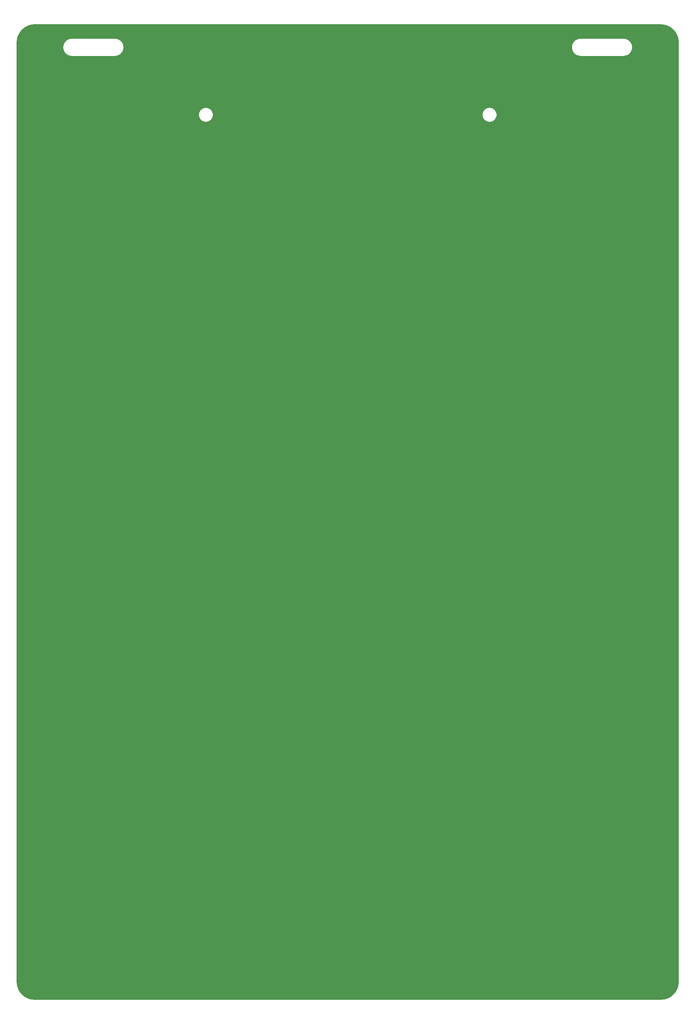
<source format=gbl>
%FSLAX33Y33*%
%MOMM*%
%ADD10C,0.0508*%
D10*
%LNpour fill*%
G01*
X165715Y0483D02*
X165715Y0483D01*
X166392Y0645*
X166441Y0662*
X167048Y0914*
X167095Y0937*
X167688Y1300*
X168234Y1766*
X168700Y2312*
X169063Y2905*
X169086Y2952*
X169338Y3559*
X169355Y3608*
X169517Y4285*
X169564Y4879*
X169573Y5001*
X169573Y5127*
X169573Y244999*
X169564Y245121*
X169517Y245715*
X169355Y246392*
X169338Y246441*
X169086Y247048*
X169063Y247095*
X168700Y247688*
X168234Y248234*
X167688Y248700*
X167095Y249063*
X167048Y249086*
X166441Y249338*
X166392Y249355*
X165715Y249517*
X165001Y249573*
X4999Y249573*
X4285Y249517*
X3608Y249355*
X3559Y249338*
X2952Y249086*
X2905Y249063*
X2312Y248700*
X1766Y248234*
X1300Y247688*
X0937Y247095*
X0914Y247048*
X0662Y246441*
X0645Y246392*
X0483Y245715*
X0427Y245001*
X0427Y4999*
X0483Y4285*
X0645Y3608*
X0662Y3559*
X0914Y2952*
X0937Y2905*
X1300Y2312*
X1766Y1766*
X2312Y1300*
X2905Y0937*
X2952Y0914*
X3559Y0662*
X3608Y0645*
X4285Y0483*
X4999Y0427*
X165001Y0427*
X165715Y0483*
X155501Y241515D02*
X155501Y241515D01*
X155849Y241542*
X155851Y241542*
X156190Y241624*
X156192Y241624*
X156514Y241758*
X156516Y241759*
X156813Y241941*
X156815Y241942*
X157080Y242169*
X157081Y242170*
X157308Y242435*
X157309Y242437*
X157491Y242734*
X157492Y242736*
X157626Y243058*
X157626Y243060*
X157708Y243399*
X157708Y243401*
X157735Y243749*
X157735Y243751*
X157708Y244099*
X157708Y244101*
X157626Y244440*
X157626Y244442*
X157492Y244764*
X157491Y244766*
X157309Y245063*
X157308Y245065*
X157081Y245330*
X157080Y245331*
X156815Y245558*
X156813Y245559*
X156516Y245741*
X156514Y245742*
X156192Y245876*
X156190Y245876*
X155851Y245958*
X155849Y245958*
X155501Y245985*
X155500Y245985*
X144500Y245985*
X144499Y245985*
X144151Y245958*
X144149Y245958*
X143810Y245876*
X143808Y245876*
X143486Y245742*
X143484Y245741*
X143187Y245559*
X143185Y245558*
X142920Y245331*
X142919Y245330*
X142692Y245065*
X142691Y245063*
X142509Y244766*
X142508Y244764*
X142374Y244442*
X142374Y244440*
X142292Y244101*
X142292Y244099*
X142265Y243751*
X142265Y243749*
X142292Y243401*
X142292Y243399*
X142374Y243060*
X142374Y243058*
X142508Y242736*
X142509Y242734*
X142691Y242437*
X142692Y242435*
X142919Y242170*
X142920Y242169*
X143185Y241942*
X143187Y241941*
X143484Y241759*
X143486Y241758*
X143808Y241624*
X143810Y241624*
X144149Y241542*
X144151Y241542*
X144499Y241515*
X144500Y241515*
X155500Y241515*
X155501Y241515*
X25501Y241515D02*
X25501Y241515D01*
X25849Y241542*
X25851Y241542*
X26190Y241624*
X26192Y241624*
X26514Y241758*
X26516Y241759*
X26813Y241941*
X26815Y241942*
X27080Y242169*
X27081Y242170*
X27308Y242435*
X27309Y242437*
X27491Y242734*
X27492Y242736*
X27626Y243058*
X27626Y243060*
X27708Y243399*
X27708Y243401*
X27735Y243749*
X27735Y243751*
X27708Y244099*
X27708Y244101*
X27626Y244440*
X27626Y244442*
X27492Y244764*
X27491Y244766*
X27309Y245063*
X27308Y245065*
X27081Y245330*
X27080Y245331*
X26815Y245558*
X26813Y245559*
X26516Y245741*
X26514Y245742*
X26192Y245876*
X26190Y245876*
X25851Y245958*
X25849Y245958*
X25501Y245985*
X25500Y245985*
X14500Y245985*
X14499Y245985*
X14151Y245958*
X14149Y245958*
X13810Y245876*
X13808Y245876*
X13486Y245742*
X13484Y245741*
X13187Y245559*
X13185Y245558*
X12920Y245331*
X12919Y245330*
X12692Y245065*
X12691Y245063*
X12509Y244766*
X12508Y244764*
X12374Y244442*
X12374Y244440*
X12292Y244101*
X12292Y244099*
X12265Y243751*
X12265Y243749*
X12292Y243401*
X12292Y243399*
X12374Y243060*
X12374Y243058*
X12508Y242736*
X12509Y242734*
X12691Y242437*
X12692Y242435*
X12919Y242170*
X12920Y242169*
X13185Y241942*
X13187Y241941*
X13484Y241759*
X13486Y241758*
X13808Y241624*
X13810Y241624*
X14149Y241542*
X14151Y241542*
X14499Y241515*
X14500Y241515*
X25500Y241515*
X25501Y241515*
X121607Y224698D02*
X121607Y224698D01*
X121610Y224698*
X121952Y224802*
X121954Y224803*
X122270Y224972*
X122272Y224973*
X122548Y225200*
X122550Y225202*
X122777Y225478*
X122778Y225480*
X122947Y225796*
X122948Y225798*
X123052Y226140*
X123052Y226143*
X123087Y226499*
X123087Y226501*
X123052Y226857*
X123052Y226860*
X122948Y227202*
X122947Y227204*
X122778Y227520*
X122777Y227522*
X122550Y227798*
X122548Y227800*
X122272Y228027*
X122270Y228028*
X121954Y228197*
X121952Y228198*
X121610Y228302*
X121607Y228302*
X121251Y228337*
X121249Y228337*
X120893Y228302*
X120890Y228302*
X120548Y228198*
X120546Y228197*
X120230Y228028*
X120228Y228027*
X119952Y227800*
X119950Y227798*
X119723Y227522*
X119722Y227520*
X119553Y227204*
X119552Y227202*
X119448Y226860*
X119448Y226857*
X119413Y226501*
X119413Y226499*
X119448Y226143*
X119448Y226140*
X119552Y225798*
X119553Y225796*
X119722Y225480*
X119723Y225478*
X119950Y225202*
X119952Y225200*
X120228Y224973*
X120230Y224972*
X120546Y224803*
X120548Y224802*
X120890Y224698*
X120893Y224698*
X121249Y224663*
X121251Y224663*
X121607Y224698*
X49107Y224698D02*
X49107Y224698D01*
X49110Y224698*
X49452Y224802*
X49454Y224803*
X49770Y224972*
X49772Y224973*
X50048Y225200*
X50050Y225202*
X50277Y225478*
X50278Y225480*
X50447Y225796*
X50448Y225798*
X50552Y226140*
X50552Y226143*
X50587Y226499*
X50587Y226501*
X50552Y226857*
X50552Y226860*
X50448Y227202*
X50447Y227204*
X50278Y227520*
X50277Y227522*
X50050Y227798*
X50048Y227800*
X49772Y228027*
X49770Y228028*
X49454Y228197*
X49452Y228198*
X49110Y228302*
X49107Y228302*
X48751Y228337*
X48749Y228337*
X48393Y228302*
X48390Y228302*
X48048Y228198*
X48046Y228197*
X47730Y228028*
X47728Y228027*
X47452Y227800*
X47450Y227798*
X47223Y227522*
X47222Y227520*
X47053Y227204*
X47052Y227202*
X46948Y226860*
X46948Y226857*
X46913Y226501*
X46913Y226499*
X46948Y226143*
X46948Y226140*
X47052Y225798*
X47053Y225796*
X47222Y225480*
X47223Y225478*
X47450Y225202*
X47452Y225200*
X47728Y224973*
X47730Y224972*
X48046Y224803*
X48048Y224802*
X48390Y224698*
X48393Y224698*
X48749Y224663*
X48751Y224663*
X49107Y224698*
X4694Y0451D02*
X165306Y0451D01*
X4212Y0500D02*
X165788Y0500D01*
X4006Y0550D02*
X165994Y0550D01*
X3800Y0599D02*
X166200Y0599D01*
X3598Y0649D02*
X166402Y0649D01*
X3471Y0698D02*
X166529Y0698D01*
X3352Y0748D02*
X166648Y0748D01*
X3232Y0798D02*
X166768Y0798D01*
X3112Y0847D02*
X166888Y0847D01*
X2993Y0897D02*
X167007Y0897D01*
X2890Y0946D02*
X167110Y0946D01*
X2809Y0996D02*
X167191Y0996D01*
X2728Y1045D02*
X167272Y1045D01*
X2647Y1095D02*
X167353Y1095D01*
X2566Y1144D02*
X167434Y1144D01*
X2485Y1194D02*
X167515Y1194D01*
X2405Y1243D02*
X167595Y1243D01*
X2324Y1293D02*
X167676Y1293D01*
X2262Y1342D02*
X167738Y1342D01*
X2204Y1392D02*
X167796Y1392D01*
X2146Y1441D02*
X167854Y1441D01*
X2088Y1491D02*
X167912Y1491D01*
X2030Y1540D02*
X167970Y1540D01*
X1972Y1590D02*
X168028Y1590D01*
X1915Y1640D02*
X168085Y1640D01*
X1857Y1689D02*
X168143Y1689D01*
X1799Y1739D02*
X168201Y1739D01*
X1747Y1788D02*
X168253Y1788D01*
X1705Y1838D02*
X168295Y1838D01*
X1663Y1887D02*
X168337Y1887D01*
X1621Y1937D02*
X168379Y1937D01*
X1578Y1986D02*
X168422Y1986D01*
X1536Y2036D02*
X168464Y2036D01*
X1494Y2085D02*
X168506Y2085D01*
X1451Y2135D02*
X168549Y2135D01*
X1409Y2184D02*
X168591Y2184D01*
X1367Y2234D02*
X168633Y2234D01*
X1324Y2283D02*
X168676Y2283D01*
X1287Y2333D02*
X168713Y2333D01*
X1257Y2382D02*
X168743Y2382D01*
X1227Y2432D02*
X168773Y2432D01*
X1196Y2482D02*
X168804Y2482D01*
X1166Y2531D02*
X168834Y2531D01*
X1135Y2581D02*
X168865Y2581D01*
X1105Y2630D02*
X168895Y2630D01*
X1075Y2680D02*
X168925Y2680D01*
X1044Y2729D02*
X168956Y2729D01*
X1014Y2779D02*
X168986Y2779D01*
X0984Y2828D02*
X169016Y2828D01*
X0953Y2878D02*
X169047Y2878D01*
X0926Y2927D02*
X169074Y2927D01*
X0903Y2977D02*
X169097Y2977D01*
X0883Y3026D02*
X169117Y3026D01*
X0862Y3076D02*
X169138Y3076D01*
X0842Y3125D02*
X169158Y3125D01*
X0821Y3175D02*
X169179Y3175D01*
X0801Y3224D02*
X169199Y3224D01*
X0780Y3274D02*
X169220Y3274D01*
X0760Y3324D02*
X169240Y3324D01*
X0739Y3373D02*
X169261Y3373D01*
X0719Y3423D02*
X169281Y3423D01*
X0698Y3472D02*
X169302Y3472D01*
X0678Y3522D02*
X169322Y3522D01*
X0658Y3571D02*
X169342Y3571D01*
X0642Y3621D02*
X169358Y3621D01*
X0631Y3670D02*
X169369Y3670D01*
X0619Y3720D02*
X169381Y3720D01*
X0607Y3769D02*
X169393Y3769D01*
X0595Y3819D02*
X169405Y3819D01*
X0583Y3868D02*
X169417Y3868D01*
X0571Y3918D02*
X169429Y3918D01*
X0559Y3967D02*
X169441Y3967D01*
X0547Y4017D02*
X169453Y4017D01*
X0535Y4067D02*
X169465Y4067D01*
X0523Y4116D02*
X169477Y4116D01*
X0512Y4166D02*
X169488Y4166D01*
X0500Y4215D02*
X169500Y4215D01*
X0488Y4265D02*
X169512Y4265D01*
X0481Y4314D02*
X169519Y4314D01*
X0477Y4364D02*
X169523Y4364D01*
X0473Y4413D02*
X169527Y4413D01*
X0469Y4463D02*
X169531Y4463D01*
X0465Y4512D02*
X169535Y4512D01*
X0461Y4562D02*
X169539Y4562D01*
X0457Y4611D02*
X169543Y4611D01*
X0453Y4661D02*
X169547Y4661D01*
X0450Y4710D02*
X169550Y4710D01*
X0446Y4760D02*
X169554Y4760D01*
X0442Y4809D02*
X169558Y4809D01*
X0438Y4859D02*
X169562Y4859D01*
X0434Y4909D02*
X169566Y4909D01*
X0430Y4958D02*
X169570Y4958D01*
X0427Y5008D02*
X169573Y5008D01*
X0427Y5057D02*
X169573Y5057D01*
X0427Y5107D02*
X169573Y5107D01*
X0427Y5156D02*
X169573Y5156D01*
X0427Y5206D02*
X169573Y5206D01*
X0427Y5255D02*
X169573Y5255D01*
X0427Y5305D02*
X169573Y5305D01*
X0427Y5354D02*
X169573Y5354D01*
X0427Y5404D02*
X169573Y5404D01*
X0427Y5453D02*
X169573Y5453D01*
X0427Y5503D02*
X169573Y5503D01*
X0427Y5552D02*
X169573Y5552D01*
X0427Y5602D02*
X169573Y5602D01*
X0427Y5651D02*
X169573Y5651D01*
X0427Y5701D02*
X169573Y5701D01*
X0427Y5751D02*
X169573Y5751D01*
X0427Y5800D02*
X169573Y5800D01*
X0427Y5850D02*
X169573Y5850D01*
X0427Y5899D02*
X169573Y5899D01*
X0427Y5949D02*
X169573Y5949D01*
X0427Y5998D02*
X169573Y5998D01*
X0427Y6048D02*
X169573Y6048D01*
X0427Y6097D02*
X169573Y6097D01*
X0427Y6147D02*
X169573Y6147D01*
X0427Y6196D02*
X169573Y6196D01*
X0427Y6246D02*
X169573Y6246D01*
X0427Y6295D02*
X169573Y6295D01*
X0427Y6345D02*
X169573Y6345D01*
X0427Y6394D02*
X169573Y6394D01*
X0427Y6444D02*
X169573Y6444D01*
X0427Y6493D02*
X169573Y6493D01*
X0427Y6543D02*
X169573Y6543D01*
X0427Y6593D02*
X169573Y6593D01*
X0427Y6642D02*
X169573Y6642D01*
X0427Y6692D02*
X169573Y6692D01*
X0427Y6741D02*
X169573Y6741D01*
X0427Y6791D02*
X169573Y6791D01*
X0427Y6840D02*
X169573Y6840D01*
X0427Y6890D02*
X169573Y6890D01*
X0427Y6939D02*
X169573Y6939D01*
X0427Y6989D02*
X169573Y6989D01*
X0427Y7038D02*
X169573Y7038D01*
X0427Y7088D02*
X169573Y7088D01*
X0427Y7137D02*
X169573Y7137D01*
X0427Y7187D02*
X169573Y7187D01*
X0427Y7236D02*
X169573Y7236D01*
X0427Y7286D02*
X169573Y7286D01*
X0427Y7335D02*
X169573Y7335D01*
X0427Y7385D02*
X169573Y7385D01*
X0427Y7435D02*
X169573Y7435D01*
X0427Y7484D02*
X169573Y7484D01*
X0427Y7534D02*
X169573Y7534D01*
X0427Y7583D02*
X169573Y7583D01*
X0427Y7633D02*
X169573Y7633D01*
X0427Y7682D02*
X169573Y7682D01*
X0427Y7732D02*
X169573Y7732D01*
X0427Y7781D02*
X169573Y7781D01*
X0427Y7831D02*
X169573Y7831D01*
X0427Y7880D02*
X169573Y7880D01*
X0427Y7930D02*
X169573Y7930D01*
X0427Y7979D02*
X169573Y7979D01*
X0427Y8029D02*
X169573Y8029D01*
X0427Y8078D02*
X169573Y8078D01*
X0427Y8128D02*
X169573Y8128D01*
X0427Y8177D02*
X169573Y8177D01*
X0427Y8227D02*
X169573Y8227D01*
X0427Y8277D02*
X169573Y8277D01*
X0427Y8326D02*
X169573Y8326D01*
X0427Y8376D02*
X169573Y8376D01*
X0427Y8425D02*
X169573Y8425D01*
X0427Y8475D02*
X169573Y8475D01*
X0427Y8524D02*
X169573Y8524D01*
X0427Y8574D02*
X169573Y8574D01*
X0427Y8623D02*
X169573Y8623D01*
X0427Y8673D02*
X169573Y8673D01*
X0427Y8722D02*
X169573Y8722D01*
X0427Y8772D02*
X169573Y8772D01*
X0427Y8821D02*
X169573Y8821D01*
X0427Y8871D02*
X169573Y8871D01*
X0427Y8920D02*
X169573Y8920D01*
X0427Y8970D02*
X169573Y8970D01*
X0427Y9020D02*
X169573Y9020D01*
X0427Y9069D02*
X169573Y9069D01*
X0427Y9119D02*
X169573Y9119D01*
X0427Y9168D02*
X169573Y9168D01*
X0427Y9218D02*
X169573Y9218D01*
X0427Y9267D02*
X169573Y9267D01*
X0427Y9317D02*
X169573Y9317D01*
X0427Y9366D02*
X169573Y9366D01*
X0427Y9416D02*
X169573Y9416D01*
X0427Y9465D02*
X169573Y9465D01*
X0427Y9515D02*
X169573Y9515D01*
X0427Y9564D02*
X169573Y9564D01*
X0427Y9614D02*
X169573Y9614D01*
X0427Y9663D02*
X169573Y9663D01*
X0427Y9713D02*
X169573Y9713D01*
X0427Y9762D02*
X169573Y9762D01*
X0427Y9812D02*
X169573Y9812D01*
X0427Y9862D02*
X169573Y9862D01*
X0427Y9911D02*
X169573Y9911D01*
X0427Y9961D02*
X169573Y9961D01*
X0427Y10010D02*
X169573Y10010D01*
X0427Y10060D02*
X169573Y10060D01*
X0427Y10109D02*
X169573Y10109D01*
X0427Y10159D02*
X169573Y10159D01*
X0427Y10208D02*
X169573Y10208D01*
X0427Y10258D02*
X169573Y10258D01*
X0427Y10307D02*
X169573Y10307D01*
X0427Y10357D02*
X169573Y10357D01*
X0427Y10406D02*
X169573Y10406D01*
X0427Y10456D02*
X169573Y10456D01*
X0427Y10505D02*
X169573Y10505D01*
X0427Y10555D02*
X169573Y10555D01*
X0427Y10604D02*
X169573Y10604D01*
X0427Y10654D02*
X169573Y10654D01*
X0427Y10704D02*
X169573Y10704D01*
X0427Y10753D02*
X169573Y10753D01*
X0427Y10803D02*
X169573Y10803D01*
X0427Y10852D02*
X169573Y10852D01*
X0427Y10902D02*
X169573Y10902D01*
X0427Y10951D02*
X169573Y10951D01*
X0427Y11001D02*
X169573Y11001D01*
X0427Y11050D02*
X169573Y11050D01*
X0427Y11100D02*
X169573Y11100D01*
X0427Y11149D02*
X169573Y11149D01*
X0427Y11199D02*
X169573Y11199D01*
X0427Y11248D02*
X169573Y11248D01*
X0427Y11298D02*
X169573Y11298D01*
X0427Y11347D02*
X169573Y11347D01*
X0427Y11397D02*
X169573Y11397D01*
X0427Y11446D02*
X169573Y11446D01*
X0427Y11496D02*
X169573Y11496D01*
X0427Y11546D02*
X169573Y11546D01*
X0427Y11595D02*
X169573Y11595D01*
X0427Y11645D02*
X169573Y11645D01*
X0427Y11694D02*
X169573Y11694D01*
X0427Y11744D02*
X169573Y11744D01*
X0427Y11793D02*
X169573Y11793D01*
X0427Y11843D02*
X169573Y11843D01*
X0427Y11892D02*
X169573Y11892D01*
X0427Y11942D02*
X169573Y11942D01*
X0427Y11991D02*
X169573Y11991D01*
X0427Y12041D02*
X169573Y12041D01*
X0427Y12090D02*
X169573Y12090D01*
X0427Y12140D02*
X169573Y12140D01*
X0427Y12189D02*
X169573Y12189D01*
X0427Y12239D02*
X169573Y12239D01*
X0427Y12288D02*
X169573Y12288D01*
X0427Y12338D02*
X169573Y12338D01*
X0427Y12388D02*
X169573Y12388D01*
X0427Y12437D02*
X169573Y12437D01*
X0427Y12487D02*
X169573Y12487D01*
X0427Y12536D02*
X169573Y12536D01*
X0427Y12586D02*
X169573Y12586D01*
X0427Y12635D02*
X169573Y12635D01*
X0427Y12685D02*
X169573Y12685D01*
X0427Y12734D02*
X169573Y12734D01*
X0427Y12784D02*
X169573Y12784D01*
X0427Y12833D02*
X169573Y12833D01*
X0427Y12883D02*
X169573Y12883D01*
X0427Y12932D02*
X169573Y12932D01*
X0427Y12982D02*
X169573Y12982D01*
X0427Y13031D02*
X169573Y13031D01*
X0427Y13081D02*
X169573Y13081D01*
X0427Y13130D02*
X169573Y13130D01*
X0427Y13180D02*
X169573Y13180D01*
X0427Y13230D02*
X169573Y13230D01*
X0427Y13279D02*
X169573Y13279D01*
X0427Y13329D02*
X169573Y13329D01*
X0427Y13378D02*
X169573Y13378D01*
X0427Y13428D02*
X169573Y13428D01*
X0427Y13477D02*
X169573Y13477D01*
X0427Y13527D02*
X169573Y13527D01*
X0427Y13576D02*
X169573Y13576D01*
X0427Y13626D02*
X169573Y13626D01*
X0427Y13675D02*
X169573Y13675D01*
X0427Y13725D02*
X169573Y13725D01*
X0427Y13774D02*
X169573Y13774D01*
X0427Y13824D02*
X169573Y13824D01*
X0427Y13873D02*
X169573Y13873D01*
X0427Y13923D02*
X169573Y13923D01*
X0427Y13973D02*
X169573Y13973D01*
X0427Y14022D02*
X169573Y14022D01*
X0427Y14072D02*
X169573Y14072D01*
X0427Y14121D02*
X169573Y14121D01*
X0427Y14171D02*
X169573Y14171D01*
X0427Y14220D02*
X169573Y14220D01*
X0427Y14270D02*
X169573Y14270D01*
X0427Y14319D02*
X169573Y14319D01*
X0427Y14369D02*
X169573Y14369D01*
X0427Y14418D02*
X169573Y14418D01*
X0427Y14468D02*
X169573Y14468D01*
X0427Y14517D02*
X169573Y14517D01*
X0427Y14567D02*
X169573Y14567D01*
X0427Y14616D02*
X169573Y14616D01*
X0427Y14666D02*
X169573Y14666D01*
X0427Y14715D02*
X169573Y14715D01*
X0427Y14765D02*
X169573Y14765D01*
X0427Y14815D02*
X169573Y14815D01*
X0427Y14864D02*
X169573Y14864D01*
X0427Y14914D02*
X169573Y14914D01*
X0427Y14963D02*
X169573Y14963D01*
X0427Y15013D02*
X169573Y15013D01*
X0427Y15062D02*
X169573Y15062D01*
X0427Y15112D02*
X169573Y15112D01*
X0427Y15161D02*
X169573Y15161D01*
X0427Y15211D02*
X169573Y15211D01*
X0427Y15260D02*
X169573Y15260D01*
X0427Y15310D02*
X169573Y15310D01*
X0427Y15359D02*
X169573Y15359D01*
X0427Y15409D02*
X169573Y15409D01*
X0427Y15458D02*
X169573Y15458D01*
X0427Y15508D02*
X169573Y15508D01*
X0427Y15557D02*
X169573Y15557D01*
X0427Y15607D02*
X169573Y15607D01*
X0427Y15657D02*
X169573Y15657D01*
X0427Y15706D02*
X169573Y15706D01*
X0427Y15756D02*
X169573Y15756D01*
X0427Y15805D02*
X169573Y15805D01*
X0427Y15855D02*
X169573Y15855D01*
X0427Y15904D02*
X169573Y15904D01*
X0427Y15954D02*
X169573Y15954D01*
X0427Y16003D02*
X169573Y16003D01*
X0427Y16053D02*
X169573Y16053D01*
X0427Y16102D02*
X169573Y16102D01*
X0427Y16152D02*
X169573Y16152D01*
X0427Y16201D02*
X169573Y16201D01*
X0427Y16251D02*
X169573Y16251D01*
X0427Y16300D02*
X169573Y16300D01*
X0427Y16350D02*
X169573Y16350D01*
X0427Y16399D02*
X169573Y16399D01*
X0427Y16449D02*
X169573Y16449D01*
X0427Y16499D02*
X169573Y16499D01*
X0427Y16548D02*
X169573Y16548D01*
X0427Y16598D02*
X169573Y16598D01*
X0427Y16647D02*
X169573Y16647D01*
X0427Y16697D02*
X169573Y16697D01*
X0427Y16746D02*
X169573Y16746D01*
X0427Y16796D02*
X169573Y16796D01*
X0427Y16845D02*
X169573Y16845D01*
X0427Y16895D02*
X169573Y16895D01*
X0427Y16944D02*
X169573Y16944D01*
X0427Y16994D02*
X169573Y16994D01*
X0427Y17043D02*
X169573Y17043D01*
X0427Y17093D02*
X169573Y17093D01*
X0427Y17142D02*
X169573Y17142D01*
X0427Y17192D02*
X169573Y17192D01*
X0427Y17241D02*
X169573Y17241D01*
X0427Y17291D02*
X169573Y17291D01*
X0427Y17341D02*
X169573Y17341D01*
X0427Y17390D02*
X169573Y17390D01*
X0427Y17440D02*
X169573Y17440D01*
X0427Y17489D02*
X169573Y17489D01*
X0427Y17539D02*
X169573Y17539D01*
X0427Y17588D02*
X169573Y17588D01*
X0427Y17638D02*
X169573Y17638D01*
X0427Y17687D02*
X169573Y17687D01*
X0427Y17737D02*
X169573Y17737D01*
X0427Y17786D02*
X169573Y17786D01*
X0427Y17836D02*
X169573Y17836D01*
X0427Y17885D02*
X169573Y17885D01*
X0427Y17935D02*
X169573Y17935D01*
X0427Y17984D02*
X169573Y17984D01*
X0427Y18034D02*
X169573Y18034D01*
X0427Y18083D02*
X169573Y18083D01*
X0427Y18133D02*
X169573Y18133D01*
X0427Y18183D02*
X169573Y18183D01*
X0427Y18232D02*
X169573Y18232D01*
X0427Y18282D02*
X169573Y18282D01*
X0427Y18331D02*
X169573Y18331D01*
X0427Y18381D02*
X169573Y18381D01*
X0427Y18430D02*
X169573Y18430D01*
X0427Y18480D02*
X169573Y18480D01*
X0427Y18529D02*
X169573Y18529D01*
X0427Y18579D02*
X169573Y18579D01*
X0427Y18628D02*
X169573Y18628D01*
X0427Y18678D02*
X169573Y18678D01*
X0427Y18727D02*
X169573Y18727D01*
X0427Y18777D02*
X169573Y18777D01*
X0427Y18826D02*
X169573Y18826D01*
X0427Y18876D02*
X169573Y18876D01*
X0427Y18926D02*
X169573Y18926D01*
X0427Y18975D02*
X169573Y18975D01*
X0427Y19025D02*
X169573Y19025D01*
X0427Y19074D02*
X169573Y19074D01*
X0427Y19124D02*
X169573Y19124D01*
X0427Y19173D02*
X169573Y19173D01*
X0427Y19223D02*
X169573Y19223D01*
X0427Y19272D02*
X169573Y19272D01*
X0427Y19322D02*
X169573Y19322D01*
X0427Y19371D02*
X169573Y19371D01*
X0427Y19421D02*
X169573Y19421D01*
X0427Y19470D02*
X169573Y19470D01*
X0427Y19520D02*
X169573Y19520D01*
X0427Y19569D02*
X169573Y19569D01*
X0427Y19619D02*
X169573Y19619D01*
X0427Y19668D02*
X169573Y19668D01*
X0427Y19718D02*
X169573Y19718D01*
X0427Y19768D02*
X169573Y19768D01*
X0427Y19817D02*
X169573Y19817D01*
X0427Y19867D02*
X169573Y19867D01*
X0427Y19916D02*
X169573Y19916D01*
X0427Y19966D02*
X169573Y19966D01*
X0427Y20015D02*
X169573Y20015D01*
X0427Y20065D02*
X169573Y20065D01*
X0427Y20114D02*
X169573Y20114D01*
X0427Y20164D02*
X169573Y20164D01*
X0427Y20213D02*
X169573Y20213D01*
X0427Y20263D02*
X169573Y20263D01*
X0427Y20312D02*
X169573Y20312D01*
X0427Y20362D02*
X169573Y20362D01*
X0427Y20411D02*
X169573Y20411D01*
X0427Y20461D02*
X169573Y20461D01*
X0427Y20510D02*
X169573Y20510D01*
X0427Y20560D02*
X169573Y20560D01*
X0427Y20610D02*
X169573Y20610D01*
X0427Y20659D02*
X169573Y20659D01*
X0427Y20709D02*
X169573Y20709D01*
X0427Y20758D02*
X169573Y20758D01*
X0427Y20808D02*
X169573Y20808D01*
X0427Y20857D02*
X169573Y20857D01*
X0427Y20907D02*
X169573Y20907D01*
X0427Y20956D02*
X169573Y20956D01*
X0427Y21006D02*
X169573Y21006D01*
X0427Y21055D02*
X169573Y21055D01*
X0427Y21105D02*
X169573Y21105D01*
X0427Y21154D02*
X169573Y21154D01*
X0427Y21204D02*
X169573Y21204D01*
X0427Y21253D02*
X169573Y21253D01*
X0427Y21303D02*
X169573Y21303D01*
X0427Y21352D02*
X169573Y21352D01*
X0427Y21402D02*
X169573Y21402D01*
X0427Y21452D02*
X169573Y21452D01*
X0427Y21501D02*
X169573Y21501D01*
X0427Y21551D02*
X169573Y21551D01*
X0427Y21600D02*
X169573Y21600D01*
X0427Y21650D02*
X169573Y21650D01*
X0427Y21699D02*
X169573Y21699D01*
X0427Y21749D02*
X169573Y21749D01*
X0427Y21798D02*
X169573Y21798D01*
X0427Y21848D02*
X169573Y21848D01*
X0427Y21897D02*
X169573Y21897D01*
X0427Y21947D02*
X169573Y21947D01*
X0427Y21996D02*
X169573Y21996D01*
X0427Y22046D02*
X169573Y22046D01*
X0427Y22095D02*
X169573Y22095D01*
X0427Y22145D02*
X169573Y22145D01*
X0427Y22194D02*
X169573Y22194D01*
X0427Y22244D02*
X169573Y22244D01*
X0427Y22294D02*
X169573Y22294D01*
X0427Y22343D02*
X169573Y22343D01*
X0427Y22393D02*
X169573Y22393D01*
X0427Y22442D02*
X169573Y22442D01*
X0427Y22492D02*
X169573Y22492D01*
X0427Y22541D02*
X169573Y22541D01*
X0427Y22591D02*
X169573Y22591D01*
X0427Y22640D02*
X169573Y22640D01*
X0427Y22690D02*
X169573Y22690D01*
X0427Y22739D02*
X169573Y22739D01*
X0427Y22789D02*
X169573Y22789D01*
X0427Y22838D02*
X169573Y22838D01*
X0427Y22888D02*
X169573Y22888D01*
X0427Y22937D02*
X169573Y22937D01*
X0427Y22987D02*
X169573Y22987D01*
X0427Y23036D02*
X169573Y23036D01*
X0427Y23086D02*
X169573Y23086D01*
X0427Y23136D02*
X169573Y23136D01*
X0427Y23185D02*
X169573Y23185D01*
X0427Y23235D02*
X169573Y23235D01*
X0427Y23284D02*
X169573Y23284D01*
X0427Y23334D02*
X169573Y23334D01*
X0427Y23383D02*
X169573Y23383D01*
X0427Y23433D02*
X169573Y23433D01*
X0427Y23482D02*
X169573Y23482D01*
X0427Y23532D02*
X169573Y23532D01*
X0427Y23581D02*
X169573Y23581D01*
X0427Y23631D02*
X169573Y23631D01*
X0427Y23680D02*
X169573Y23680D01*
X0427Y23730D02*
X169573Y23730D01*
X0427Y23779D02*
X169573Y23779D01*
X0427Y23829D02*
X169573Y23829D01*
X0427Y23879D02*
X169573Y23879D01*
X0427Y23928D02*
X169573Y23928D01*
X0427Y23978D02*
X169573Y23978D01*
X0427Y24027D02*
X169573Y24027D01*
X0427Y24077D02*
X169573Y24077D01*
X0427Y24126D02*
X169573Y24126D01*
X0427Y24176D02*
X169573Y24176D01*
X0427Y24225D02*
X169573Y24225D01*
X0427Y24275D02*
X169573Y24275D01*
X0427Y24324D02*
X169573Y24324D01*
X0427Y24374D02*
X169573Y24374D01*
X0427Y24423D02*
X169573Y24423D01*
X0427Y24473D02*
X169573Y24473D01*
X0427Y24522D02*
X169573Y24522D01*
X0427Y24572D02*
X169573Y24572D01*
X0427Y24621D02*
X169573Y24621D01*
X0427Y24671D02*
X169573Y24671D01*
X0427Y24721D02*
X169573Y24721D01*
X0427Y24770D02*
X169573Y24770D01*
X0427Y24820D02*
X169573Y24820D01*
X0427Y24869D02*
X169573Y24869D01*
X0427Y24919D02*
X169573Y24919D01*
X0427Y24968D02*
X169573Y24968D01*
X0427Y25018D02*
X169573Y25018D01*
X0427Y25067D02*
X169573Y25067D01*
X0427Y25117D02*
X169573Y25117D01*
X0427Y25166D02*
X169573Y25166D01*
X0427Y25216D02*
X169573Y25216D01*
X0427Y25265D02*
X169573Y25265D01*
X0427Y25315D02*
X169573Y25315D01*
X0427Y25364D02*
X169573Y25364D01*
X0427Y25414D02*
X169573Y25414D01*
X0427Y25463D02*
X169573Y25463D01*
X0427Y25513D02*
X169573Y25513D01*
X0427Y25563D02*
X169573Y25563D01*
X0427Y25612D02*
X169573Y25612D01*
X0427Y25662D02*
X169573Y25662D01*
X0427Y25711D02*
X169573Y25711D01*
X0427Y25761D02*
X169573Y25761D01*
X0427Y25810D02*
X169573Y25810D01*
X0427Y25860D02*
X169573Y25860D01*
X0427Y25909D02*
X169573Y25909D01*
X0427Y25959D02*
X169573Y25959D01*
X0427Y26008D02*
X169573Y26008D01*
X0427Y26058D02*
X169573Y26058D01*
X0427Y26107D02*
X169573Y26107D01*
X0427Y26157D02*
X169573Y26157D01*
X0427Y26206D02*
X169573Y26206D01*
X0427Y26256D02*
X169573Y26256D01*
X0427Y26305D02*
X169573Y26305D01*
X0427Y26355D02*
X169573Y26355D01*
X0427Y26405D02*
X169573Y26405D01*
X0427Y26454D02*
X169573Y26454D01*
X0427Y26504D02*
X169573Y26504D01*
X0427Y26553D02*
X169573Y26553D01*
X0427Y26603D02*
X169573Y26603D01*
X0427Y26652D02*
X169573Y26652D01*
X0427Y26702D02*
X169573Y26702D01*
X0427Y26751D02*
X169573Y26751D01*
X0427Y26801D02*
X169573Y26801D01*
X0427Y26850D02*
X169573Y26850D01*
X0427Y26900D02*
X169573Y26900D01*
X0427Y26949D02*
X169573Y26949D01*
X0427Y26999D02*
X169573Y26999D01*
X0427Y27048D02*
X169573Y27048D01*
X0427Y27098D02*
X169573Y27098D01*
X0427Y27147D02*
X169573Y27147D01*
X0427Y27197D02*
X169573Y27197D01*
X0427Y27247D02*
X169573Y27247D01*
X0427Y27296D02*
X169573Y27296D01*
X0427Y27346D02*
X169573Y27346D01*
X0427Y27395D02*
X169573Y27395D01*
X0427Y27445D02*
X169573Y27445D01*
X0427Y27494D02*
X169573Y27494D01*
X0427Y27544D02*
X169573Y27544D01*
X0427Y27593D02*
X169573Y27593D01*
X0427Y27643D02*
X169573Y27643D01*
X0427Y27692D02*
X169573Y27692D01*
X0427Y27742D02*
X169573Y27742D01*
X0427Y27791D02*
X169573Y27791D01*
X0427Y27841D02*
X169573Y27841D01*
X0427Y27890D02*
X169573Y27890D01*
X0427Y27940D02*
X169573Y27940D01*
X0427Y27989D02*
X169573Y27989D01*
X0427Y28039D02*
X169573Y28039D01*
X0427Y28089D02*
X169573Y28089D01*
X0427Y28138D02*
X169573Y28138D01*
X0427Y28188D02*
X169573Y28188D01*
X0427Y28237D02*
X169573Y28237D01*
X0427Y28287D02*
X169573Y28287D01*
X0427Y28336D02*
X169573Y28336D01*
X0427Y28386D02*
X169573Y28386D01*
X0427Y28435D02*
X169573Y28435D01*
X0427Y28485D02*
X169573Y28485D01*
X0427Y28534D02*
X169573Y28534D01*
X0427Y28584D02*
X169573Y28584D01*
X0427Y28633D02*
X169573Y28633D01*
X0427Y28683D02*
X169573Y28683D01*
X0427Y28732D02*
X169573Y28732D01*
X0427Y28782D02*
X169573Y28782D01*
X0427Y28832D02*
X169573Y28832D01*
X0427Y28881D02*
X169573Y28881D01*
X0427Y28931D02*
X169573Y28931D01*
X0427Y28980D02*
X169573Y28980D01*
X0427Y29030D02*
X169573Y29030D01*
X0427Y29079D02*
X169573Y29079D01*
X0427Y29129D02*
X169573Y29129D01*
X0427Y29178D02*
X169573Y29178D01*
X0427Y29228D02*
X169573Y29228D01*
X0427Y29277D02*
X169573Y29277D01*
X0427Y29327D02*
X169573Y29327D01*
X0427Y29376D02*
X169573Y29376D01*
X0427Y29426D02*
X169573Y29426D01*
X0427Y29475D02*
X169573Y29475D01*
X0427Y29525D02*
X169573Y29525D01*
X0427Y29574D02*
X169573Y29574D01*
X0427Y29624D02*
X169573Y29624D01*
X0427Y29674D02*
X169573Y29674D01*
X0427Y29723D02*
X169573Y29723D01*
X0427Y29773D02*
X169573Y29773D01*
X0427Y29822D02*
X169573Y29822D01*
X0427Y29872D02*
X169573Y29872D01*
X0427Y29921D02*
X169573Y29921D01*
X0427Y29971D02*
X169573Y29971D01*
X0427Y30020D02*
X169573Y30020D01*
X0427Y30070D02*
X169573Y30070D01*
X0427Y30119D02*
X169573Y30119D01*
X0427Y30169D02*
X169573Y30169D01*
X0427Y30218D02*
X169573Y30218D01*
X0427Y30268D02*
X169573Y30268D01*
X0427Y30317D02*
X169573Y30317D01*
X0427Y30367D02*
X169573Y30367D01*
X0427Y30416D02*
X169573Y30416D01*
X0427Y30466D02*
X169573Y30466D01*
X0427Y30516D02*
X169573Y30516D01*
X0427Y30565D02*
X169573Y30565D01*
X0427Y30615D02*
X169573Y30615D01*
X0427Y30664D02*
X169573Y30664D01*
X0427Y30714D02*
X169573Y30714D01*
X0427Y30763D02*
X169573Y30763D01*
X0427Y30813D02*
X169573Y30813D01*
X0427Y30862D02*
X169573Y30862D01*
X0427Y30912D02*
X169573Y30912D01*
X0427Y30961D02*
X169573Y30961D01*
X0427Y31011D02*
X169573Y31011D01*
X0427Y31060D02*
X169573Y31060D01*
X0427Y31110D02*
X169573Y31110D01*
X0427Y31159D02*
X169573Y31159D01*
X0427Y31209D02*
X169573Y31209D01*
X0427Y31258D02*
X169573Y31258D01*
X0427Y31308D02*
X169573Y31308D01*
X0427Y31358D02*
X169573Y31358D01*
X0427Y31407D02*
X169573Y31407D01*
X0427Y31457D02*
X169573Y31457D01*
X0427Y31506D02*
X169573Y31506D01*
X0427Y31556D02*
X169573Y31556D01*
X0427Y31605D02*
X169573Y31605D01*
X0427Y31655D02*
X169573Y31655D01*
X0427Y31704D02*
X169573Y31704D01*
X0427Y31754D02*
X169573Y31754D01*
X0427Y31803D02*
X169573Y31803D01*
X0427Y31853D02*
X169573Y31853D01*
X0427Y31902D02*
X169573Y31902D01*
X0427Y31952D02*
X169573Y31952D01*
X0427Y32001D02*
X169573Y32001D01*
X0427Y32051D02*
X169573Y32051D01*
X0427Y32100D02*
X169573Y32100D01*
X0427Y32150D02*
X169573Y32150D01*
X0427Y32200D02*
X169573Y32200D01*
X0427Y32249D02*
X169573Y32249D01*
X0427Y32299D02*
X169573Y32299D01*
X0427Y32348D02*
X169573Y32348D01*
X0427Y32398D02*
X169573Y32398D01*
X0427Y32447D02*
X169573Y32447D01*
X0427Y32497D02*
X169573Y32497D01*
X0427Y32546D02*
X169573Y32546D01*
X0427Y32596D02*
X169573Y32596D01*
X0427Y32645D02*
X169573Y32645D01*
X0427Y32695D02*
X169573Y32695D01*
X0427Y32744D02*
X169573Y32744D01*
X0427Y32794D02*
X169573Y32794D01*
X0427Y32843D02*
X169573Y32843D01*
X0427Y32893D02*
X169573Y32893D01*
X0427Y32942D02*
X169573Y32942D01*
X0427Y32992D02*
X169573Y32992D01*
X0427Y33042D02*
X169573Y33042D01*
X0427Y33091D02*
X169573Y33091D01*
X0427Y33141D02*
X169573Y33141D01*
X0427Y33190D02*
X169573Y33190D01*
X0427Y33240D02*
X169573Y33240D01*
X0427Y33289D02*
X169573Y33289D01*
X0427Y33339D02*
X169573Y33339D01*
X0427Y33388D02*
X169573Y33388D01*
X0427Y33438D02*
X169573Y33438D01*
X0427Y33487D02*
X169573Y33487D01*
X0427Y33537D02*
X169573Y33537D01*
X0427Y33586D02*
X169573Y33586D01*
X0427Y33636D02*
X169573Y33636D01*
X0427Y33685D02*
X169573Y33685D01*
X0427Y33735D02*
X169573Y33735D01*
X0427Y33785D02*
X169573Y33785D01*
X0427Y33834D02*
X169573Y33834D01*
X0427Y33884D02*
X169573Y33884D01*
X0427Y33933D02*
X169573Y33933D01*
X0427Y33983D02*
X169573Y33983D01*
X0427Y34032D02*
X169573Y34032D01*
X0427Y34082D02*
X169573Y34082D01*
X0427Y34131D02*
X169573Y34131D01*
X0427Y34181D02*
X169573Y34181D01*
X0427Y34230D02*
X169573Y34230D01*
X0427Y34280D02*
X169573Y34280D01*
X0427Y34329D02*
X169573Y34329D01*
X0427Y34379D02*
X169573Y34379D01*
X0427Y34428D02*
X169573Y34428D01*
X0427Y34478D02*
X169573Y34478D01*
X0427Y34527D02*
X169573Y34527D01*
X0427Y34577D02*
X169573Y34577D01*
X0427Y34627D02*
X169573Y34627D01*
X0427Y34676D02*
X169573Y34676D01*
X0427Y34726D02*
X169573Y34726D01*
X0427Y34775D02*
X169573Y34775D01*
X0427Y34825D02*
X169573Y34825D01*
X0427Y34874D02*
X169573Y34874D01*
X0427Y34924D02*
X169573Y34924D01*
X0427Y34973D02*
X169573Y34973D01*
X0427Y35023D02*
X169573Y35023D01*
X0427Y35072D02*
X169573Y35072D01*
X0427Y35122D02*
X169573Y35122D01*
X0427Y35171D02*
X169573Y35171D01*
X0427Y35221D02*
X169573Y35221D01*
X0427Y35270D02*
X169573Y35270D01*
X0427Y35320D02*
X169573Y35320D01*
X0427Y35369D02*
X169573Y35369D01*
X0427Y35419D02*
X169573Y35419D01*
X0427Y35469D02*
X169573Y35469D01*
X0427Y35518D02*
X169573Y35518D01*
X0427Y35568D02*
X169573Y35568D01*
X0427Y35617D02*
X169573Y35617D01*
X0427Y35667D02*
X169573Y35667D01*
X0427Y35716D02*
X169573Y35716D01*
X0427Y35766D02*
X169573Y35766D01*
X0427Y35815D02*
X169573Y35815D01*
X0427Y35865D02*
X169573Y35865D01*
X0427Y35914D02*
X169573Y35914D01*
X0427Y35964D02*
X169573Y35964D01*
X0427Y36013D02*
X169573Y36013D01*
X0427Y36063D02*
X169573Y36063D01*
X0427Y36112D02*
X169573Y36112D01*
X0427Y36162D02*
X169573Y36162D01*
X0427Y36211D02*
X169573Y36211D01*
X0427Y36261D02*
X169573Y36261D01*
X0427Y36311D02*
X169573Y36311D01*
X0427Y36360D02*
X169573Y36360D01*
X0427Y36410D02*
X169573Y36410D01*
X0427Y36459D02*
X169573Y36459D01*
X0427Y36509D02*
X169573Y36509D01*
X0427Y36558D02*
X169573Y36558D01*
X0427Y36608D02*
X169573Y36608D01*
X0427Y36657D02*
X169573Y36657D01*
X0427Y36707D02*
X169573Y36707D01*
X0427Y36756D02*
X169573Y36756D01*
X0427Y36806D02*
X169573Y36806D01*
X0427Y36855D02*
X169573Y36855D01*
X0427Y36905D02*
X169573Y36905D01*
X0427Y36954D02*
X169573Y36954D01*
X0427Y37004D02*
X169573Y37004D01*
X0427Y37053D02*
X169573Y37053D01*
X0427Y37103D02*
X169573Y37103D01*
X0427Y37153D02*
X169573Y37153D01*
X0427Y37202D02*
X169573Y37202D01*
X0427Y37252D02*
X169573Y37252D01*
X0427Y37301D02*
X169573Y37301D01*
X0427Y37351D02*
X169573Y37351D01*
X0427Y37400D02*
X169573Y37400D01*
X0427Y37450D02*
X169573Y37450D01*
X0427Y37499D02*
X169573Y37499D01*
X0427Y37549D02*
X169573Y37549D01*
X0427Y37598D02*
X169573Y37598D01*
X0427Y37648D02*
X169573Y37648D01*
X0427Y37697D02*
X169573Y37697D01*
X0427Y37747D02*
X169573Y37747D01*
X0427Y37796D02*
X169573Y37796D01*
X0427Y37846D02*
X169573Y37846D01*
X0427Y37895D02*
X169573Y37895D01*
X0427Y37945D02*
X169573Y37945D01*
X0427Y37995D02*
X169573Y37995D01*
X0427Y38044D02*
X169573Y38044D01*
X0427Y38094D02*
X169573Y38094D01*
X0427Y38143D02*
X169573Y38143D01*
X0427Y38193D02*
X169573Y38193D01*
X0427Y38242D02*
X169573Y38242D01*
X0427Y38292D02*
X169573Y38292D01*
X0427Y38341D02*
X169573Y38341D01*
X0427Y38391D02*
X169573Y38391D01*
X0427Y38440D02*
X169573Y38440D01*
X0427Y38490D02*
X169573Y38490D01*
X0427Y38539D02*
X169573Y38539D01*
X0427Y38589D02*
X169573Y38589D01*
X0427Y38638D02*
X169573Y38638D01*
X0427Y38688D02*
X169573Y38688D01*
X0427Y38738D02*
X169573Y38738D01*
X0427Y38787D02*
X169573Y38787D01*
X0427Y38837D02*
X169573Y38837D01*
X0427Y38886D02*
X169573Y38886D01*
X0427Y38936D02*
X169573Y38936D01*
X0427Y38985D02*
X169573Y38985D01*
X0427Y39035D02*
X169573Y39035D01*
X0427Y39084D02*
X169573Y39084D01*
X0427Y39134D02*
X169573Y39134D01*
X0427Y39183D02*
X169573Y39183D01*
X0427Y39233D02*
X169573Y39233D01*
X0427Y39282D02*
X169573Y39282D01*
X0427Y39332D02*
X169573Y39332D01*
X0427Y39381D02*
X169573Y39381D01*
X0427Y39431D02*
X169573Y39431D01*
X0427Y39480D02*
X169573Y39480D01*
X0427Y39530D02*
X169573Y39530D01*
X0427Y39580D02*
X169573Y39580D01*
X0427Y39629D02*
X169573Y39629D01*
X0427Y39679D02*
X169573Y39679D01*
X0427Y39728D02*
X169573Y39728D01*
X0427Y39778D02*
X169573Y39778D01*
X0427Y39827D02*
X169573Y39827D01*
X0427Y39877D02*
X169573Y39877D01*
X0427Y39926D02*
X169573Y39926D01*
X0427Y39976D02*
X169573Y39976D01*
X0427Y40025D02*
X169573Y40025D01*
X0427Y40075D02*
X169573Y40075D01*
X0427Y40124D02*
X169573Y40124D01*
X0427Y40174D02*
X169573Y40174D01*
X0427Y40223D02*
X169573Y40223D01*
X0427Y40273D02*
X169573Y40273D01*
X0427Y40322D02*
X169573Y40322D01*
X0427Y40372D02*
X169573Y40372D01*
X0427Y40422D02*
X169573Y40422D01*
X0427Y40471D02*
X169573Y40471D01*
X0427Y40521D02*
X169573Y40521D01*
X0427Y40570D02*
X169573Y40570D01*
X0427Y40620D02*
X169573Y40620D01*
X0427Y40669D02*
X169573Y40669D01*
X0427Y40719D02*
X169573Y40719D01*
X0427Y40768D02*
X169573Y40768D01*
X0427Y40818D02*
X169573Y40818D01*
X0427Y40867D02*
X169573Y40867D01*
X0427Y40917D02*
X169573Y40917D01*
X0427Y40966D02*
X169573Y40966D01*
X0427Y41016D02*
X169573Y41016D01*
X0427Y41065D02*
X169573Y41065D01*
X0427Y41115D02*
X169573Y41115D01*
X0427Y41164D02*
X169573Y41164D01*
X0427Y41214D02*
X169573Y41214D01*
X0427Y41264D02*
X169573Y41264D01*
X0427Y41313D02*
X169573Y41313D01*
X0427Y41363D02*
X169573Y41363D01*
X0427Y41412D02*
X169573Y41412D01*
X0427Y41462D02*
X169573Y41462D01*
X0427Y41511D02*
X169573Y41511D01*
X0427Y41561D02*
X169573Y41561D01*
X0427Y41610D02*
X169573Y41610D01*
X0427Y41660D02*
X169573Y41660D01*
X0427Y41709D02*
X169573Y41709D01*
X0427Y41759D02*
X169573Y41759D01*
X0427Y41808D02*
X169573Y41808D01*
X0427Y41858D02*
X169573Y41858D01*
X0427Y41907D02*
X169573Y41907D01*
X0427Y41957D02*
X169573Y41957D01*
X0427Y42006D02*
X169573Y42006D01*
X0427Y42056D02*
X169573Y42056D01*
X0427Y42106D02*
X169573Y42106D01*
X0427Y42155D02*
X169573Y42155D01*
X0427Y42205D02*
X169573Y42205D01*
X0427Y42254D02*
X169573Y42254D01*
X0427Y42304D02*
X169573Y42304D01*
X0427Y42353D02*
X169573Y42353D01*
X0427Y42403D02*
X169573Y42403D01*
X0427Y42452D02*
X169573Y42452D01*
X0427Y42502D02*
X169573Y42502D01*
X0427Y42551D02*
X169573Y42551D01*
X0427Y42601D02*
X169573Y42601D01*
X0427Y42650D02*
X169573Y42650D01*
X0427Y42700D02*
X169573Y42700D01*
X0427Y42749D02*
X169573Y42749D01*
X0427Y42799D02*
X169573Y42799D01*
X0427Y42848D02*
X169573Y42848D01*
X0427Y42898D02*
X169573Y42898D01*
X0427Y42948D02*
X169573Y42948D01*
X0427Y42997D02*
X169573Y42997D01*
X0427Y43047D02*
X169573Y43047D01*
X0427Y43096D02*
X169573Y43096D01*
X0427Y43146D02*
X169573Y43146D01*
X0427Y43195D02*
X169573Y43195D01*
X0427Y43245D02*
X169573Y43245D01*
X0427Y43294D02*
X169573Y43294D01*
X0427Y43344D02*
X169573Y43344D01*
X0427Y43393D02*
X169573Y43393D01*
X0427Y43443D02*
X169573Y43443D01*
X0427Y43492D02*
X169573Y43492D01*
X0427Y43542D02*
X169573Y43542D01*
X0427Y43591D02*
X169573Y43591D01*
X0427Y43641D02*
X169573Y43641D01*
X0427Y43691D02*
X169573Y43691D01*
X0427Y43740D02*
X169573Y43740D01*
X0427Y43790D02*
X169573Y43790D01*
X0427Y43839D02*
X169573Y43839D01*
X0427Y43889D02*
X169573Y43889D01*
X0427Y43938D02*
X169573Y43938D01*
X0427Y43988D02*
X169573Y43988D01*
X0427Y44037D02*
X169573Y44037D01*
X0427Y44087D02*
X169573Y44087D01*
X0427Y44136D02*
X169573Y44136D01*
X0427Y44186D02*
X169573Y44186D01*
X0427Y44235D02*
X169573Y44235D01*
X0427Y44285D02*
X169573Y44285D01*
X0427Y44334D02*
X169573Y44334D01*
X0427Y44384D02*
X169573Y44384D01*
X0427Y44433D02*
X169573Y44433D01*
X0427Y44483D02*
X169573Y44483D01*
X0427Y44533D02*
X169573Y44533D01*
X0427Y44582D02*
X169573Y44582D01*
X0427Y44632D02*
X169573Y44632D01*
X0427Y44681D02*
X169573Y44681D01*
X0427Y44731D02*
X169573Y44731D01*
X0427Y44780D02*
X169573Y44780D01*
X0427Y44830D02*
X169573Y44830D01*
X0427Y44879D02*
X169573Y44879D01*
X0427Y44929D02*
X169573Y44929D01*
X0427Y44978D02*
X169573Y44978D01*
X0427Y45028D02*
X169573Y45028D01*
X0427Y45077D02*
X169573Y45077D01*
X0427Y45127D02*
X169573Y45127D01*
X0427Y45176D02*
X169573Y45176D01*
X0427Y45226D02*
X169573Y45226D01*
X0427Y45275D02*
X169573Y45275D01*
X0427Y45325D02*
X169573Y45325D01*
X0427Y45375D02*
X169573Y45375D01*
X0427Y45424D02*
X169573Y45424D01*
X0427Y45474D02*
X169573Y45474D01*
X0427Y45523D02*
X169573Y45523D01*
X0427Y45573D02*
X169573Y45573D01*
X0427Y45622D02*
X169573Y45622D01*
X0427Y45672D02*
X169573Y45672D01*
X0427Y45721D02*
X169573Y45721D01*
X0427Y45771D02*
X169573Y45771D01*
X0427Y45820D02*
X169573Y45820D01*
X0427Y45870D02*
X169573Y45870D01*
X0427Y45919D02*
X169573Y45919D01*
X0427Y45969D02*
X169573Y45969D01*
X0427Y46018D02*
X169573Y46018D01*
X0427Y46068D02*
X169573Y46068D01*
X0427Y46117D02*
X169573Y46117D01*
X0427Y46167D02*
X169573Y46167D01*
X0427Y46217D02*
X169573Y46217D01*
X0427Y46266D02*
X169573Y46266D01*
X0427Y46316D02*
X169573Y46316D01*
X0427Y46365D02*
X169573Y46365D01*
X0427Y46415D02*
X169573Y46415D01*
X0427Y46464D02*
X169573Y46464D01*
X0427Y46514D02*
X169573Y46514D01*
X0427Y46563D02*
X169573Y46563D01*
X0427Y46613D02*
X169573Y46613D01*
X0427Y46662D02*
X169573Y46662D01*
X0427Y46712D02*
X169573Y46712D01*
X0427Y46761D02*
X169573Y46761D01*
X0427Y46811D02*
X169573Y46811D01*
X0427Y46860D02*
X169573Y46860D01*
X0427Y46910D02*
X169573Y46910D01*
X0427Y46959D02*
X169573Y46959D01*
X0427Y47009D02*
X169573Y47009D01*
X0427Y47059D02*
X169573Y47059D01*
X0427Y47108D02*
X169573Y47108D01*
X0427Y47158D02*
X169573Y47158D01*
X0427Y47207D02*
X169573Y47207D01*
X0427Y47257D02*
X169573Y47257D01*
X0427Y47306D02*
X169573Y47306D01*
X0427Y47356D02*
X169573Y47356D01*
X0427Y47405D02*
X169573Y47405D01*
X0427Y47455D02*
X169573Y47455D01*
X0427Y47504D02*
X169573Y47504D01*
X0427Y47554D02*
X169573Y47554D01*
X0427Y47603D02*
X169573Y47603D01*
X0427Y47653D02*
X169573Y47653D01*
X0427Y47702D02*
X169573Y47702D01*
X0427Y47752D02*
X169573Y47752D01*
X0427Y47801D02*
X169573Y47801D01*
X0427Y47851D02*
X169573Y47851D01*
X0427Y47901D02*
X169573Y47901D01*
X0427Y47950D02*
X169573Y47950D01*
X0427Y48000D02*
X169573Y48000D01*
X0427Y48049D02*
X169573Y48049D01*
X0427Y48099D02*
X169573Y48099D01*
X0427Y48148D02*
X169573Y48148D01*
X0427Y48198D02*
X169573Y48198D01*
X0427Y48247D02*
X169573Y48247D01*
X0427Y48297D02*
X169573Y48297D01*
X0427Y48346D02*
X169573Y48346D01*
X0427Y48396D02*
X169573Y48396D01*
X0427Y48445D02*
X169573Y48445D01*
X0427Y48495D02*
X169573Y48495D01*
X0427Y48544D02*
X169573Y48544D01*
X0427Y48594D02*
X169573Y48594D01*
X0427Y48644D02*
X169573Y48644D01*
X0427Y48693D02*
X169573Y48693D01*
X0427Y48743D02*
X169573Y48743D01*
X0427Y48792D02*
X169573Y48792D01*
X0427Y48842D02*
X169573Y48842D01*
X0427Y48891D02*
X169573Y48891D01*
X0427Y48941D02*
X169573Y48941D01*
X0427Y48990D02*
X169573Y48990D01*
X0427Y49040D02*
X169573Y49040D01*
X0427Y49089D02*
X169573Y49089D01*
X0427Y49139D02*
X169573Y49139D01*
X0427Y49188D02*
X169573Y49188D01*
X0427Y49238D02*
X169573Y49238D01*
X0427Y49287D02*
X169573Y49287D01*
X0427Y49337D02*
X169573Y49337D01*
X0427Y49386D02*
X169573Y49386D01*
X0427Y49436D02*
X169573Y49436D01*
X0427Y49486D02*
X169573Y49486D01*
X0427Y49535D02*
X169573Y49535D01*
X0427Y49585D02*
X169573Y49585D01*
X0427Y49634D02*
X169573Y49634D01*
X0427Y49684D02*
X169573Y49684D01*
X0427Y49733D02*
X169573Y49733D01*
X0427Y49783D02*
X169573Y49783D01*
X0427Y49832D02*
X169573Y49832D01*
X0427Y49882D02*
X169573Y49882D01*
X0427Y49931D02*
X169573Y49931D01*
X0427Y49981D02*
X169573Y49981D01*
X0427Y50030D02*
X169573Y50030D01*
X0427Y50080D02*
X169573Y50080D01*
X0427Y50129D02*
X169573Y50129D01*
X0427Y50179D02*
X169573Y50179D01*
X0427Y50228D02*
X169573Y50228D01*
X0427Y50278D02*
X169573Y50278D01*
X0427Y50328D02*
X169573Y50328D01*
X0427Y50377D02*
X169573Y50377D01*
X0427Y50427D02*
X169573Y50427D01*
X0427Y50476D02*
X169573Y50476D01*
X0427Y50526D02*
X169573Y50526D01*
X0427Y50575D02*
X169573Y50575D01*
X0427Y50625D02*
X169573Y50625D01*
X0427Y50674D02*
X169573Y50674D01*
X0427Y50724D02*
X169573Y50724D01*
X0427Y50773D02*
X169573Y50773D01*
X0427Y50823D02*
X169573Y50823D01*
X0427Y50872D02*
X169573Y50872D01*
X0427Y50922D02*
X169573Y50922D01*
X0427Y50971D02*
X169573Y50971D01*
X0427Y51021D02*
X169573Y51021D01*
X0427Y51070D02*
X169573Y51070D01*
X0427Y51120D02*
X169573Y51120D01*
X0427Y51170D02*
X169573Y51170D01*
X0427Y51219D02*
X169573Y51219D01*
X0427Y51269D02*
X169573Y51269D01*
X0427Y51318D02*
X169573Y51318D01*
X0427Y51368D02*
X169573Y51368D01*
X0427Y51417D02*
X169573Y51417D01*
X0427Y51467D02*
X169573Y51467D01*
X0427Y51516D02*
X169573Y51516D01*
X0427Y51566D02*
X169573Y51566D01*
X0427Y51615D02*
X169573Y51615D01*
X0427Y51665D02*
X169573Y51665D01*
X0427Y51714D02*
X169573Y51714D01*
X0427Y51764D02*
X169573Y51764D01*
X0427Y51813D02*
X169573Y51813D01*
X0427Y51863D02*
X169573Y51863D01*
X0427Y51912D02*
X169573Y51912D01*
X0427Y51962D02*
X169573Y51962D01*
X0427Y52012D02*
X169573Y52012D01*
X0427Y52061D02*
X169573Y52061D01*
X0427Y52111D02*
X169573Y52111D01*
X0427Y52160D02*
X169573Y52160D01*
X0427Y52210D02*
X169573Y52210D01*
X0427Y52259D02*
X169573Y52259D01*
X0427Y52309D02*
X169573Y52309D01*
X0427Y52358D02*
X169573Y52358D01*
X0427Y52408D02*
X169573Y52408D01*
X0427Y52457D02*
X169573Y52457D01*
X0427Y52507D02*
X169573Y52507D01*
X0427Y52556D02*
X169573Y52556D01*
X0427Y52606D02*
X169573Y52606D01*
X0427Y52655D02*
X169573Y52655D01*
X0427Y52705D02*
X169573Y52705D01*
X0427Y52754D02*
X169573Y52754D01*
X0427Y52804D02*
X169573Y52804D01*
X0427Y52854D02*
X169573Y52854D01*
X0427Y52903D02*
X169573Y52903D01*
X0427Y52953D02*
X169573Y52953D01*
X0427Y53002D02*
X169573Y53002D01*
X0427Y53052D02*
X169573Y53052D01*
X0427Y53101D02*
X169573Y53101D01*
X0427Y53151D02*
X169573Y53151D01*
X0427Y53200D02*
X169573Y53200D01*
X0427Y53250D02*
X169573Y53250D01*
X0427Y53299D02*
X169573Y53299D01*
X0427Y53349D02*
X169573Y53349D01*
X0427Y53398D02*
X169573Y53398D01*
X0427Y53448D02*
X169573Y53448D01*
X0427Y53497D02*
X169573Y53497D01*
X0427Y53547D02*
X169573Y53547D01*
X0427Y53597D02*
X169573Y53597D01*
X0427Y53646D02*
X169573Y53646D01*
X0427Y53696D02*
X169573Y53696D01*
X0427Y53745D02*
X169573Y53745D01*
X0427Y53795D02*
X169573Y53795D01*
X0427Y53844D02*
X169573Y53844D01*
X0427Y53894D02*
X169573Y53894D01*
X0427Y53943D02*
X169573Y53943D01*
X0427Y53993D02*
X169573Y53993D01*
X0427Y54042D02*
X169573Y54042D01*
X0427Y54092D02*
X169573Y54092D01*
X0427Y54141D02*
X169573Y54141D01*
X0427Y54191D02*
X169573Y54191D01*
X0427Y54240D02*
X169573Y54240D01*
X0427Y54290D02*
X169573Y54290D01*
X0427Y54339D02*
X169573Y54339D01*
X0427Y54389D02*
X169573Y54389D01*
X0427Y54439D02*
X169573Y54439D01*
X0427Y54488D02*
X169573Y54488D01*
X0427Y54538D02*
X169573Y54538D01*
X0427Y54587D02*
X169573Y54587D01*
X0427Y54637D02*
X169573Y54637D01*
X0427Y54686D02*
X169573Y54686D01*
X0427Y54736D02*
X169573Y54736D01*
X0427Y54785D02*
X169573Y54785D01*
X0427Y54835D02*
X169573Y54835D01*
X0427Y54884D02*
X169573Y54884D01*
X0427Y54934D02*
X169573Y54934D01*
X0427Y54983D02*
X169573Y54983D01*
X0427Y55033D02*
X169573Y55033D01*
X0427Y55082D02*
X169573Y55082D01*
X0427Y55132D02*
X169573Y55132D01*
X0427Y55181D02*
X169573Y55181D01*
X0427Y55231D02*
X169573Y55231D01*
X0427Y55281D02*
X169573Y55281D01*
X0427Y55330D02*
X169573Y55330D01*
X0427Y55380D02*
X169573Y55380D01*
X0427Y55429D02*
X169573Y55429D01*
X0427Y55479D02*
X169573Y55479D01*
X0427Y55528D02*
X169573Y55528D01*
X0427Y55578D02*
X169573Y55578D01*
X0427Y55627D02*
X169573Y55627D01*
X0427Y55677D02*
X169573Y55677D01*
X0427Y55726D02*
X169573Y55726D01*
X0427Y55776D02*
X169573Y55776D01*
X0427Y55825D02*
X169573Y55825D01*
X0427Y55875D02*
X169573Y55875D01*
X0427Y55924D02*
X169573Y55924D01*
X0427Y55974D02*
X169573Y55974D01*
X0427Y56023D02*
X169573Y56023D01*
X0427Y56073D02*
X169573Y56073D01*
X0427Y56123D02*
X169573Y56123D01*
X0427Y56172D02*
X169573Y56172D01*
X0427Y56222D02*
X169573Y56222D01*
X0427Y56271D02*
X169573Y56271D01*
X0427Y56321D02*
X169573Y56321D01*
X0427Y56370D02*
X169573Y56370D01*
X0427Y56420D02*
X169573Y56420D01*
X0427Y56469D02*
X169573Y56469D01*
X0427Y56519D02*
X169573Y56519D01*
X0427Y56568D02*
X169573Y56568D01*
X0427Y56618D02*
X169573Y56618D01*
X0427Y56667D02*
X169573Y56667D01*
X0427Y56717D02*
X169573Y56717D01*
X0427Y56766D02*
X169573Y56766D01*
X0427Y56816D02*
X169573Y56816D01*
X0427Y56865D02*
X169573Y56865D01*
X0427Y56915D02*
X169573Y56915D01*
X0427Y56965D02*
X169573Y56965D01*
X0427Y57014D02*
X169573Y57014D01*
X0427Y57064D02*
X169573Y57064D01*
X0427Y57113D02*
X169573Y57113D01*
X0427Y57163D02*
X169573Y57163D01*
X0427Y57212D02*
X169573Y57212D01*
X0427Y57262D02*
X169573Y57262D01*
X0427Y57311D02*
X169573Y57311D01*
X0427Y57361D02*
X169573Y57361D01*
X0427Y57410D02*
X169573Y57410D01*
X0427Y57460D02*
X169573Y57460D01*
X0427Y57509D02*
X169573Y57509D01*
X0427Y57559D02*
X169573Y57559D01*
X0427Y57608D02*
X169573Y57608D01*
X0427Y57658D02*
X169573Y57658D01*
X0427Y57707D02*
X169573Y57707D01*
X0427Y57757D02*
X169573Y57757D01*
X0427Y57807D02*
X169573Y57807D01*
X0427Y57856D02*
X169573Y57856D01*
X0427Y57906D02*
X169573Y57906D01*
X0427Y57955D02*
X169573Y57955D01*
X0427Y58005D02*
X169573Y58005D01*
X0427Y58054D02*
X169573Y58054D01*
X0427Y58104D02*
X169573Y58104D01*
X0427Y58153D02*
X169573Y58153D01*
X0427Y58203D02*
X169573Y58203D01*
X0427Y58252D02*
X169573Y58252D01*
X0427Y58302D02*
X169573Y58302D01*
X0427Y58351D02*
X169573Y58351D01*
X0427Y58401D02*
X169573Y58401D01*
X0427Y58450D02*
X169573Y58450D01*
X0427Y58500D02*
X169573Y58500D01*
X0427Y58550D02*
X169573Y58550D01*
X0427Y58599D02*
X169573Y58599D01*
X0427Y58649D02*
X169573Y58649D01*
X0427Y58698D02*
X169573Y58698D01*
X0427Y58748D02*
X169573Y58748D01*
X0427Y58797D02*
X169573Y58797D01*
X0427Y58847D02*
X169573Y58847D01*
X0427Y58896D02*
X169573Y58896D01*
X0427Y58946D02*
X169573Y58946D01*
X0427Y58995D02*
X169573Y58995D01*
X0427Y59045D02*
X169573Y59045D01*
X0427Y59094D02*
X169573Y59094D01*
X0427Y59144D02*
X169573Y59144D01*
X0427Y59193D02*
X169573Y59193D01*
X0427Y59243D02*
X169573Y59243D01*
X0427Y59292D02*
X169573Y59292D01*
X0427Y59342D02*
X169573Y59342D01*
X0427Y59392D02*
X169573Y59392D01*
X0427Y59441D02*
X169573Y59441D01*
X0427Y59491D02*
X169573Y59491D01*
X0427Y59540D02*
X169573Y59540D01*
X0427Y59590D02*
X169573Y59590D01*
X0427Y59639D02*
X169573Y59639D01*
X0427Y59689D02*
X169573Y59689D01*
X0427Y59738D02*
X169573Y59738D01*
X0427Y59788D02*
X169573Y59788D01*
X0427Y59837D02*
X169573Y59837D01*
X0427Y59887D02*
X169573Y59887D01*
X0427Y59936D02*
X169573Y59936D01*
X0427Y59986D02*
X169573Y59986D01*
X0427Y60035D02*
X169573Y60035D01*
X0427Y60085D02*
X169573Y60085D01*
X0427Y60134D02*
X169573Y60134D01*
X0427Y60184D02*
X169573Y60184D01*
X0427Y60234D02*
X169573Y60234D01*
X0427Y60283D02*
X169573Y60283D01*
X0427Y60333D02*
X169573Y60333D01*
X0427Y60382D02*
X169573Y60382D01*
X0427Y60432D02*
X169573Y60432D01*
X0427Y60481D02*
X169573Y60481D01*
X0427Y60531D02*
X169573Y60531D01*
X0427Y60580D02*
X169573Y60580D01*
X0427Y60630D02*
X169573Y60630D01*
X0427Y60679D02*
X169573Y60679D01*
X0427Y60729D02*
X169573Y60729D01*
X0427Y60778D02*
X169573Y60778D01*
X0427Y60828D02*
X169573Y60828D01*
X0427Y60877D02*
X169573Y60877D01*
X0427Y60927D02*
X169573Y60927D01*
X0427Y60976D02*
X169573Y60976D01*
X0427Y61026D02*
X169573Y61026D01*
X0427Y61076D02*
X169573Y61076D01*
X0427Y61125D02*
X169573Y61125D01*
X0427Y61175D02*
X169573Y61175D01*
X0427Y61224D02*
X169573Y61224D01*
X0427Y61274D02*
X169573Y61274D01*
X0427Y61323D02*
X169573Y61323D01*
X0427Y61373D02*
X169573Y61373D01*
X0427Y61422D02*
X169573Y61422D01*
X0427Y61472D02*
X169573Y61472D01*
X0427Y61521D02*
X169573Y61521D01*
X0427Y61571D02*
X169573Y61571D01*
X0427Y61620D02*
X169573Y61620D01*
X0427Y61670D02*
X169573Y61670D01*
X0427Y61719D02*
X169573Y61719D01*
X0427Y61769D02*
X169573Y61769D01*
X0427Y61818D02*
X169573Y61818D01*
X0427Y61868D02*
X169573Y61868D01*
X0427Y61918D02*
X169573Y61918D01*
X0427Y61967D02*
X169573Y61967D01*
X0427Y62017D02*
X169573Y62017D01*
X0427Y62066D02*
X169573Y62066D01*
X0427Y62116D02*
X169573Y62116D01*
X0427Y62165D02*
X169573Y62165D01*
X0427Y62215D02*
X169573Y62215D01*
X0427Y62264D02*
X169573Y62264D01*
X0427Y62314D02*
X169573Y62314D01*
X0427Y62363D02*
X169573Y62363D01*
X0427Y62413D02*
X169573Y62413D01*
X0427Y62462D02*
X169573Y62462D01*
X0427Y62512D02*
X169573Y62512D01*
X0427Y62561D02*
X169573Y62561D01*
X0427Y62611D02*
X169573Y62611D01*
X0427Y62660D02*
X169573Y62660D01*
X0427Y62710D02*
X169573Y62710D01*
X0427Y62760D02*
X169573Y62760D01*
X0427Y62809D02*
X169573Y62809D01*
X0427Y62859D02*
X169573Y62859D01*
X0427Y62908D02*
X169573Y62908D01*
X0427Y62958D02*
X169573Y62958D01*
X0427Y63007D02*
X169573Y63007D01*
X0427Y63057D02*
X169573Y63057D01*
X0427Y63106D02*
X169573Y63106D01*
X0427Y63156D02*
X169573Y63156D01*
X0427Y63205D02*
X169573Y63205D01*
X0427Y63255D02*
X169573Y63255D01*
X0427Y63304D02*
X169573Y63304D01*
X0427Y63354D02*
X169573Y63354D01*
X0427Y63403D02*
X169573Y63403D01*
X0427Y63453D02*
X169573Y63453D01*
X0427Y63503D02*
X169573Y63503D01*
X0427Y63552D02*
X169573Y63552D01*
X0427Y63602D02*
X169573Y63602D01*
X0427Y63651D02*
X169573Y63651D01*
X0427Y63701D02*
X169573Y63701D01*
X0427Y63750D02*
X169573Y63750D01*
X0427Y63800D02*
X169573Y63800D01*
X0427Y63849D02*
X169573Y63849D01*
X0427Y63899D02*
X169573Y63899D01*
X0427Y63948D02*
X169573Y63948D01*
X0427Y63998D02*
X169573Y63998D01*
X0427Y64047D02*
X169573Y64047D01*
X0427Y64097D02*
X169573Y64097D01*
X0427Y64146D02*
X169573Y64146D01*
X0427Y64196D02*
X169573Y64196D01*
X0427Y64245D02*
X169573Y64245D01*
X0427Y64295D02*
X169573Y64295D01*
X0427Y64345D02*
X169573Y64345D01*
X0427Y64394D02*
X169573Y64394D01*
X0427Y64444D02*
X169573Y64444D01*
X0427Y64493D02*
X169573Y64493D01*
X0427Y64543D02*
X169573Y64543D01*
X0427Y64592D02*
X169573Y64592D01*
X0427Y64642D02*
X169573Y64642D01*
X0427Y64691D02*
X169573Y64691D01*
X0427Y64741D02*
X169573Y64741D01*
X0427Y64790D02*
X169573Y64790D01*
X0427Y64840D02*
X169573Y64840D01*
X0427Y64889D02*
X169573Y64889D01*
X0427Y64939D02*
X169573Y64939D01*
X0427Y64988D02*
X169573Y64988D01*
X0427Y65038D02*
X169573Y65038D01*
X0427Y65087D02*
X169573Y65087D01*
X0427Y65137D02*
X169573Y65137D01*
X0427Y65187D02*
X169573Y65187D01*
X0427Y65236D02*
X169573Y65236D01*
X0427Y65286D02*
X169573Y65286D01*
X0427Y65335D02*
X169573Y65335D01*
X0427Y65385D02*
X169573Y65385D01*
X0427Y65434D02*
X169573Y65434D01*
X0427Y65484D02*
X169573Y65484D01*
X0427Y65533D02*
X169573Y65533D01*
X0427Y65583D02*
X169573Y65583D01*
X0427Y65632D02*
X169573Y65632D01*
X0427Y65682D02*
X169573Y65682D01*
X0427Y65731D02*
X169573Y65731D01*
X0427Y65781D02*
X169573Y65781D01*
X0427Y65830D02*
X169573Y65830D01*
X0427Y65880D02*
X169573Y65880D01*
X0427Y65929D02*
X169573Y65929D01*
X0427Y65979D02*
X169573Y65979D01*
X0427Y66029D02*
X169573Y66029D01*
X0427Y66078D02*
X169573Y66078D01*
X0427Y66128D02*
X169573Y66128D01*
X0427Y66177D02*
X169573Y66177D01*
X0427Y66227D02*
X169573Y66227D01*
X0427Y66276D02*
X169573Y66276D01*
X0427Y66326D02*
X169573Y66326D01*
X0427Y66375D02*
X169573Y66375D01*
X0427Y66425D02*
X169573Y66425D01*
X0427Y66474D02*
X169573Y66474D01*
X0427Y66524D02*
X169573Y66524D01*
X0427Y66573D02*
X169573Y66573D01*
X0427Y66623D02*
X169573Y66623D01*
X0427Y66672D02*
X169573Y66672D01*
X0427Y66722D02*
X169573Y66722D01*
X0427Y66771D02*
X169573Y66771D01*
X0427Y66821D02*
X169573Y66821D01*
X0427Y66871D02*
X169573Y66871D01*
X0427Y66920D02*
X169573Y66920D01*
X0427Y66970D02*
X169573Y66970D01*
X0427Y67019D02*
X169573Y67019D01*
X0427Y67069D02*
X169573Y67069D01*
X0427Y67118D02*
X169573Y67118D01*
X0427Y67168D02*
X169573Y67168D01*
X0427Y67217D02*
X169573Y67217D01*
X0427Y67267D02*
X169573Y67267D01*
X0427Y67316D02*
X169573Y67316D01*
X0427Y67366D02*
X169573Y67366D01*
X0427Y67415D02*
X169573Y67415D01*
X0427Y67465D02*
X169573Y67465D01*
X0427Y67514D02*
X169573Y67514D01*
X0427Y67564D02*
X169573Y67564D01*
X0427Y67613D02*
X169573Y67613D01*
X0427Y67663D02*
X169573Y67663D01*
X0427Y67713D02*
X169573Y67713D01*
X0427Y67762D02*
X169573Y67762D01*
X0427Y67812D02*
X169573Y67812D01*
X0427Y67861D02*
X169573Y67861D01*
X0427Y67911D02*
X169573Y67911D01*
X0427Y67960D02*
X169573Y67960D01*
X0427Y68010D02*
X169573Y68010D01*
X0427Y68059D02*
X169573Y68059D01*
X0427Y68109D02*
X169573Y68109D01*
X0427Y68158D02*
X169573Y68158D01*
X0427Y68208D02*
X169573Y68208D01*
X0427Y68257D02*
X169573Y68257D01*
X0427Y68307D02*
X169573Y68307D01*
X0427Y68356D02*
X169573Y68356D01*
X0427Y68406D02*
X169573Y68406D01*
X0427Y68456D02*
X169573Y68456D01*
X0427Y68505D02*
X169573Y68505D01*
X0427Y68555D02*
X169573Y68555D01*
X0427Y68604D02*
X169573Y68604D01*
X0427Y68654D02*
X169573Y68654D01*
X0427Y68703D02*
X169573Y68703D01*
X0427Y68753D02*
X169573Y68753D01*
X0427Y68802D02*
X169573Y68802D01*
X0427Y68852D02*
X169573Y68852D01*
X0427Y68901D02*
X169573Y68901D01*
X0427Y68951D02*
X169573Y68951D01*
X0427Y69000D02*
X169573Y69000D01*
X0427Y69050D02*
X169573Y69050D01*
X0427Y69099D02*
X169573Y69099D01*
X0427Y69149D02*
X169573Y69149D01*
X0427Y69198D02*
X169573Y69198D01*
X0427Y69248D02*
X169573Y69248D01*
X0427Y69298D02*
X169573Y69298D01*
X0427Y69347D02*
X169573Y69347D01*
X0427Y69397D02*
X169573Y69397D01*
X0427Y69446D02*
X169573Y69446D01*
X0427Y69496D02*
X169573Y69496D01*
X0427Y69545D02*
X169573Y69545D01*
X0427Y69595D02*
X169573Y69595D01*
X0427Y69644D02*
X169573Y69644D01*
X0427Y69694D02*
X169573Y69694D01*
X0427Y69743D02*
X169573Y69743D01*
X0427Y69793D02*
X169573Y69793D01*
X0427Y69842D02*
X169573Y69842D01*
X0427Y69892D02*
X169573Y69892D01*
X0427Y69941D02*
X169573Y69941D01*
X0427Y69991D02*
X169573Y69991D01*
X0427Y70040D02*
X169573Y70040D01*
X0427Y70090D02*
X169573Y70090D01*
X0427Y70140D02*
X169573Y70140D01*
X0427Y70189D02*
X169573Y70189D01*
X0427Y70239D02*
X169573Y70239D01*
X0427Y70288D02*
X169573Y70288D01*
X0427Y70338D02*
X169573Y70338D01*
X0427Y70387D02*
X169573Y70387D01*
X0427Y70437D02*
X169573Y70437D01*
X0427Y70486D02*
X169573Y70486D01*
X0427Y70536D02*
X169573Y70536D01*
X0427Y70585D02*
X169573Y70585D01*
X0427Y70635D02*
X169573Y70635D01*
X0427Y70684D02*
X169573Y70684D01*
X0427Y70734D02*
X169573Y70734D01*
X0427Y70783D02*
X169573Y70783D01*
X0427Y70833D02*
X169573Y70833D01*
X0427Y70882D02*
X169573Y70882D01*
X0427Y70932D02*
X169573Y70932D01*
X0427Y70982D02*
X169573Y70982D01*
X0427Y71031D02*
X169573Y71031D01*
X0427Y71081D02*
X169573Y71081D01*
X0427Y71130D02*
X169573Y71130D01*
X0427Y71180D02*
X169573Y71180D01*
X0427Y71229D02*
X169573Y71229D01*
X0427Y71279D02*
X169573Y71279D01*
X0427Y71328D02*
X169573Y71328D01*
X0427Y71378D02*
X169573Y71378D01*
X0427Y71427D02*
X169573Y71427D01*
X0427Y71477D02*
X169573Y71477D01*
X0427Y71526D02*
X169573Y71526D01*
X0427Y71576D02*
X169573Y71576D01*
X0427Y71625D02*
X169573Y71625D01*
X0427Y71675D02*
X169573Y71675D01*
X0427Y71724D02*
X169573Y71724D01*
X0427Y71774D02*
X169573Y71774D01*
X0427Y71824D02*
X169573Y71824D01*
X0427Y71873D02*
X169573Y71873D01*
X0427Y71923D02*
X169573Y71923D01*
X0427Y71972D02*
X169573Y71972D01*
X0427Y72022D02*
X169573Y72022D01*
X0427Y72071D02*
X169573Y72071D01*
X0427Y72121D02*
X169573Y72121D01*
X0427Y72170D02*
X169573Y72170D01*
X0427Y72220D02*
X169573Y72220D01*
X0427Y72269D02*
X169573Y72269D01*
X0427Y72319D02*
X169573Y72319D01*
X0427Y72368D02*
X169573Y72368D01*
X0427Y72418D02*
X169573Y72418D01*
X0427Y72467D02*
X169573Y72467D01*
X0427Y72517D02*
X169573Y72517D01*
X0427Y72566D02*
X169573Y72566D01*
X0427Y72616D02*
X169573Y72616D01*
X0427Y72666D02*
X169573Y72666D01*
X0427Y72715D02*
X169573Y72715D01*
X0427Y72765D02*
X169573Y72765D01*
X0427Y72814D02*
X169573Y72814D01*
X0427Y72864D02*
X169573Y72864D01*
X0427Y72913D02*
X169573Y72913D01*
X0427Y72963D02*
X169573Y72963D01*
X0427Y73012D02*
X169573Y73012D01*
X0427Y73062D02*
X169573Y73062D01*
X0427Y73111D02*
X169573Y73111D01*
X0427Y73161D02*
X169573Y73161D01*
X0427Y73210D02*
X169573Y73210D01*
X0427Y73260D02*
X169573Y73260D01*
X0427Y73309D02*
X169573Y73309D01*
X0427Y73359D02*
X169573Y73359D01*
X0427Y73409D02*
X169573Y73409D01*
X0427Y73458D02*
X169573Y73458D01*
X0427Y73508D02*
X169573Y73508D01*
X0427Y73557D02*
X169573Y73557D01*
X0427Y73607D02*
X169573Y73607D01*
X0427Y73656D02*
X169573Y73656D01*
X0427Y73706D02*
X169573Y73706D01*
X0427Y73755D02*
X169573Y73755D01*
X0427Y73805D02*
X169573Y73805D01*
X0427Y73854D02*
X169573Y73854D01*
X0427Y73904D02*
X169573Y73904D01*
X0427Y73953D02*
X169573Y73953D01*
X0427Y74003D02*
X169573Y74003D01*
X0427Y74052D02*
X169573Y74052D01*
X0427Y74102D02*
X169573Y74102D01*
X0427Y74151D02*
X169573Y74151D01*
X0427Y74201D02*
X169573Y74201D01*
X0427Y74251D02*
X169573Y74251D01*
X0427Y74300D02*
X169573Y74300D01*
X0427Y74350D02*
X169573Y74350D01*
X0427Y74399D02*
X169573Y74399D01*
X0427Y74449D02*
X169573Y74449D01*
X0427Y74498D02*
X169573Y74498D01*
X0427Y74548D02*
X169573Y74548D01*
X0427Y74597D02*
X169573Y74597D01*
X0427Y74647D02*
X169573Y74647D01*
X0427Y74696D02*
X169573Y74696D01*
X0427Y74746D02*
X169573Y74746D01*
X0427Y74795D02*
X169573Y74795D01*
X0427Y74845D02*
X169573Y74845D01*
X0427Y74894D02*
X169573Y74894D01*
X0427Y74944D02*
X169573Y74944D01*
X0427Y74993D02*
X169573Y74993D01*
X0427Y75043D02*
X169573Y75043D01*
X0427Y75093D02*
X169573Y75093D01*
X0427Y75142D02*
X169573Y75142D01*
X0427Y75192D02*
X169573Y75192D01*
X0427Y75241D02*
X169573Y75241D01*
X0427Y75291D02*
X169573Y75291D01*
X0427Y75340D02*
X169573Y75340D01*
X0427Y75390D02*
X169573Y75390D01*
X0427Y75439D02*
X169573Y75439D01*
X0427Y75489D02*
X169573Y75489D01*
X0427Y75538D02*
X169573Y75538D01*
X0427Y75588D02*
X169573Y75588D01*
X0427Y75637D02*
X169573Y75637D01*
X0427Y75687D02*
X169573Y75687D01*
X0427Y75736D02*
X169573Y75736D01*
X0427Y75786D02*
X169573Y75786D01*
X0427Y75835D02*
X169573Y75835D01*
X0427Y75885D02*
X169573Y75885D01*
X0427Y75935D02*
X169573Y75935D01*
X0427Y75984D02*
X169573Y75984D01*
X0427Y76034D02*
X169573Y76034D01*
X0427Y76083D02*
X169573Y76083D01*
X0427Y76133D02*
X169573Y76133D01*
X0427Y76182D02*
X169573Y76182D01*
X0427Y76232D02*
X169573Y76232D01*
X0427Y76281D02*
X169573Y76281D01*
X0427Y76331D02*
X169573Y76331D01*
X0427Y76380D02*
X169573Y76380D01*
X0427Y76430D02*
X169573Y76430D01*
X0427Y76479D02*
X169573Y76479D01*
X0427Y76529D02*
X169573Y76529D01*
X0427Y76578D02*
X169573Y76578D01*
X0427Y76628D02*
X169573Y76628D01*
X0427Y76677D02*
X169573Y76677D01*
X0427Y76727D02*
X169573Y76727D01*
X0427Y76777D02*
X169573Y76777D01*
X0427Y76826D02*
X169573Y76826D01*
X0427Y76876D02*
X169573Y76876D01*
X0427Y76925D02*
X169573Y76925D01*
X0427Y76975D02*
X169573Y76975D01*
X0427Y77024D02*
X169573Y77024D01*
X0427Y77074D02*
X169573Y77074D01*
X0427Y77123D02*
X169573Y77123D01*
X0427Y77173D02*
X169573Y77173D01*
X0427Y77222D02*
X169573Y77222D01*
X0427Y77272D02*
X169573Y77272D01*
X0427Y77321D02*
X169573Y77321D01*
X0427Y77371D02*
X169573Y77371D01*
X0427Y77420D02*
X169573Y77420D01*
X0427Y77470D02*
X169573Y77470D01*
X0427Y77519D02*
X169573Y77519D01*
X0427Y77569D02*
X169573Y77569D01*
X0427Y77619D02*
X169573Y77619D01*
X0427Y77668D02*
X169573Y77668D01*
X0427Y77718D02*
X169573Y77718D01*
X0427Y77767D02*
X169573Y77767D01*
X0427Y77817D02*
X169573Y77817D01*
X0427Y77866D02*
X169573Y77866D01*
X0427Y77916D02*
X169573Y77916D01*
X0427Y77965D02*
X169573Y77965D01*
X0427Y78015D02*
X169573Y78015D01*
X0427Y78064D02*
X169573Y78064D01*
X0427Y78114D02*
X169573Y78114D01*
X0427Y78163D02*
X169573Y78163D01*
X0427Y78213D02*
X169573Y78213D01*
X0427Y78262D02*
X169573Y78262D01*
X0427Y78312D02*
X169573Y78312D01*
X0427Y78362D02*
X169573Y78362D01*
X0427Y78411D02*
X169573Y78411D01*
X0427Y78461D02*
X169573Y78461D01*
X0427Y78510D02*
X169573Y78510D01*
X0427Y78560D02*
X169573Y78560D01*
X0427Y78609D02*
X169573Y78609D01*
X0427Y78659D02*
X169573Y78659D01*
X0427Y78708D02*
X169573Y78708D01*
X0427Y78758D02*
X169573Y78758D01*
X0427Y78807D02*
X169573Y78807D01*
X0427Y78857D02*
X169573Y78857D01*
X0427Y78906D02*
X169573Y78906D01*
X0427Y78956D02*
X169573Y78956D01*
X0427Y79005D02*
X169573Y79005D01*
X0427Y79055D02*
X169573Y79055D01*
X0427Y79104D02*
X169573Y79104D01*
X0427Y79154D02*
X169573Y79154D01*
X0427Y79204D02*
X169573Y79204D01*
X0427Y79253D02*
X169573Y79253D01*
X0427Y79303D02*
X169573Y79303D01*
X0427Y79352D02*
X169573Y79352D01*
X0427Y79402D02*
X169573Y79402D01*
X0427Y79451D02*
X169573Y79451D01*
X0427Y79501D02*
X169573Y79501D01*
X0427Y79550D02*
X169573Y79550D01*
X0427Y79600D02*
X169573Y79600D01*
X0427Y79649D02*
X169573Y79649D01*
X0427Y79699D02*
X169573Y79699D01*
X0427Y79748D02*
X169573Y79748D01*
X0427Y79798D02*
X169573Y79798D01*
X0427Y79847D02*
X169573Y79847D01*
X0427Y79897D02*
X169573Y79897D01*
X0427Y79946D02*
X169573Y79946D01*
X0427Y79996D02*
X169573Y79996D01*
X0427Y80046D02*
X169573Y80046D01*
X0427Y80095D02*
X169573Y80095D01*
X0427Y80145D02*
X169573Y80145D01*
X0427Y80194D02*
X169573Y80194D01*
X0427Y80244D02*
X169573Y80244D01*
X0427Y80293D02*
X169573Y80293D01*
X0427Y80343D02*
X169573Y80343D01*
X0427Y80392D02*
X169573Y80392D01*
X0427Y80442D02*
X169573Y80442D01*
X0427Y80491D02*
X169573Y80491D01*
X0427Y80541D02*
X169573Y80541D01*
X0427Y80590D02*
X169573Y80590D01*
X0427Y80640D02*
X169573Y80640D01*
X0427Y80689D02*
X169573Y80689D01*
X0427Y80739D02*
X169573Y80739D01*
X0427Y80788D02*
X169573Y80788D01*
X0427Y80838D02*
X169573Y80838D01*
X0427Y80888D02*
X169573Y80888D01*
X0427Y80937D02*
X169573Y80937D01*
X0427Y80987D02*
X169573Y80987D01*
X0427Y81036D02*
X169573Y81036D01*
X0427Y81086D02*
X169573Y81086D01*
X0427Y81135D02*
X169573Y81135D01*
X0427Y81185D02*
X169573Y81185D01*
X0427Y81234D02*
X169573Y81234D01*
X0427Y81284D02*
X169573Y81284D01*
X0427Y81333D02*
X169573Y81333D01*
X0427Y81383D02*
X169573Y81383D01*
X0427Y81432D02*
X169573Y81432D01*
X0427Y81482D02*
X169573Y81482D01*
X0427Y81531D02*
X169573Y81531D01*
X0427Y81581D02*
X169573Y81581D01*
X0427Y81630D02*
X169573Y81630D01*
X0427Y81680D02*
X169573Y81680D01*
X0427Y81730D02*
X169573Y81730D01*
X0427Y81779D02*
X169573Y81779D01*
X0427Y81829D02*
X169573Y81829D01*
X0427Y81878D02*
X169573Y81878D01*
X0427Y81928D02*
X169573Y81928D01*
X0427Y81977D02*
X169573Y81977D01*
X0427Y82027D02*
X169573Y82027D01*
X0427Y82076D02*
X169573Y82076D01*
X0427Y82126D02*
X169573Y82126D01*
X0427Y82175D02*
X169573Y82175D01*
X0427Y82225D02*
X169573Y82225D01*
X0427Y82274D02*
X169573Y82274D01*
X0427Y82324D02*
X169573Y82324D01*
X0427Y82373D02*
X169573Y82373D01*
X0427Y82423D02*
X169573Y82423D01*
X0427Y82472D02*
X169573Y82472D01*
X0427Y82522D02*
X169573Y82522D01*
X0427Y82572D02*
X169573Y82572D01*
X0427Y82621D02*
X169573Y82621D01*
X0427Y82671D02*
X169573Y82671D01*
X0427Y82720D02*
X169573Y82720D01*
X0427Y82770D02*
X169573Y82770D01*
X0427Y82819D02*
X169573Y82819D01*
X0427Y82869D02*
X169573Y82869D01*
X0427Y82918D02*
X169573Y82918D01*
X0427Y82968D02*
X169573Y82968D01*
X0427Y83017D02*
X169573Y83017D01*
X0427Y83067D02*
X169573Y83067D01*
X0427Y83116D02*
X169573Y83116D01*
X0427Y83166D02*
X169573Y83166D01*
X0427Y83215D02*
X169573Y83215D01*
X0427Y83265D02*
X169573Y83265D01*
X0427Y83315D02*
X169573Y83315D01*
X0427Y83364D02*
X169573Y83364D01*
X0427Y83414D02*
X169573Y83414D01*
X0427Y83463D02*
X169573Y83463D01*
X0427Y83513D02*
X169573Y83513D01*
X0427Y83562D02*
X169573Y83562D01*
X0427Y83612D02*
X169573Y83612D01*
X0427Y83661D02*
X169573Y83661D01*
X0427Y83711D02*
X169573Y83711D01*
X0427Y83760D02*
X169573Y83760D01*
X0427Y83810D02*
X169573Y83810D01*
X0427Y83859D02*
X169573Y83859D01*
X0427Y83909D02*
X169573Y83909D01*
X0427Y83958D02*
X169573Y83958D01*
X0427Y84008D02*
X169573Y84008D01*
X0427Y84057D02*
X169573Y84057D01*
X0427Y84107D02*
X169573Y84107D01*
X0427Y84157D02*
X169573Y84157D01*
X0427Y84206D02*
X169573Y84206D01*
X0427Y84256D02*
X169573Y84256D01*
X0427Y84305D02*
X169573Y84305D01*
X0427Y84355D02*
X169573Y84355D01*
X0427Y84404D02*
X169573Y84404D01*
X0427Y84454D02*
X169573Y84454D01*
X0427Y84503D02*
X169573Y84503D01*
X0427Y84553D02*
X169573Y84553D01*
X0427Y84602D02*
X169573Y84602D01*
X0427Y84652D02*
X169573Y84652D01*
X0427Y84701D02*
X169573Y84701D01*
X0427Y84751D02*
X169573Y84751D01*
X0427Y84800D02*
X169573Y84800D01*
X0427Y84850D02*
X169573Y84850D01*
X0427Y84899D02*
X169573Y84899D01*
X0427Y84949D02*
X169573Y84949D01*
X0427Y84999D02*
X169573Y84999D01*
X0427Y85048D02*
X169573Y85048D01*
X0427Y85098D02*
X169573Y85098D01*
X0427Y85147D02*
X169573Y85147D01*
X0427Y85197D02*
X169573Y85197D01*
X0427Y85246D02*
X169573Y85246D01*
X0427Y85296D02*
X169573Y85296D01*
X0427Y85345D02*
X169573Y85345D01*
X0427Y85395D02*
X169573Y85395D01*
X0427Y85444D02*
X169573Y85444D01*
X0427Y85494D02*
X169573Y85494D01*
X0427Y85543D02*
X169573Y85543D01*
X0427Y85593D02*
X169573Y85593D01*
X0427Y85642D02*
X169573Y85642D01*
X0427Y85692D02*
X169573Y85692D01*
X0427Y85741D02*
X169573Y85741D01*
X0427Y85791D02*
X169573Y85791D01*
X0427Y85841D02*
X169573Y85841D01*
X0427Y85890D02*
X169573Y85890D01*
X0427Y85940D02*
X169573Y85940D01*
X0427Y85989D02*
X169573Y85989D01*
X0427Y86039D02*
X169573Y86039D01*
X0427Y86088D02*
X169573Y86088D01*
X0427Y86138D02*
X169573Y86138D01*
X0427Y86187D02*
X169573Y86187D01*
X0427Y86237D02*
X169573Y86237D01*
X0427Y86286D02*
X169573Y86286D01*
X0427Y86336D02*
X169573Y86336D01*
X0427Y86385D02*
X169573Y86385D01*
X0427Y86435D02*
X169573Y86435D01*
X0427Y86484D02*
X169573Y86484D01*
X0427Y86534D02*
X169573Y86534D01*
X0427Y86583D02*
X169573Y86583D01*
X0427Y86633D02*
X169573Y86633D01*
X0427Y86683D02*
X169573Y86683D01*
X0427Y86732D02*
X169573Y86732D01*
X0427Y86782D02*
X169573Y86782D01*
X0427Y86831D02*
X169573Y86831D01*
X0427Y86881D02*
X169573Y86881D01*
X0427Y86930D02*
X169573Y86930D01*
X0427Y86980D02*
X169573Y86980D01*
X0427Y87029D02*
X169573Y87029D01*
X0427Y87079D02*
X169573Y87079D01*
X0427Y87128D02*
X169573Y87128D01*
X0427Y87178D02*
X169573Y87178D01*
X0427Y87227D02*
X169573Y87227D01*
X0427Y87277D02*
X169573Y87277D01*
X0427Y87326D02*
X169573Y87326D01*
X0427Y87376D02*
X169573Y87376D01*
X0427Y87425D02*
X169573Y87425D01*
X0427Y87475D02*
X169573Y87475D01*
X0427Y87525D02*
X169573Y87525D01*
X0427Y87574D02*
X169573Y87574D01*
X0427Y87624D02*
X169573Y87624D01*
X0427Y87673D02*
X169573Y87673D01*
X0427Y87723D02*
X169573Y87723D01*
X0427Y87772D02*
X169573Y87772D01*
X0427Y87822D02*
X169573Y87822D01*
X0427Y87871D02*
X169573Y87871D01*
X0427Y87921D02*
X169573Y87921D01*
X0427Y87970D02*
X169573Y87970D01*
X0427Y88020D02*
X169573Y88020D01*
X0427Y88069D02*
X169573Y88069D01*
X0427Y88119D02*
X169573Y88119D01*
X0427Y88168D02*
X169573Y88168D01*
X0427Y88218D02*
X169573Y88218D01*
X0427Y88268D02*
X169573Y88268D01*
X0427Y88317D02*
X169573Y88317D01*
X0427Y88367D02*
X169573Y88367D01*
X0427Y88416D02*
X169573Y88416D01*
X0427Y88466D02*
X169573Y88466D01*
X0427Y88515D02*
X169573Y88515D01*
X0427Y88565D02*
X169573Y88565D01*
X0427Y88614D02*
X169573Y88614D01*
X0427Y88664D02*
X169573Y88664D01*
X0427Y88713D02*
X169573Y88713D01*
X0427Y88763D02*
X169573Y88763D01*
X0427Y88812D02*
X169573Y88812D01*
X0427Y88862D02*
X169573Y88862D01*
X0427Y88911D02*
X169573Y88911D01*
X0427Y88961D02*
X169573Y88961D01*
X0427Y89010D02*
X169573Y89010D01*
X0427Y89060D02*
X169573Y89060D01*
X0427Y89110D02*
X169573Y89110D01*
X0427Y89159D02*
X169573Y89159D01*
X0427Y89209D02*
X169573Y89209D01*
X0427Y89258D02*
X169573Y89258D01*
X0427Y89308D02*
X169573Y89308D01*
X0427Y89357D02*
X169573Y89357D01*
X0427Y89407D02*
X169573Y89407D01*
X0427Y89456D02*
X169573Y89456D01*
X0427Y89506D02*
X169573Y89506D01*
X0427Y89555D02*
X169573Y89555D01*
X0427Y89605D02*
X169573Y89605D01*
X0427Y89654D02*
X169573Y89654D01*
X0427Y89704D02*
X169573Y89704D01*
X0427Y89753D02*
X169573Y89753D01*
X0427Y89803D02*
X169573Y89803D01*
X0427Y89852D02*
X169573Y89852D01*
X0427Y89902D02*
X169573Y89902D01*
X0427Y89952D02*
X169573Y89952D01*
X0427Y90001D02*
X169573Y90001D01*
X0427Y90051D02*
X169573Y90051D01*
X0427Y90100D02*
X169573Y90100D01*
X0427Y90150D02*
X169573Y90150D01*
X0427Y90199D02*
X169573Y90199D01*
X0427Y90249D02*
X169573Y90249D01*
X0427Y90298D02*
X169573Y90298D01*
X0427Y90348D02*
X169573Y90348D01*
X0427Y90397D02*
X169573Y90397D01*
X0427Y90447D02*
X169573Y90447D01*
X0427Y90496D02*
X169573Y90496D01*
X0427Y90546D02*
X169573Y90546D01*
X0427Y90595D02*
X169573Y90595D01*
X0427Y90645D02*
X169573Y90645D01*
X0427Y90694D02*
X169573Y90694D01*
X0427Y90744D02*
X169573Y90744D01*
X0427Y90794D02*
X169573Y90794D01*
X0427Y90843D02*
X169573Y90843D01*
X0427Y90893D02*
X169573Y90893D01*
X0427Y90942D02*
X169573Y90942D01*
X0427Y90992D02*
X169573Y90992D01*
X0427Y91041D02*
X169573Y91041D01*
X0427Y91091D02*
X169573Y91091D01*
X0427Y91140D02*
X169573Y91140D01*
X0427Y91190D02*
X169573Y91190D01*
X0427Y91239D02*
X169573Y91239D01*
X0427Y91289D02*
X169573Y91289D01*
X0427Y91338D02*
X169573Y91338D01*
X0427Y91388D02*
X169573Y91388D01*
X0427Y91437D02*
X169573Y91437D01*
X0427Y91487D02*
X169573Y91487D01*
X0427Y91536D02*
X169573Y91536D01*
X0427Y91586D02*
X169573Y91586D01*
X0427Y91636D02*
X169573Y91636D01*
X0427Y91685D02*
X169573Y91685D01*
X0427Y91735D02*
X169573Y91735D01*
X0427Y91784D02*
X169573Y91784D01*
X0427Y91834D02*
X169573Y91834D01*
X0427Y91883D02*
X169573Y91883D01*
X0427Y91933D02*
X169573Y91933D01*
X0427Y91982D02*
X169573Y91982D01*
X0427Y92032D02*
X169573Y92032D01*
X0427Y92081D02*
X169573Y92081D01*
X0427Y92131D02*
X169573Y92131D01*
X0427Y92180D02*
X169573Y92180D01*
X0427Y92230D02*
X169573Y92230D01*
X0427Y92279D02*
X169573Y92279D01*
X0427Y92329D02*
X169573Y92329D01*
X0427Y92378D02*
X169573Y92378D01*
X0427Y92428D02*
X169573Y92428D01*
X0427Y92478D02*
X169573Y92478D01*
X0427Y92527D02*
X169573Y92527D01*
X0427Y92577D02*
X169573Y92577D01*
X0427Y92626D02*
X169573Y92626D01*
X0427Y92676D02*
X169573Y92676D01*
X0427Y92725D02*
X169573Y92725D01*
X0427Y92775D02*
X169573Y92775D01*
X0427Y92824D02*
X169573Y92824D01*
X0427Y92874D02*
X169573Y92874D01*
X0427Y92923D02*
X169573Y92923D01*
X0427Y92973D02*
X169573Y92973D01*
X0427Y93022D02*
X169573Y93022D01*
X0427Y93072D02*
X169573Y93072D01*
X0427Y93121D02*
X169573Y93121D01*
X0427Y93171D02*
X169573Y93171D01*
X0427Y93221D02*
X169573Y93221D01*
X0427Y93270D02*
X169573Y93270D01*
X0427Y93320D02*
X169573Y93320D01*
X0427Y93369D02*
X169573Y93369D01*
X0427Y93419D02*
X169573Y93419D01*
X0427Y93468D02*
X169573Y93468D01*
X0427Y93518D02*
X169573Y93518D01*
X0427Y93567D02*
X169573Y93567D01*
X0427Y93617D02*
X169573Y93617D01*
X0427Y93666D02*
X169573Y93666D01*
X0427Y93716D02*
X169573Y93716D01*
X0427Y93765D02*
X169573Y93765D01*
X0427Y93815D02*
X169573Y93815D01*
X0427Y93864D02*
X169573Y93864D01*
X0427Y93914D02*
X169573Y93914D01*
X0427Y93963D02*
X169573Y93963D01*
X0427Y94013D02*
X169573Y94013D01*
X0427Y94063D02*
X169573Y94063D01*
X0427Y94112D02*
X169573Y94112D01*
X0427Y94162D02*
X169573Y94162D01*
X0427Y94211D02*
X169573Y94211D01*
X0427Y94261D02*
X169573Y94261D01*
X0427Y94310D02*
X169573Y94310D01*
X0427Y94360D02*
X169573Y94360D01*
X0427Y94409D02*
X169573Y94409D01*
X0427Y94459D02*
X169573Y94459D01*
X0427Y94508D02*
X169573Y94508D01*
X0427Y94558D02*
X169573Y94558D01*
X0427Y94607D02*
X169573Y94607D01*
X0427Y94657D02*
X169573Y94657D01*
X0427Y94706D02*
X169573Y94706D01*
X0427Y94756D02*
X169573Y94756D01*
X0427Y94805D02*
X169573Y94805D01*
X0427Y94855D02*
X169573Y94855D01*
X0427Y94905D02*
X169573Y94905D01*
X0427Y94954D02*
X169573Y94954D01*
X0427Y95004D02*
X169573Y95004D01*
X0427Y95053D02*
X169573Y95053D01*
X0427Y95103D02*
X169573Y95103D01*
X0427Y95152D02*
X169573Y95152D01*
X0427Y95202D02*
X169573Y95202D01*
X0427Y95251D02*
X169573Y95251D01*
X0427Y95301D02*
X169573Y95301D01*
X0427Y95350D02*
X169573Y95350D01*
X0427Y95400D02*
X169573Y95400D01*
X0427Y95449D02*
X169573Y95449D01*
X0427Y95499D02*
X169573Y95499D01*
X0427Y95548D02*
X169573Y95548D01*
X0427Y95598D02*
X169573Y95598D01*
X0427Y95647D02*
X169573Y95647D01*
X0427Y95697D02*
X169573Y95697D01*
X0427Y95747D02*
X169573Y95747D01*
X0427Y95796D02*
X169573Y95796D01*
X0427Y95846D02*
X169573Y95846D01*
X0427Y95895D02*
X169573Y95895D01*
X0427Y95945D02*
X169573Y95945D01*
X0427Y95994D02*
X169573Y95994D01*
X0427Y96044D02*
X169573Y96044D01*
X0427Y96093D02*
X169573Y96093D01*
X0427Y96143D02*
X169573Y96143D01*
X0427Y96192D02*
X169573Y96192D01*
X0427Y96242D02*
X169573Y96242D01*
X0427Y96291D02*
X169573Y96291D01*
X0427Y96341D02*
X169573Y96341D01*
X0427Y96390D02*
X169573Y96390D01*
X0427Y96440D02*
X169573Y96440D01*
X0427Y96489D02*
X169573Y96489D01*
X0427Y96539D02*
X169573Y96539D01*
X0427Y96589D02*
X169573Y96589D01*
X0427Y96638D02*
X169573Y96638D01*
X0427Y96688D02*
X169573Y96688D01*
X0427Y96737D02*
X169573Y96737D01*
X0427Y96787D02*
X169573Y96787D01*
X0427Y96836D02*
X169573Y96836D01*
X0427Y96886D02*
X169573Y96886D01*
X0427Y96935D02*
X169573Y96935D01*
X0427Y96985D02*
X169573Y96985D01*
X0427Y97034D02*
X169573Y97034D01*
X0427Y97084D02*
X169573Y97084D01*
X0427Y97133D02*
X169573Y97133D01*
X0427Y97183D02*
X169573Y97183D01*
X0427Y97232D02*
X169573Y97232D01*
X0427Y97282D02*
X169573Y97282D01*
X0427Y97331D02*
X169573Y97331D01*
X0427Y97381D02*
X169573Y97381D01*
X0427Y97431D02*
X169573Y97431D01*
X0427Y97480D02*
X169573Y97480D01*
X0427Y97530D02*
X169573Y97530D01*
X0427Y97579D02*
X169573Y97579D01*
X0427Y97629D02*
X169573Y97629D01*
X0427Y97678D02*
X169573Y97678D01*
X0427Y97728D02*
X169573Y97728D01*
X0427Y97777D02*
X169573Y97777D01*
X0427Y97827D02*
X169573Y97827D01*
X0427Y97876D02*
X169573Y97876D01*
X0427Y97926D02*
X169573Y97926D01*
X0427Y97975D02*
X169573Y97975D01*
X0427Y98025D02*
X169573Y98025D01*
X0427Y98074D02*
X169573Y98074D01*
X0427Y98124D02*
X169573Y98124D01*
X0427Y98174D02*
X169573Y98174D01*
X0427Y98223D02*
X169573Y98223D01*
X0427Y98273D02*
X169573Y98273D01*
X0427Y98322D02*
X169573Y98322D01*
X0427Y98372D02*
X169573Y98372D01*
X0427Y98421D02*
X169573Y98421D01*
X0427Y98471D02*
X169573Y98471D01*
X0427Y98520D02*
X169573Y98520D01*
X0427Y98570D02*
X169573Y98570D01*
X0427Y98619D02*
X169573Y98619D01*
X0427Y98669D02*
X169573Y98669D01*
X0427Y98718D02*
X169573Y98718D01*
X0427Y98768D02*
X169573Y98768D01*
X0427Y98817D02*
X169573Y98817D01*
X0427Y98867D02*
X169573Y98867D01*
X0427Y98916D02*
X169573Y98916D01*
X0427Y98966D02*
X169573Y98966D01*
X0427Y99016D02*
X169573Y99016D01*
X0427Y99065D02*
X169573Y99065D01*
X0427Y99115D02*
X169573Y99115D01*
X0427Y99164D02*
X169573Y99164D01*
X0427Y99214D02*
X169573Y99214D01*
X0427Y99263D02*
X169573Y99263D01*
X0427Y99313D02*
X169573Y99313D01*
X0427Y99362D02*
X169573Y99362D01*
X0427Y99412D02*
X169573Y99412D01*
X0427Y99461D02*
X169573Y99461D01*
X0427Y99511D02*
X169573Y99511D01*
X0427Y99560D02*
X169573Y99560D01*
X0427Y99610D02*
X169573Y99610D01*
X0427Y99659D02*
X169573Y99659D01*
X0427Y99709D02*
X169573Y99709D01*
X0427Y99758D02*
X169573Y99758D01*
X0427Y99808D02*
X169573Y99808D01*
X0427Y99858D02*
X169573Y99858D01*
X0427Y99907D02*
X169573Y99907D01*
X0427Y99957D02*
X169573Y99957D01*
X0427Y100006D02*
X169573Y100006D01*
X0427Y100056D02*
X169573Y100056D01*
X0427Y100105D02*
X169573Y100105D01*
X0427Y100155D02*
X169573Y100155D01*
X0427Y100204D02*
X169573Y100204D01*
X0427Y100254D02*
X169573Y100254D01*
X0427Y100303D02*
X169573Y100303D01*
X0427Y100353D02*
X169573Y100353D01*
X0427Y100402D02*
X169573Y100402D01*
X0427Y100452D02*
X169573Y100452D01*
X0427Y100501D02*
X169573Y100501D01*
X0427Y100551D02*
X169573Y100551D01*
X0427Y100600D02*
X169573Y100600D01*
X0427Y100650D02*
X169573Y100650D01*
X0427Y100700D02*
X169573Y100700D01*
X0427Y100749D02*
X169573Y100749D01*
X0427Y100799D02*
X169573Y100799D01*
X0427Y100848D02*
X169573Y100848D01*
X0427Y100898D02*
X169573Y100898D01*
X0427Y100947D02*
X169573Y100947D01*
X0427Y100997D02*
X169573Y100997D01*
X0427Y101046D02*
X169573Y101046D01*
X0427Y101096D02*
X169573Y101096D01*
X0427Y101145D02*
X169573Y101145D01*
X0427Y101195D02*
X169573Y101195D01*
X0427Y101244D02*
X169573Y101244D01*
X0427Y101294D02*
X169573Y101294D01*
X0427Y101343D02*
X169573Y101343D01*
X0427Y101393D02*
X169573Y101393D01*
X0427Y101442D02*
X169573Y101442D01*
X0427Y101492D02*
X169573Y101492D01*
X0427Y101542D02*
X169573Y101542D01*
X0427Y101591D02*
X169573Y101591D01*
X0427Y101641D02*
X169573Y101641D01*
X0427Y101690D02*
X169573Y101690D01*
X0427Y101740D02*
X169573Y101740D01*
X0427Y101789D02*
X169573Y101789D01*
X0427Y101839D02*
X169573Y101839D01*
X0427Y101888D02*
X169573Y101888D01*
X0427Y101938D02*
X169573Y101938D01*
X0427Y101987D02*
X169573Y101987D01*
X0427Y102037D02*
X169573Y102037D01*
X0427Y102086D02*
X169573Y102086D01*
X0427Y102136D02*
X169573Y102136D01*
X0427Y102185D02*
X169573Y102185D01*
X0427Y102235D02*
X169573Y102235D01*
X0427Y102284D02*
X169573Y102284D01*
X0427Y102334D02*
X169573Y102334D01*
X0427Y102384D02*
X169573Y102384D01*
X0427Y102433D02*
X169573Y102433D01*
X0427Y102483D02*
X169573Y102483D01*
X0427Y102532D02*
X169573Y102532D01*
X0427Y102582D02*
X169573Y102582D01*
X0427Y102631D02*
X169573Y102631D01*
X0427Y102681D02*
X169573Y102681D01*
X0427Y102730D02*
X169573Y102730D01*
X0427Y102780D02*
X169573Y102780D01*
X0427Y102829D02*
X169573Y102829D01*
X0427Y102879D02*
X169573Y102879D01*
X0427Y102928D02*
X169573Y102928D01*
X0427Y102978D02*
X169573Y102978D01*
X0427Y103027D02*
X169573Y103027D01*
X0427Y103077D02*
X169573Y103077D01*
X0427Y103127D02*
X169573Y103127D01*
X0427Y103176D02*
X169573Y103176D01*
X0427Y103226D02*
X169573Y103226D01*
X0427Y103275D02*
X169573Y103275D01*
X0427Y103325D02*
X169573Y103325D01*
X0427Y103374D02*
X169573Y103374D01*
X0427Y103424D02*
X169573Y103424D01*
X0427Y103473D02*
X169573Y103473D01*
X0427Y103523D02*
X169573Y103523D01*
X0427Y103572D02*
X169573Y103572D01*
X0427Y103622D02*
X169573Y103622D01*
X0427Y103671D02*
X169573Y103671D01*
X0427Y103721D02*
X169573Y103721D01*
X0427Y103770D02*
X169573Y103770D01*
X0427Y103820D02*
X169573Y103820D01*
X0427Y103869D02*
X169573Y103869D01*
X0427Y103919D02*
X169573Y103919D01*
X0427Y103969D02*
X169573Y103969D01*
X0427Y104018D02*
X169573Y104018D01*
X0427Y104068D02*
X169573Y104068D01*
X0427Y104117D02*
X169573Y104117D01*
X0427Y104167D02*
X169573Y104167D01*
X0427Y104216D02*
X169573Y104216D01*
X0427Y104266D02*
X169573Y104266D01*
X0427Y104315D02*
X169573Y104315D01*
X0427Y104365D02*
X169573Y104365D01*
X0427Y104414D02*
X169573Y104414D01*
X0427Y104464D02*
X169573Y104464D01*
X0427Y104513D02*
X169573Y104513D01*
X0427Y104563D02*
X169573Y104563D01*
X0427Y104612D02*
X169573Y104612D01*
X0427Y104662D02*
X169573Y104662D01*
X0427Y104711D02*
X169573Y104711D01*
X0427Y104761D02*
X169573Y104761D01*
X0427Y104811D02*
X169573Y104811D01*
X0427Y104860D02*
X169573Y104860D01*
X0427Y104910D02*
X169573Y104910D01*
X0427Y104959D02*
X169573Y104959D01*
X0427Y105009D02*
X169573Y105009D01*
X0427Y105058D02*
X169573Y105058D01*
X0427Y105108D02*
X169573Y105108D01*
X0427Y105157D02*
X169573Y105157D01*
X0427Y105207D02*
X169573Y105207D01*
X0427Y105256D02*
X169573Y105256D01*
X0427Y105306D02*
X169573Y105306D01*
X0427Y105355D02*
X169573Y105355D01*
X0427Y105405D02*
X169573Y105405D01*
X0427Y105454D02*
X169573Y105454D01*
X0427Y105504D02*
X169573Y105504D01*
X0427Y105553D02*
X169573Y105553D01*
X0427Y105603D02*
X169573Y105603D01*
X0427Y105653D02*
X169573Y105653D01*
X0427Y105702D02*
X169573Y105702D01*
X0427Y105752D02*
X169573Y105752D01*
X0427Y105801D02*
X169573Y105801D01*
X0427Y105851D02*
X169573Y105851D01*
X0427Y105900D02*
X169573Y105900D01*
X0427Y105950D02*
X169573Y105950D01*
X0427Y105999D02*
X169573Y105999D01*
X0427Y106049D02*
X169573Y106049D01*
X0427Y106098D02*
X169573Y106098D01*
X0427Y106148D02*
X169573Y106148D01*
X0427Y106197D02*
X169573Y106197D01*
X0427Y106247D02*
X169573Y106247D01*
X0427Y106296D02*
X169573Y106296D01*
X0427Y106346D02*
X169573Y106346D01*
X0427Y106395D02*
X169573Y106395D01*
X0427Y106445D02*
X169573Y106445D01*
X0427Y106495D02*
X169573Y106495D01*
X0427Y106544D02*
X169573Y106544D01*
X0427Y106594D02*
X169573Y106594D01*
X0427Y106643D02*
X169573Y106643D01*
X0427Y106693D02*
X169573Y106693D01*
X0427Y106742D02*
X169573Y106742D01*
X0427Y106792D02*
X169573Y106792D01*
X0427Y106841D02*
X169573Y106841D01*
X0427Y106891D02*
X169573Y106891D01*
X0427Y106940D02*
X169573Y106940D01*
X0427Y106990D02*
X169573Y106990D01*
X0427Y107039D02*
X169573Y107039D01*
X0427Y107089D02*
X169573Y107089D01*
X0427Y107138D02*
X169573Y107138D01*
X0427Y107188D02*
X169573Y107188D01*
X0427Y107237D02*
X169573Y107237D01*
X0427Y107287D02*
X169573Y107287D01*
X0427Y107337D02*
X169573Y107337D01*
X0427Y107386D02*
X169573Y107386D01*
X0427Y107436D02*
X169573Y107436D01*
X0427Y107485D02*
X169573Y107485D01*
X0427Y107535D02*
X169573Y107535D01*
X0427Y107584D02*
X169573Y107584D01*
X0427Y107634D02*
X169573Y107634D01*
X0427Y107683D02*
X169573Y107683D01*
X0427Y107733D02*
X169573Y107733D01*
X0427Y107782D02*
X169573Y107782D01*
X0427Y107832D02*
X169573Y107832D01*
X0427Y107881D02*
X169573Y107881D01*
X0427Y107931D02*
X169573Y107931D01*
X0427Y107980D02*
X169573Y107980D01*
X0427Y108030D02*
X169573Y108030D01*
X0427Y108080D02*
X169573Y108080D01*
X0427Y108129D02*
X169573Y108129D01*
X0427Y108179D02*
X169573Y108179D01*
X0427Y108228D02*
X169573Y108228D01*
X0427Y108278D02*
X169573Y108278D01*
X0427Y108327D02*
X169573Y108327D01*
X0427Y108377D02*
X169573Y108377D01*
X0427Y108426D02*
X169573Y108426D01*
X0427Y108476D02*
X169573Y108476D01*
X0427Y108525D02*
X169573Y108525D01*
X0427Y108575D02*
X169573Y108575D01*
X0427Y108624D02*
X169573Y108624D01*
X0427Y108674D02*
X169573Y108674D01*
X0427Y108723D02*
X169573Y108723D01*
X0427Y108773D02*
X169573Y108773D01*
X0427Y108822D02*
X169573Y108822D01*
X0427Y108872D02*
X169573Y108872D01*
X0427Y108922D02*
X169573Y108922D01*
X0427Y108971D02*
X169573Y108971D01*
X0427Y109021D02*
X169573Y109021D01*
X0427Y109070D02*
X169573Y109070D01*
X0427Y109120D02*
X169573Y109120D01*
X0427Y109169D02*
X169573Y109169D01*
X0427Y109219D02*
X169573Y109219D01*
X0427Y109268D02*
X169573Y109268D01*
X0427Y109318D02*
X169573Y109318D01*
X0427Y109367D02*
X169573Y109367D01*
X0427Y109417D02*
X169573Y109417D01*
X0427Y109466D02*
X169573Y109466D01*
X0427Y109516D02*
X169573Y109516D01*
X0427Y109565D02*
X169573Y109565D01*
X0427Y109615D02*
X169573Y109615D01*
X0427Y109664D02*
X169573Y109664D01*
X0427Y109714D02*
X169573Y109714D01*
X0427Y109764D02*
X169573Y109764D01*
X0427Y109813D02*
X169573Y109813D01*
X0427Y109863D02*
X169573Y109863D01*
X0427Y109912D02*
X169573Y109912D01*
X0427Y109962D02*
X169573Y109962D01*
X0427Y110011D02*
X169573Y110011D01*
X0427Y110061D02*
X169573Y110061D01*
X0427Y110110D02*
X169573Y110110D01*
X0427Y110160D02*
X169573Y110160D01*
X0427Y110209D02*
X169573Y110209D01*
X0427Y110259D02*
X169573Y110259D01*
X0427Y110308D02*
X169573Y110308D01*
X0427Y110358D02*
X169573Y110358D01*
X0427Y110407D02*
X169573Y110407D01*
X0427Y110457D02*
X169573Y110457D01*
X0427Y110506D02*
X169573Y110506D01*
X0427Y110556D02*
X169573Y110556D01*
X0427Y110606D02*
X169573Y110606D01*
X0427Y110655D02*
X169573Y110655D01*
X0427Y110705D02*
X169573Y110705D01*
X0427Y110754D02*
X169573Y110754D01*
X0427Y110804D02*
X169573Y110804D01*
X0427Y110853D02*
X169573Y110853D01*
X0427Y110903D02*
X169573Y110903D01*
X0427Y110952D02*
X169573Y110952D01*
X0427Y111002D02*
X169573Y111002D01*
X0427Y111051D02*
X169573Y111051D01*
X0427Y111101D02*
X169573Y111101D01*
X0427Y111150D02*
X169573Y111150D01*
X0427Y111200D02*
X169573Y111200D01*
X0427Y111249D02*
X169573Y111249D01*
X0427Y111299D02*
X169573Y111299D01*
X0427Y111348D02*
X169573Y111348D01*
X0427Y111398D02*
X169573Y111398D01*
X0427Y111448D02*
X169573Y111448D01*
X0427Y111497D02*
X169573Y111497D01*
X0427Y111547D02*
X169573Y111547D01*
X0427Y111596D02*
X169573Y111596D01*
X0427Y111646D02*
X169573Y111646D01*
X0427Y111695D02*
X169573Y111695D01*
X0427Y111745D02*
X169573Y111745D01*
X0427Y111794D02*
X169573Y111794D01*
X0427Y111844D02*
X169573Y111844D01*
X0427Y111893D02*
X169573Y111893D01*
X0427Y111943D02*
X169573Y111943D01*
X0427Y111992D02*
X169573Y111992D01*
X0427Y112042D02*
X169573Y112042D01*
X0427Y112091D02*
X169573Y112091D01*
X0427Y112141D02*
X169573Y112141D01*
X0427Y112190D02*
X169573Y112190D01*
X0427Y112240D02*
X169573Y112240D01*
X0427Y112290D02*
X169573Y112290D01*
X0427Y112339D02*
X169573Y112339D01*
X0427Y112389D02*
X169573Y112389D01*
X0427Y112438D02*
X169573Y112438D01*
X0427Y112488D02*
X169573Y112488D01*
X0427Y112537D02*
X169573Y112537D01*
X0427Y112587D02*
X169573Y112587D01*
X0427Y112636D02*
X169573Y112636D01*
X0427Y112686D02*
X169573Y112686D01*
X0427Y112735D02*
X169573Y112735D01*
X0427Y112785D02*
X169573Y112785D01*
X0427Y112834D02*
X169573Y112834D01*
X0427Y112884D02*
X169573Y112884D01*
X0427Y112933D02*
X169573Y112933D01*
X0427Y112983D02*
X169573Y112983D01*
X0427Y113033D02*
X169573Y113033D01*
X0427Y113082D02*
X169573Y113082D01*
X0427Y113132D02*
X169573Y113132D01*
X0427Y113181D02*
X169573Y113181D01*
X0427Y113231D02*
X169573Y113231D01*
X0427Y113280D02*
X169573Y113280D01*
X0427Y113330D02*
X169573Y113330D01*
X0427Y113379D02*
X169573Y113379D01*
X0427Y113429D02*
X169573Y113429D01*
X0427Y113478D02*
X169573Y113478D01*
X0427Y113528D02*
X169573Y113528D01*
X0427Y113577D02*
X169573Y113577D01*
X0427Y113627D02*
X169573Y113627D01*
X0427Y113676D02*
X169573Y113676D01*
X0427Y113726D02*
X169573Y113726D01*
X0427Y113775D02*
X169573Y113775D01*
X0427Y113825D02*
X169573Y113825D01*
X0427Y113875D02*
X169573Y113875D01*
X0427Y113924D02*
X169573Y113924D01*
X0427Y113974D02*
X169573Y113974D01*
X0427Y114023D02*
X169573Y114023D01*
X0427Y114073D02*
X169573Y114073D01*
X0427Y114122D02*
X169573Y114122D01*
X0427Y114172D02*
X169573Y114172D01*
X0427Y114221D02*
X169573Y114221D01*
X0427Y114271D02*
X169573Y114271D01*
X0427Y114320D02*
X169573Y114320D01*
X0427Y114370D02*
X169573Y114370D01*
X0427Y114419D02*
X169573Y114419D01*
X0427Y114469D02*
X169573Y114469D01*
X0427Y114518D02*
X169573Y114518D01*
X0427Y114568D02*
X169573Y114568D01*
X0427Y114617D02*
X169573Y114617D01*
X0427Y114667D02*
X169573Y114667D01*
X0427Y114717D02*
X169573Y114717D01*
X0427Y114766D02*
X169573Y114766D01*
X0427Y114816D02*
X169573Y114816D01*
X0427Y114865D02*
X169573Y114865D01*
X0427Y114915D02*
X169573Y114915D01*
X0427Y114964D02*
X169573Y114964D01*
X0427Y115014D02*
X169573Y115014D01*
X0427Y115063D02*
X169573Y115063D01*
X0427Y115113D02*
X169573Y115113D01*
X0427Y115162D02*
X169573Y115162D01*
X0427Y115212D02*
X169573Y115212D01*
X0427Y115261D02*
X169573Y115261D01*
X0427Y115311D02*
X169573Y115311D01*
X0427Y115360D02*
X169573Y115360D01*
X0427Y115410D02*
X169573Y115410D01*
X0427Y115459D02*
X169573Y115459D01*
X0427Y115509D02*
X169573Y115509D01*
X0427Y115559D02*
X169573Y115559D01*
X0427Y115608D02*
X169573Y115608D01*
X0427Y115658D02*
X169573Y115658D01*
X0427Y115707D02*
X169573Y115707D01*
X0427Y115757D02*
X169573Y115757D01*
X0427Y115806D02*
X169573Y115806D01*
X0427Y115856D02*
X169573Y115856D01*
X0427Y115905D02*
X169573Y115905D01*
X0427Y115955D02*
X169573Y115955D01*
X0427Y116004D02*
X169573Y116004D01*
X0427Y116054D02*
X169573Y116054D01*
X0427Y116103D02*
X169573Y116103D01*
X0427Y116153D02*
X169573Y116153D01*
X0427Y116202D02*
X169573Y116202D01*
X0427Y116252D02*
X169573Y116252D01*
X0427Y116301D02*
X169573Y116301D01*
X0427Y116351D02*
X169573Y116351D01*
X0427Y116401D02*
X169573Y116401D01*
X0427Y116450D02*
X169573Y116450D01*
X0427Y116500D02*
X169573Y116500D01*
X0427Y116549D02*
X169573Y116549D01*
X0427Y116599D02*
X169573Y116599D01*
X0427Y116648D02*
X169573Y116648D01*
X0427Y116698D02*
X169573Y116698D01*
X0427Y116747D02*
X169573Y116747D01*
X0427Y116797D02*
X169573Y116797D01*
X0427Y116846D02*
X169573Y116846D01*
X0427Y116896D02*
X169573Y116896D01*
X0427Y116945D02*
X169573Y116945D01*
X0427Y116995D02*
X169573Y116995D01*
X0427Y117044D02*
X169573Y117044D01*
X0427Y117094D02*
X169573Y117094D01*
X0427Y117143D02*
X169573Y117143D01*
X0427Y117193D02*
X169573Y117193D01*
X0427Y117243D02*
X169573Y117243D01*
X0427Y117292D02*
X169573Y117292D01*
X0427Y117342D02*
X169573Y117342D01*
X0427Y117391D02*
X169573Y117391D01*
X0427Y117441D02*
X169573Y117441D01*
X0427Y117490D02*
X169573Y117490D01*
X0427Y117540D02*
X169573Y117540D01*
X0427Y117589D02*
X169573Y117589D01*
X0427Y117639D02*
X169573Y117639D01*
X0427Y117688D02*
X169573Y117688D01*
X0427Y117738D02*
X169573Y117738D01*
X0427Y117787D02*
X169573Y117787D01*
X0427Y117837D02*
X169573Y117837D01*
X0427Y117886D02*
X169573Y117886D01*
X0427Y117936D02*
X169573Y117936D01*
X0427Y117986D02*
X169573Y117986D01*
X0427Y118035D02*
X169573Y118035D01*
X0427Y118085D02*
X169573Y118085D01*
X0427Y118134D02*
X169573Y118134D01*
X0427Y118184D02*
X169573Y118184D01*
X0427Y118233D02*
X169573Y118233D01*
X0427Y118283D02*
X169573Y118283D01*
X0427Y118332D02*
X169573Y118332D01*
X0427Y118382D02*
X169573Y118382D01*
X0427Y118431D02*
X169573Y118431D01*
X0427Y118481D02*
X169573Y118481D01*
X0427Y118530D02*
X169573Y118530D01*
X0427Y118580D02*
X169573Y118580D01*
X0427Y118629D02*
X169573Y118629D01*
X0427Y118679D02*
X169573Y118679D01*
X0427Y118728D02*
X169573Y118728D01*
X0427Y118778D02*
X169573Y118778D01*
X0427Y118828D02*
X169573Y118828D01*
X0427Y118877D02*
X169573Y118877D01*
X0427Y118927D02*
X169573Y118927D01*
X0427Y118976D02*
X169573Y118976D01*
X0427Y119026D02*
X169573Y119026D01*
X0427Y119075D02*
X169573Y119075D01*
X0427Y119125D02*
X169573Y119125D01*
X0427Y119174D02*
X169573Y119174D01*
X0427Y119224D02*
X169573Y119224D01*
X0427Y119273D02*
X169573Y119273D01*
X0427Y119323D02*
X169573Y119323D01*
X0427Y119372D02*
X169573Y119372D01*
X0427Y119422D02*
X169573Y119422D01*
X0427Y119471D02*
X169573Y119471D01*
X0427Y119521D02*
X169573Y119521D01*
X0427Y119570D02*
X169573Y119570D01*
X0427Y119620D02*
X169573Y119620D01*
X0427Y119670D02*
X169573Y119670D01*
X0427Y119719D02*
X169573Y119719D01*
X0427Y119769D02*
X169573Y119769D01*
X0427Y119818D02*
X169573Y119818D01*
X0427Y119868D02*
X169573Y119868D01*
X0427Y119917D02*
X169573Y119917D01*
X0427Y119967D02*
X169573Y119967D01*
X0427Y120016D02*
X169573Y120016D01*
X0427Y120066D02*
X169573Y120066D01*
X0427Y120115D02*
X169573Y120115D01*
X0427Y120165D02*
X169573Y120165D01*
X0427Y120214D02*
X169573Y120214D01*
X0427Y120264D02*
X169573Y120264D01*
X0427Y120313D02*
X169573Y120313D01*
X0427Y120363D02*
X169573Y120363D01*
X0427Y120412D02*
X169573Y120412D01*
X0427Y120462D02*
X169573Y120462D01*
X0427Y120512D02*
X169573Y120512D01*
X0427Y120561D02*
X169573Y120561D01*
X0427Y120611D02*
X169573Y120611D01*
X0427Y120660D02*
X169573Y120660D01*
X0427Y120710D02*
X169573Y120710D01*
X0427Y120759D02*
X169573Y120759D01*
X0427Y120809D02*
X169573Y120809D01*
X0427Y120858D02*
X169573Y120858D01*
X0427Y120908D02*
X169573Y120908D01*
X0427Y120957D02*
X169573Y120957D01*
X0427Y121007D02*
X169573Y121007D01*
X0427Y121056D02*
X169573Y121056D01*
X0427Y121106D02*
X169573Y121106D01*
X0427Y121155D02*
X169573Y121155D01*
X0427Y121205D02*
X169573Y121205D01*
X0427Y121254D02*
X169573Y121254D01*
X0427Y121304D02*
X169573Y121304D01*
X0427Y121354D02*
X169573Y121354D01*
X0427Y121403D02*
X169573Y121403D01*
X0427Y121453D02*
X169573Y121453D01*
X0427Y121502D02*
X169573Y121502D01*
X0427Y121552D02*
X169573Y121552D01*
X0427Y121601D02*
X169573Y121601D01*
X0427Y121651D02*
X169573Y121651D01*
X0427Y121700D02*
X169573Y121700D01*
X0427Y121750D02*
X169573Y121750D01*
X0427Y121799D02*
X169573Y121799D01*
X0427Y121849D02*
X169573Y121849D01*
X0427Y121898D02*
X169573Y121898D01*
X0427Y121948D02*
X169573Y121948D01*
X0427Y121997D02*
X169573Y121997D01*
X0427Y122047D02*
X169573Y122047D01*
X0427Y122096D02*
X169573Y122096D01*
X0427Y122146D02*
X169573Y122146D01*
X0427Y122196D02*
X169573Y122196D01*
X0427Y122245D02*
X169573Y122245D01*
X0427Y122295D02*
X169573Y122295D01*
X0427Y122344D02*
X169573Y122344D01*
X0427Y122394D02*
X169573Y122394D01*
X0427Y122443D02*
X169573Y122443D01*
X0427Y122493D02*
X169573Y122493D01*
X0427Y122542D02*
X169573Y122542D01*
X0427Y122592D02*
X169573Y122592D01*
X0427Y122641D02*
X169573Y122641D01*
X0427Y122691D02*
X169573Y122691D01*
X0427Y122740D02*
X169573Y122740D01*
X0427Y122790D02*
X169573Y122790D01*
X0427Y122839D02*
X169573Y122839D01*
X0427Y122889D02*
X169573Y122889D01*
X0427Y122939D02*
X169573Y122939D01*
X0427Y122988D02*
X169573Y122988D01*
X0427Y123038D02*
X169573Y123038D01*
X0427Y123087D02*
X169573Y123087D01*
X0427Y123137D02*
X169573Y123137D01*
X0427Y123186D02*
X169573Y123186D01*
X0427Y123236D02*
X169573Y123236D01*
X0427Y123285D02*
X169573Y123285D01*
X0427Y123335D02*
X169573Y123335D01*
X0427Y123384D02*
X169573Y123384D01*
X0427Y123434D02*
X169573Y123434D01*
X0427Y123483D02*
X169573Y123483D01*
X0427Y123533D02*
X169573Y123533D01*
X0427Y123582D02*
X169573Y123582D01*
X0427Y123632D02*
X169573Y123632D01*
X0427Y123681D02*
X169573Y123681D01*
X0427Y123731D02*
X169573Y123731D01*
X0427Y123781D02*
X169573Y123781D01*
X0427Y123830D02*
X169573Y123830D01*
X0427Y123880D02*
X169573Y123880D01*
X0427Y123929D02*
X169573Y123929D01*
X0427Y123979D02*
X169573Y123979D01*
X0427Y124028D02*
X169573Y124028D01*
X0427Y124078D02*
X169573Y124078D01*
X0427Y124127D02*
X169573Y124127D01*
X0427Y124177D02*
X169573Y124177D01*
X0427Y124226D02*
X169573Y124226D01*
X0427Y124276D02*
X169573Y124276D01*
X0427Y124325D02*
X169573Y124325D01*
X0427Y124375D02*
X169573Y124375D01*
X0427Y124424D02*
X169573Y124424D01*
X0427Y124474D02*
X169573Y124474D01*
X0427Y124523D02*
X169573Y124523D01*
X0427Y124573D02*
X169573Y124573D01*
X0427Y124623D02*
X169573Y124623D01*
X0427Y124672D02*
X169573Y124672D01*
X0427Y124722D02*
X169573Y124722D01*
X0427Y124771D02*
X169573Y124771D01*
X0427Y124821D02*
X169573Y124821D01*
X0427Y124870D02*
X169573Y124870D01*
X0427Y124920D02*
X169573Y124920D01*
X0427Y124969D02*
X169573Y124969D01*
X0427Y125019D02*
X169573Y125019D01*
X0427Y125068D02*
X169573Y125068D01*
X0427Y125118D02*
X169573Y125118D01*
X0427Y125167D02*
X169573Y125167D01*
X0427Y125217D02*
X169573Y125217D01*
X0427Y125266D02*
X169573Y125266D01*
X0427Y125316D02*
X169573Y125316D01*
X0427Y125365D02*
X169573Y125365D01*
X0427Y125415D02*
X169573Y125415D01*
X0427Y125465D02*
X169573Y125465D01*
X0427Y125514D02*
X169573Y125514D01*
X0427Y125564D02*
X169573Y125564D01*
X0427Y125613D02*
X169573Y125613D01*
X0427Y125663D02*
X169573Y125663D01*
X0427Y125712D02*
X169573Y125712D01*
X0427Y125762D02*
X169573Y125762D01*
X0427Y125811D02*
X169573Y125811D01*
X0427Y125861D02*
X169573Y125861D01*
X0427Y125910D02*
X169573Y125910D01*
X0427Y125960D02*
X169573Y125960D01*
X0427Y126009D02*
X169573Y126009D01*
X0427Y126059D02*
X169573Y126059D01*
X0427Y126108D02*
X169573Y126108D01*
X0427Y126158D02*
X169573Y126158D01*
X0427Y126207D02*
X169573Y126207D01*
X0427Y126257D02*
X169573Y126257D01*
X0427Y126307D02*
X169573Y126307D01*
X0427Y126356D02*
X169573Y126356D01*
X0427Y126406D02*
X169573Y126406D01*
X0427Y126455D02*
X169573Y126455D01*
X0427Y126505D02*
X169573Y126505D01*
X0427Y126554D02*
X169573Y126554D01*
X0427Y126604D02*
X169573Y126604D01*
X0427Y126653D02*
X169573Y126653D01*
X0427Y126703D02*
X169573Y126703D01*
X0427Y126752D02*
X169573Y126752D01*
X0427Y126802D02*
X169573Y126802D01*
X0427Y126851D02*
X169573Y126851D01*
X0427Y126901D02*
X169573Y126901D01*
X0427Y126950D02*
X169573Y126950D01*
X0427Y127000D02*
X169573Y127000D01*
X0427Y127049D02*
X169573Y127049D01*
X0427Y127099D02*
X169573Y127099D01*
X0427Y127149D02*
X169573Y127149D01*
X0427Y127198D02*
X169573Y127198D01*
X0427Y127248D02*
X169573Y127248D01*
X0427Y127297D02*
X169573Y127297D01*
X0427Y127347D02*
X169573Y127347D01*
X0427Y127396D02*
X169573Y127396D01*
X0427Y127446D02*
X169573Y127446D01*
X0427Y127495D02*
X169573Y127495D01*
X0427Y127545D02*
X169573Y127545D01*
X0427Y127594D02*
X169573Y127594D01*
X0427Y127644D02*
X169573Y127644D01*
X0427Y127693D02*
X169573Y127693D01*
X0427Y127743D02*
X169573Y127743D01*
X0427Y127792D02*
X169573Y127792D01*
X0427Y127842D02*
X169573Y127842D01*
X0427Y127892D02*
X169573Y127892D01*
X0427Y127941D02*
X169573Y127941D01*
X0427Y127991D02*
X169573Y127991D01*
X0427Y128040D02*
X169573Y128040D01*
X0427Y128090D02*
X169573Y128090D01*
X0427Y128139D02*
X169573Y128139D01*
X0427Y128189D02*
X169573Y128189D01*
X0427Y128238D02*
X169573Y128238D01*
X0427Y128288D02*
X169573Y128288D01*
X0427Y128337D02*
X169573Y128337D01*
X0427Y128387D02*
X169573Y128387D01*
X0427Y128436D02*
X169573Y128436D01*
X0427Y128486D02*
X169573Y128486D01*
X0427Y128535D02*
X169573Y128535D01*
X0427Y128585D02*
X169573Y128585D01*
X0427Y128634D02*
X169573Y128634D01*
X0427Y128684D02*
X169573Y128684D01*
X0427Y128734D02*
X169573Y128734D01*
X0427Y128783D02*
X169573Y128783D01*
X0427Y128833D02*
X169573Y128833D01*
X0427Y128882D02*
X169573Y128882D01*
X0427Y128932D02*
X169573Y128932D01*
X0427Y128981D02*
X169573Y128981D01*
X0427Y129031D02*
X169573Y129031D01*
X0427Y129080D02*
X169573Y129080D01*
X0427Y129130D02*
X169573Y129130D01*
X0427Y129179D02*
X169573Y129179D01*
X0427Y129229D02*
X169573Y129229D01*
X0427Y129278D02*
X169573Y129278D01*
X0427Y129328D02*
X169573Y129328D01*
X0427Y129377D02*
X169573Y129377D01*
X0427Y129427D02*
X169573Y129427D01*
X0427Y129476D02*
X169573Y129476D01*
X0427Y129526D02*
X169573Y129526D01*
X0427Y129576D02*
X169573Y129576D01*
X0427Y129625D02*
X169573Y129625D01*
X0427Y129675D02*
X169573Y129675D01*
X0427Y129724D02*
X169573Y129724D01*
X0427Y129774D02*
X169573Y129774D01*
X0427Y129823D02*
X169573Y129823D01*
X0427Y129873D02*
X169573Y129873D01*
X0427Y129922D02*
X169573Y129922D01*
X0427Y129972D02*
X169573Y129972D01*
X0427Y130021D02*
X169573Y130021D01*
X0427Y130071D02*
X169573Y130071D01*
X0427Y130120D02*
X169573Y130120D01*
X0427Y130170D02*
X169573Y130170D01*
X0427Y130219D02*
X169573Y130219D01*
X0427Y130269D02*
X169573Y130269D01*
X0427Y130318D02*
X169573Y130318D01*
X0427Y130368D02*
X169573Y130368D01*
X0427Y130418D02*
X169573Y130418D01*
X0427Y130467D02*
X169573Y130467D01*
X0427Y130517D02*
X169573Y130517D01*
X0427Y130566D02*
X169573Y130566D01*
X0427Y130616D02*
X169573Y130616D01*
X0427Y130665D02*
X169573Y130665D01*
X0427Y130715D02*
X169573Y130715D01*
X0427Y130764D02*
X169573Y130764D01*
X0427Y130814D02*
X169573Y130814D01*
X0427Y130863D02*
X169573Y130863D01*
X0427Y130913D02*
X169573Y130913D01*
X0427Y130962D02*
X169573Y130962D01*
X0427Y131012D02*
X169573Y131012D01*
X0427Y131061D02*
X169573Y131061D01*
X0427Y131111D02*
X169573Y131111D01*
X0427Y131160D02*
X169573Y131160D01*
X0427Y131210D02*
X169573Y131210D01*
X0427Y131260D02*
X169573Y131260D01*
X0427Y131309D02*
X169573Y131309D01*
X0427Y131359D02*
X169573Y131359D01*
X0427Y131408D02*
X169573Y131408D01*
X0427Y131458D02*
X169573Y131458D01*
X0427Y131507D02*
X169573Y131507D01*
X0427Y131557D02*
X169573Y131557D01*
X0427Y131606D02*
X169573Y131606D01*
X0427Y131656D02*
X169573Y131656D01*
X0427Y131705D02*
X169573Y131705D01*
X0427Y131755D02*
X169573Y131755D01*
X0427Y131804D02*
X169573Y131804D01*
X0427Y131854D02*
X169573Y131854D01*
X0427Y131903D02*
X169573Y131903D01*
X0427Y131953D02*
X169573Y131953D01*
X0427Y132002D02*
X169573Y132002D01*
X0427Y132052D02*
X169573Y132052D01*
X0427Y132102D02*
X169573Y132102D01*
X0427Y132151D02*
X169573Y132151D01*
X0427Y132201D02*
X169573Y132201D01*
X0427Y132250D02*
X169573Y132250D01*
X0427Y132300D02*
X169573Y132300D01*
X0427Y132349D02*
X169573Y132349D01*
X0427Y132399D02*
X169573Y132399D01*
X0427Y132448D02*
X169573Y132448D01*
X0427Y132498D02*
X169573Y132498D01*
X0427Y132547D02*
X169573Y132547D01*
X0427Y132597D02*
X169573Y132597D01*
X0427Y132646D02*
X169573Y132646D01*
X0427Y132696D02*
X169573Y132696D01*
X0427Y132745D02*
X169573Y132745D01*
X0427Y132795D02*
X169573Y132795D01*
X0427Y132845D02*
X169573Y132845D01*
X0427Y132894D02*
X169573Y132894D01*
X0427Y132944D02*
X169573Y132944D01*
X0427Y132993D02*
X169573Y132993D01*
X0427Y133043D02*
X169573Y133043D01*
X0427Y133092D02*
X169573Y133092D01*
X0427Y133142D02*
X169573Y133142D01*
X0427Y133191D02*
X169573Y133191D01*
X0427Y133241D02*
X169573Y133241D01*
X0427Y133290D02*
X169573Y133290D01*
X0427Y133340D02*
X169573Y133340D01*
X0427Y133389D02*
X169573Y133389D01*
X0427Y133439D02*
X169573Y133439D01*
X0427Y133488D02*
X169573Y133488D01*
X0427Y133538D02*
X169573Y133538D01*
X0427Y133587D02*
X169573Y133587D01*
X0427Y133637D02*
X169573Y133637D01*
X0427Y133687D02*
X169573Y133687D01*
X0427Y133736D02*
X169573Y133736D01*
X0427Y133786D02*
X169573Y133786D01*
X0427Y133835D02*
X169573Y133835D01*
X0427Y133885D02*
X169573Y133885D01*
X0427Y133934D02*
X169573Y133934D01*
X0427Y133984D02*
X169573Y133984D01*
X0427Y134033D02*
X169573Y134033D01*
X0427Y134083D02*
X169573Y134083D01*
X0427Y134132D02*
X169573Y134132D01*
X0427Y134182D02*
X169573Y134182D01*
X0427Y134231D02*
X169573Y134231D01*
X0427Y134281D02*
X169573Y134281D01*
X0427Y134330D02*
X169573Y134330D01*
X0427Y134380D02*
X169573Y134380D01*
X0427Y134429D02*
X169573Y134429D01*
X0427Y134479D02*
X169573Y134479D01*
X0427Y134529D02*
X169573Y134529D01*
X0427Y134578D02*
X169573Y134578D01*
X0427Y134628D02*
X169573Y134628D01*
X0427Y134677D02*
X169573Y134677D01*
X0427Y134727D02*
X169573Y134727D01*
X0427Y134776D02*
X169573Y134776D01*
X0427Y134826D02*
X169573Y134826D01*
X0427Y134875D02*
X169573Y134875D01*
X0427Y134925D02*
X169573Y134925D01*
X0427Y134974D02*
X169573Y134974D01*
X0427Y135024D02*
X169573Y135024D01*
X0427Y135073D02*
X169573Y135073D01*
X0427Y135123D02*
X169573Y135123D01*
X0427Y135172D02*
X169573Y135172D01*
X0427Y135222D02*
X169573Y135222D01*
X0427Y135271D02*
X169573Y135271D01*
X0427Y135321D02*
X169573Y135321D01*
X0427Y135371D02*
X169573Y135371D01*
X0427Y135420D02*
X169573Y135420D01*
X0427Y135470D02*
X169573Y135470D01*
X0427Y135519D02*
X169573Y135519D01*
X0427Y135569D02*
X169573Y135569D01*
X0427Y135618D02*
X169573Y135618D01*
X0427Y135668D02*
X169573Y135668D01*
X0427Y135717D02*
X169573Y135717D01*
X0427Y135767D02*
X169573Y135767D01*
X0427Y135816D02*
X169573Y135816D01*
X0427Y135866D02*
X169573Y135866D01*
X0427Y135915D02*
X169573Y135915D01*
X0427Y135965D02*
X169573Y135965D01*
X0427Y136014D02*
X169573Y136014D01*
X0427Y136064D02*
X169573Y136064D01*
X0427Y136113D02*
X169573Y136113D01*
X0427Y136163D02*
X169573Y136163D01*
X0427Y136213D02*
X169573Y136213D01*
X0427Y136262D02*
X169573Y136262D01*
X0427Y136312D02*
X169573Y136312D01*
X0427Y136361D02*
X169573Y136361D01*
X0427Y136411D02*
X169573Y136411D01*
X0427Y136460D02*
X169573Y136460D01*
X0427Y136510D02*
X169573Y136510D01*
X0427Y136559D02*
X169573Y136559D01*
X0427Y136609D02*
X169573Y136609D01*
X0427Y136658D02*
X169573Y136658D01*
X0427Y136708D02*
X169573Y136708D01*
X0427Y136757D02*
X169573Y136757D01*
X0427Y136807D02*
X169573Y136807D01*
X0427Y136856D02*
X169573Y136856D01*
X0427Y136906D02*
X169573Y136906D01*
X0427Y136955D02*
X169573Y136955D01*
X0427Y137005D02*
X169573Y137005D01*
X0427Y137055D02*
X169573Y137055D01*
X0427Y137104D02*
X169573Y137104D01*
X0427Y137154D02*
X169573Y137154D01*
X0427Y137203D02*
X169573Y137203D01*
X0427Y137253D02*
X169573Y137253D01*
X0427Y137302D02*
X169573Y137302D01*
X0427Y137352D02*
X169573Y137352D01*
X0427Y137401D02*
X169573Y137401D01*
X0427Y137451D02*
X169573Y137451D01*
X0427Y137500D02*
X169573Y137500D01*
X0427Y137550D02*
X169573Y137550D01*
X0427Y137599D02*
X169573Y137599D01*
X0427Y137649D02*
X169573Y137649D01*
X0427Y137698D02*
X169573Y137698D01*
X0427Y137748D02*
X169573Y137748D01*
X0427Y137798D02*
X169573Y137798D01*
X0427Y137847D02*
X169573Y137847D01*
X0427Y137897D02*
X169573Y137897D01*
X0427Y137946D02*
X169573Y137946D01*
X0427Y137996D02*
X169573Y137996D01*
X0427Y138045D02*
X169573Y138045D01*
X0427Y138095D02*
X169573Y138095D01*
X0427Y138144D02*
X169573Y138144D01*
X0427Y138194D02*
X169573Y138194D01*
X0427Y138243D02*
X169573Y138243D01*
X0427Y138293D02*
X169573Y138293D01*
X0427Y138342D02*
X169573Y138342D01*
X0427Y138392D02*
X169573Y138392D01*
X0427Y138441D02*
X169573Y138441D01*
X0427Y138491D02*
X169573Y138491D01*
X0427Y138540D02*
X169573Y138540D01*
X0427Y138590D02*
X169573Y138590D01*
X0427Y138640D02*
X169573Y138640D01*
X0427Y138689D02*
X169573Y138689D01*
X0427Y138739D02*
X169573Y138739D01*
X0427Y138788D02*
X169573Y138788D01*
X0427Y138838D02*
X169573Y138838D01*
X0427Y138887D02*
X169573Y138887D01*
X0427Y138937D02*
X169573Y138937D01*
X0427Y138986D02*
X169573Y138986D01*
X0427Y139036D02*
X169573Y139036D01*
X0427Y139085D02*
X169573Y139085D01*
X0427Y139135D02*
X169573Y139135D01*
X0427Y139184D02*
X169573Y139184D01*
X0427Y139234D02*
X169573Y139234D01*
X0427Y139283D02*
X169573Y139283D01*
X0427Y139333D02*
X169573Y139333D01*
X0427Y139382D02*
X169573Y139382D01*
X0427Y139432D02*
X169573Y139432D01*
X0427Y139482D02*
X169573Y139482D01*
X0427Y139531D02*
X169573Y139531D01*
X0427Y139581D02*
X169573Y139581D01*
X0427Y139630D02*
X169573Y139630D01*
X0427Y139680D02*
X169573Y139680D01*
X0427Y139729D02*
X169573Y139729D01*
X0427Y139779D02*
X169573Y139779D01*
X0427Y139828D02*
X169573Y139828D01*
X0427Y139878D02*
X169573Y139878D01*
X0427Y139927D02*
X169573Y139927D01*
X0427Y139977D02*
X169573Y139977D01*
X0427Y140026D02*
X169573Y140026D01*
X0427Y140076D02*
X169573Y140076D01*
X0427Y140125D02*
X169573Y140125D01*
X0427Y140175D02*
X169573Y140175D01*
X0427Y140224D02*
X169573Y140224D01*
X0427Y140274D02*
X169573Y140274D01*
X0427Y140324D02*
X169573Y140324D01*
X0427Y140373D02*
X169573Y140373D01*
X0427Y140423D02*
X169573Y140423D01*
X0427Y140472D02*
X169573Y140472D01*
X0427Y140522D02*
X169573Y140522D01*
X0427Y140571D02*
X169573Y140571D01*
X0427Y140621D02*
X169573Y140621D01*
X0427Y140670D02*
X169573Y140670D01*
X0427Y140720D02*
X169573Y140720D01*
X0427Y140769D02*
X169573Y140769D01*
X0427Y140819D02*
X169573Y140819D01*
X0427Y140868D02*
X169573Y140868D01*
X0427Y140918D02*
X169573Y140918D01*
X0427Y140967D02*
X169573Y140967D01*
X0427Y141017D02*
X169573Y141017D01*
X0427Y141066D02*
X169573Y141066D01*
X0427Y141116D02*
X169573Y141116D01*
X0427Y141166D02*
X169573Y141166D01*
X0427Y141215D02*
X169573Y141215D01*
X0427Y141265D02*
X169573Y141265D01*
X0427Y141314D02*
X169573Y141314D01*
X0427Y141364D02*
X169573Y141364D01*
X0427Y141413D02*
X169573Y141413D01*
X0427Y141463D02*
X169573Y141463D01*
X0427Y141512D02*
X169573Y141512D01*
X0427Y141562D02*
X169573Y141562D01*
X0427Y141611D02*
X169573Y141611D01*
X0427Y141661D02*
X169573Y141661D01*
X0427Y141710D02*
X169573Y141710D01*
X0427Y141760D02*
X169573Y141760D01*
X0427Y141809D02*
X169573Y141809D01*
X0427Y141859D02*
X169573Y141859D01*
X0427Y141908D02*
X169573Y141908D01*
X0427Y141958D02*
X169573Y141958D01*
X0427Y142008D02*
X169573Y142008D01*
X0427Y142057D02*
X169573Y142057D01*
X0427Y142107D02*
X169573Y142107D01*
X0427Y142156D02*
X169573Y142156D01*
X0427Y142206D02*
X169573Y142206D01*
X0427Y142255D02*
X169573Y142255D01*
X0427Y142305D02*
X169573Y142305D01*
X0427Y142354D02*
X169573Y142354D01*
X0427Y142404D02*
X169573Y142404D01*
X0427Y142453D02*
X169573Y142453D01*
X0427Y142503D02*
X169573Y142503D01*
X0427Y142552D02*
X169573Y142552D01*
X0427Y142602D02*
X169573Y142602D01*
X0427Y142651D02*
X169573Y142651D01*
X0427Y142701D02*
X169573Y142701D01*
X0427Y142751D02*
X169573Y142751D01*
X0427Y142800D02*
X169573Y142800D01*
X0427Y142850D02*
X169573Y142850D01*
X0427Y142899D02*
X169573Y142899D01*
X0427Y142949D02*
X169573Y142949D01*
X0427Y142998D02*
X169573Y142998D01*
X0427Y143048D02*
X169573Y143048D01*
X0427Y143097D02*
X169573Y143097D01*
X0427Y143147D02*
X169573Y143147D01*
X0427Y143196D02*
X169573Y143196D01*
X0427Y143246D02*
X169573Y143246D01*
X0427Y143295D02*
X169573Y143295D01*
X0427Y143345D02*
X169573Y143345D01*
X0427Y143394D02*
X169573Y143394D01*
X0427Y143444D02*
X169573Y143444D01*
X0427Y143493D02*
X169573Y143493D01*
X0427Y143543D02*
X169573Y143543D01*
X0427Y143593D02*
X169573Y143593D01*
X0427Y143642D02*
X169573Y143642D01*
X0427Y143692D02*
X169573Y143692D01*
X0427Y143741D02*
X169573Y143741D01*
X0427Y143791D02*
X169573Y143791D01*
X0427Y143840D02*
X169573Y143840D01*
X0427Y143890D02*
X169573Y143890D01*
X0427Y143939D02*
X169573Y143939D01*
X0427Y143989D02*
X169573Y143989D01*
X0427Y144038D02*
X169573Y144038D01*
X0427Y144088D02*
X169573Y144088D01*
X0427Y144137D02*
X169573Y144137D01*
X0427Y144187D02*
X169573Y144187D01*
X0427Y144236D02*
X169573Y144236D01*
X0427Y144286D02*
X169573Y144286D01*
X0427Y144335D02*
X169573Y144335D01*
X0427Y144385D02*
X169573Y144385D01*
X0427Y144435D02*
X169573Y144435D01*
X0427Y144484D02*
X169573Y144484D01*
X0427Y144534D02*
X169573Y144534D01*
X0427Y144583D02*
X169573Y144583D01*
X0427Y144633D02*
X169573Y144633D01*
X0427Y144682D02*
X169573Y144682D01*
X0427Y144732D02*
X169573Y144732D01*
X0427Y144781D02*
X169573Y144781D01*
X0427Y144831D02*
X169573Y144831D01*
X0427Y144880D02*
X169573Y144880D01*
X0427Y144930D02*
X169573Y144930D01*
X0427Y144979D02*
X169573Y144979D01*
X0427Y145029D02*
X169573Y145029D01*
X0427Y145078D02*
X169573Y145078D01*
X0427Y145128D02*
X169573Y145128D01*
X0427Y145177D02*
X169573Y145177D01*
X0427Y145227D02*
X169573Y145227D01*
X0427Y145277D02*
X169573Y145277D01*
X0427Y145326D02*
X169573Y145326D01*
X0427Y145376D02*
X169573Y145376D01*
X0427Y145425D02*
X169573Y145425D01*
X0427Y145475D02*
X169573Y145475D01*
X0427Y145524D02*
X169573Y145524D01*
X0427Y145574D02*
X169573Y145574D01*
X0427Y145623D02*
X169573Y145623D01*
X0427Y145673D02*
X169573Y145673D01*
X0427Y145722D02*
X169573Y145722D01*
X0427Y145772D02*
X169573Y145772D01*
X0427Y145821D02*
X169573Y145821D01*
X0427Y145871D02*
X169573Y145871D01*
X0427Y145920D02*
X169573Y145920D01*
X0427Y145970D02*
X169573Y145970D01*
X0427Y146019D02*
X169573Y146019D01*
X0427Y146069D02*
X169573Y146069D01*
X0427Y146119D02*
X169573Y146119D01*
X0427Y146168D02*
X169573Y146168D01*
X0427Y146218D02*
X169573Y146218D01*
X0427Y146267D02*
X169573Y146267D01*
X0427Y146317D02*
X169573Y146317D01*
X0427Y146366D02*
X169573Y146366D01*
X0427Y146416D02*
X169573Y146416D01*
X0427Y146465D02*
X169573Y146465D01*
X0427Y146515D02*
X169573Y146515D01*
X0427Y146564D02*
X169573Y146564D01*
X0427Y146614D02*
X169573Y146614D01*
X0427Y146663D02*
X169573Y146663D01*
X0427Y146713D02*
X169573Y146713D01*
X0427Y146762D02*
X169573Y146762D01*
X0427Y146812D02*
X169573Y146812D01*
X0427Y146861D02*
X169573Y146861D01*
X0427Y146911D02*
X169573Y146911D01*
X0427Y146961D02*
X169573Y146961D01*
X0427Y147010D02*
X169573Y147010D01*
X0427Y147060D02*
X169573Y147060D01*
X0427Y147109D02*
X169573Y147109D01*
X0427Y147159D02*
X169573Y147159D01*
X0427Y147208D02*
X169573Y147208D01*
X0427Y147258D02*
X169573Y147258D01*
X0427Y147307D02*
X169573Y147307D01*
X0427Y147357D02*
X169573Y147357D01*
X0427Y147406D02*
X169573Y147406D01*
X0427Y147456D02*
X169573Y147456D01*
X0427Y147505D02*
X169573Y147505D01*
X0427Y147555D02*
X169573Y147555D01*
X0427Y147604D02*
X169573Y147604D01*
X0427Y147654D02*
X169573Y147654D01*
X0427Y147704D02*
X169573Y147704D01*
X0427Y147753D02*
X169573Y147753D01*
X0427Y147803D02*
X169573Y147803D01*
X0427Y147852D02*
X169573Y147852D01*
X0427Y147902D02*
X169573Y147902D01*
X0427Y147951D02*
X169573Y147951D01*
X0427Y148001D02*
X169573Y148001D01*
X0427Y148050D02*
X169573Y148050D01*
X0427Y148100D02*
X169573Y148100D01*
X0427Y148149D02*
X169573Y148149D01*
X0427Y148199D02*
X169573Y148199D01*
X0427Y148248D02*
X169573Y148248D01*
X0427Y148298D02*
X169573Y148298D01*
X0427Y148347D02*
X169573Y148347D01*
X0427Y148397D02*
X169573Y148397D01*
X0427Y148446D02*
X169573Y148446D01*
X0427Y148496D02*
X169573Y148496D01*
X0427Y148546D02*
X169573Y148546D01*
X0427Y148595D02*
X169573Y148595D01*
X0427Y148645D02*
X169573Y148645D01*
X0427Y148694D02*
X169573Y148694D01*
X0427Y148744D02*
X169573Y148744D01*
X0427Y148793D02*
X169573Y148793D01*
X0427Y148843D02*
X169573Y148843D01*
X0427Y148892D02*
X169573Y148892D01*
X0427Y148942D02*
X169573Y148942D01*
X0427Y148991D02*
X169573Y148991D01*
X0427Y149041D02*
X169573Y149041D01*
X0427Y149090D02*
X169573Y149090D01*
X0427Y149140D02*
X169573Y149140D01*
X0427Y149189D02*
X169573Y149189D01*
X0427Y149239D02*
X169573Y149239D01*
X0427Y149288D02*
X169573Y149288D01*
X0427Y149338D02*
X169573Y149338D01*
X0427Y149388D02*
X169573Y149388D01*
X0427Y149437D02*
X169573Y149437D01*
X0427Y149487D02*
X169573Y149487D01*
X0427Y149536D02*
X169573Y149536D01*
X0427Y149586D02*
X169573Y149586D01*
X0427Y149635D02*
X169573Y149635D01*
X0427Y149685D02*
X169573Y149685D01*
X0427Y149734D02*
X169573Y149734D01*
X0427Y149784D02*
X169573Y149784D01*
X0427Y149833D02*
X169573Y149833D01*
X0427Y149883D02*
X169573Y149883D01*
X0427Y149932D02*
X169573Y149932D01*
X0427Y149982D02*
X169573Y149982D01*
X0427Y150031D02*
X169573Y150031D01*
X0427Y150081D02*
X169573Y150081D01*
X0427Y150130D02*
X169573Y150130D01*
X0427Y150180D02*
X169573Y150180D01*
X0427Y150230D02*
X169573Y150230D01*
X0427Y150279D02*
X169573Y150279D01*
X0427Y150329D02*
X169573Y150329D01*
X0427Y150378D02*
X169573Y150378D01*
X0427Y150428D02*
X169573Y150428D01*
X0427Y150477D02*
X169573Y150477D01*
X0427Y150527D02*
X169573Y150527D01*
X0427Y150576D02*
X169573Y150576D01*
X0427Y150626D02*
X169573Y150626D01*
X0427Y150675D02*
X169573Y150675D01*
X0427Y150725D02*
X169573Y150725D01*
X0427Y150774D02*
X169573Y150774D01*
X0427Y150824D02*
X169573Y150824D01*
X0427Y150873D02*
X169573Y150873D01*
X0427Y150923D02*
X169573Y150923D01*
X0427Y150972D02*
X169573Y150972D01*
X0427Y151022D02*
X169573Y151022D01*
X0427Y151072D02*
X169573Y151072D01*
X0427Y151121D02*
X169573Y151121D01*
X0427Y151171D02*
X169573Y151171D01*
X0427Y151220D02*
X169573Y151220D01*
X0427Y151270D02*
X169573Y151270D01*
X0427Y151319D02*
X169573Y151319D01*
X0427Y151369D02*
X169573Y151369D01*
X0427Y151418D02*
X169573Y151418D01*
X0427Y151468D02*
X169573Y151468D01*
X0427Y151517D02*
X169573Y151517D01*
X0427Y151567D02*
X169573Y151567D01*
X0427Y151616D02*
X169573Y151616D01*
X0427Y151666D02*
X169573Y151666D01*
X0427Y151715D02*
X169573Y151715D01*
X0427Y151765D02*
X169573Y151765D01*
X0427Y151814D02*
X169573Y151814D01*
X0427Y151864D02*
X169573Y151864D01*
X0427Y151914D02*
X169573Y151914D01*
X0427Y151963D02*
X169573Y151963D01*
X0427Y152013D02*
X169573Y152013D01*
X0427Y152062D02*
X169573Y152062D01*
X0427Y152112D02*
X169573Y152112D01*
X0427Y152161D02*
X169573Y152161D01*
X0427Y152211D02*
X169573Y152211D01*
X0427Y152260D02*
X169573Y152260D01*
X0427Y152310D02*
X169573Y152310D01*
X0427Y152359D02*
X169573Y152359D01*
X0427Y152409D02*
X169573Y152409D01*
X0427Y152458D02*
X169573Y152458D01*
X0427Y152508D02*
X169573Y152508D01*
X0427Y152557D02*
X169573Y152557D01*
X0427Y152607D02*
X169573Y152607D01*
X0427Y152657D02*
X169573Y152657D01*
X0427Y152706D02*
X169573Y152706D01*
X0427Y152756D02*
X169573Y152756D01*
X0427Y152805D02*
X169573Y152805D01*
X0427Y152855D02*
X169573Y152855D01*
X0427Y152904D02*
X169573Y152904D01*
X0427Y152954D02*
X169573Y152954D01*
X0427Y153003D02*
X169573Y153003D01*
X0427Y153053D02*
X169573Y153053D01*
X0427Y153102D02*
X169573Y153102D01*
X0427Y153152D02*
X169573Y153152D01*
X0427Y153201D02*
X169573Y153201D01*
X0427Y153251D02*
X169573Y153251D01*
X0427Y153300D02*
X169573Y153300D01*
X0427Y153350D02*
X169573Y153350D01*
X0427Y153399D02*
X169573Y153399D01*
X0427Y153449D02*
X169573Y153449D01*
X0427Y153499D02*
X169573Y153499D01*
X0427Y153548D02*
X169573Y153548D01*
X0427Y153598D02*
X169573Y153598D01*
X0427Y153647D02*
X169573Y153647D01*
X0427Y153697D02*
X169573Y153697D01*
X0427Y153746D02*
X169573Y153746D01*
X0427Y153796D02*
X169573Y153796D01*
X0427Y153845D02*
X169573Y153845D01*
X0427Y153895D02*
X169573Y153895D01*
X0427Y153944D02*
X169573Y153944D01*
X0427Y153994D02*
X169573Y153994D01*
X0427Y154043D02*
X169573Y154043D01*
X0427Y154093D02*
X169573Y154093D01*
X0427Y154142D02*
X169573Y154142D01*
X0427Y154192D02*
X169573Y154192D01*
X0427Y154241D02*
X169573Y154241D01*
X0427Y154291D02*
X169573Y154291D01*
X0427Y154341D02*
X169573Y154341D01*
X0427Y154390D02*
X169573Y154390D01*
X0427Y154440D02*
X169573Y154440D01*
X0427Y154489D02*
X169573Y154489D01*
X0427Y154539D02*
X169573Y154539D01*
X0427Y154588D02*
X169573Y154588D01*
X0427Y154638D02*
X169573Y154638D01*
X0427Y154687D02*
X169573Y154687D01*
X0427Y154737D02*
X169573Y154737D01*
X0427Y154786D02*
X169573Y154786D01*
X0427Y154836D02*
X169573Y154836D01*
X0427Y154885D02*
X169573Y154885D01*
X0427Y154935D02*
X169573Y154935D01*
X0427Y154984D02*
X169573Y154984D01*
X0427Y155034D02*
X169573Y155034D01*
X0427Y155083D02*
X169573Y155083D01*
X0427Y155133D02*
X169573Y155133D01*
X0427Y155183D02*
X169573Y155183D01*
X0427Y155232D02*
X169573Y155232D01*
X0427Y155282D02*
X169573Y155282D01*
X0427Y155331D02*
X169573Y155331D01*
X0427Y155381D02*
X169573Y155381D01*
X0427Y155430D02*
X169573Y155430D01*
X0427Y155480D02*
X169573Y155480D01*
X0427Y155529D02*
X169573Y155529D01*
X0427Y155579D02*
X169573Y155579D01*
X0427Y155628D02*
X169573Y155628D01*
X0427Y155678D02*
X169573Y155678D01*
X0427Y155727D02*
X169573Y155727D01*
X0427Y155777D02*
X169573Y155777D01*
X0427Y155826D02*
X169573Y155826D01*
X0427Y155876D02*
X169573Y155876D01*
X0427Y155925D02*
X169573Y155925D01*
X0427Y155975D02*
X169573Y155975D01*
X0427Y156025D02*
X169573Y156025D01*
X0427Y156074D02*
X169573Y156074D01*
X0427Y156124D02*
X169573Y156124D01*
X0427Y156173D02*
X169573Y156173D01*
X0427Y156223D02*
X169573Y156223D01*
X0427Y156272D02*
X169573Y156272D01*
X0427Y156322D02*
X169573Y156322D01*
X0427Y156371D02*
X169573Y156371D01*
X0427Y156421D02*
X169573Y156421D01*
X0427Y156470D02*
X169573Y156470D01*
X0427Y156520D02*
X169573Y156520D01*
X0427Y156569D02*
X169573Y156569D01*
X0427Y156619D02*
X169573Y156619D01*
X0427Y156668D02*
X169573Y156668D01*
X0427Y156718D02*
X169573Y156718D01*
X0427Y156767D02*
X169573Y156767D01*
X0427Y156817D02*
X169573Y156817D01*
X0427Y156867D02*
X169573Y156867D01*
X0427Y156916D02*
X169573Y156916D01*
X0427Y156966D02*
X169573Y156966D01*
X0427Y157015D02*
X169573Y157015D01*
X0427Y157065D02*
X169573Y157065D01*
X0427Y157114D02*
X169573Y157114D01*
X0427Y157164D02*
X169573Y157164D01*
X0427Y157213D02*
X169573Y157213D01*
X0427Y157263D02*
X169573Y157263D01*
X0427Y157312D02*
X169573Y157312D01*
X0427Y157362D02*
X169573Y157362D01*
X0427Y157411D02*
X169573Y157411D01*
X0427Y157461D02*
X169573Y157461D01*
X0427Y157510D02*
X169573Y157510D01*
X0427Y157560D02*
X169573Y157560D01*
X0427Y157610D02*
X169573Y157610D01*
X0427Y157659D02*
X169573Y157659D01*
X0427Y157709D02*
X169573Y157709D01*
X0427Y157758D02*
X169573Y157758D01*
X0427Y157808D02*
X169573Y157808D01*
X0427Y157857D02*
X169573Y157857D01*
X0427Y157907D02*
X169573Y157907D01*
X0427Y157956D02*
X169573Y157956D01*
X0427Y158006D02*
X169573Y158006D01*
X0427Y158055D02*
X169573Y158055D01*
X0427Y158105D02*
X169573Y158105D01*
X0427Y158154D02*
X169573Y158154D01*
X0427Y158204D02*
X169573Y158204D01*
X0427Y158253D02*
X169573Y158253D01*
X0427Y158303D02*
X169573Y158303D01*
X0427Y158352D02*
X169573Y158352D01*
X0427Y158402D02*
X169573Y158402D01*
X0427Y158452D02*
X169573Y158452D01*
X0427Y158501D02*
X169573Y158501D01*
X0427Y158551D02*
X169573Y158551D01*
X0427Y158600D02*
X169573Y158600D01*
X0427Y158650D02*
X169573Y158650D01*
X0427Y158699D02*
X169573Y158699D01*
X0427Y158749D02*
X169573Y158749D01*
X0427Y158798D02*
X169573Y158798D01*
X0427Y158848D02*
X169573Y158848D01*
X0427Y158897D02*
X169573Y158897D01*
X0427Y158947D02*
X169573Y158947D01*
X0427Y158996D02*
X169573Y158996D01*
X0427Y159046D02*
X169573Y159046D01*
X0427Y159095D02*
X169573Y159095D01*
X0427Y159145D02*
X169573Y159145D01*
X0427Y159194D02*
X169573Y159194D01*
X0427Y159244D02*
X169573Y159244D01*
X0427Y159294D02*
X169573Y159294D01*
X0427Y159343D02*
X169573Y159343D01*
X0427Y159393D02*
X169573Y159393D01*
X0427Y159442D02*
X169573Y159442D01*
X0427Y159492D02*
X169573Y159492D01*
X0427Y159541D02*
X169573Y159541D01*
X0427Y159591D02*
X169573Y159591D01*
X0427Y159640D02*
X169573Y159640D01*
X0427Y159690D02*
X169573Y159690D01*
X0427Y159739D02*
X169573Y159739D01*
X0427Y159789D02*
X169573Y159789D01*
X0427Y159838D02*
X169573Y159838D01*
X0427Y159888D02*
X169573Y159888D01*
X0427Y159937D02*
X169573Y159937D01*
X0427Y159987D02*
X169573Y159987D01*
X0427Y160036D02*
X169573Y160036D01*
X0427Y160086D02*
X169573Y160086D01*
X0427Y160136D02*
X169573Y160136D01*
X0427Y160185D02*
X169573Y160185D01*
X0427Y160235D02*
X169573Y160235D01*
X0427Y160284D02*
X169573Y160284D01*
X0427Y160334D02*
X169573Y160334D01*
X0427Y160383D02*
X169573Y160383D01*
X0427Y160433D02*
X169573Y160433D01*
X0427Y160482D02*
X169573Y160482D01*
X0427Y160532D02*
X169573Y160532D01*
X0427Y160581D02*
X169573Y160581D01*
X0427Y160631D02*
X169573Y160631D01*
X0427Y160680D02*
X169573Y160680D01*
X0427Y160730D02*
X169573Y160730D01*
X0427Y160779D02*
X169573Y160779D01*
X0427Y160829D02*
X169573Y160829D01*
X0427Y160878D02*
X169573Y160878D01*
X0427Y160928D02*
X169573Y160928D01*
X0427Y160978D02*
X169573Y160978D01*
X0427Y161027D02*
X169573Y161027D01*
X0427Y161077D02*
X169573Y161077D01*
X0427Y161126D02*
X169573Y161126D01*
X0427Y161176D02*
X169573Y161176D01*
X0427Y161225D02*
X169573Y161225D01*
X0427Y161275D02*
X169573Y161275D01*
X0427Y161324D02*
X169573Y161324D01*
X0427Y161374D02*
X169573Y161374D01*
X0427Y161423D02*
X169573Y161423D01*
X0427Y161473D02*
X169573Y161473D01*
X0427Y161522D02*
X169573Y161522D01*
X0427Y161572D02*
X169573Y161572D01*
X0427Y161621D02*
X169573Y161621D01*
X0427Y161671D02*
X169573Y161671D01*
X0427Y161720D02*
X169573Y161720D01*
X0427Y161770D02*
X169573Y161770D01*
X0427Y161820D02*
X169573Y161820D01*
X0427Y161869D02*
X169573Y161869D01*
X0427Y161919D02*
X169573Y161919D01*
X0427Y161968D02*
X169573Y161968D01*
X0427Y162018D02*
X169573Y162018D01*
X0427Y162067D02*
X169573Y162067D01*
X0427Y162117D02*
X169573Y162117D01*
X0427Y162166D02*
X169573Y162166D01*
X0427Y162216D02*
X169573Y162216D01*
X0427Y162265D02*
X169573Y162265D01*
X0427Y162315D02*
X169573Y162315D01*
X0427Y162364D02*
X169573Y162364D01*
X0427Y162414D02*
X169573Y162414D01*
X0427Y162463D02*
X169573Y162463D01*
X0427Y162513D02*
X169573Y162513D01*
X0427Y162563D02*
X169573Y162563D01*
X0427Y162612D02*
X169573Y162612D01*
X0427Y162662D02*
X169573Y162662D01*
X0427Y162711D02*
X169573Y162711D01*
X0427Y162761D02*
X169573Y162761D01*
X0427Y162810D02*
X169573Y162810D01*
X0427Y162860D02*
X169573Y162860D01*
X0427Y162909D02*
X169573Y162909D01*
X0427Y162959D02*
X169573Y162959D01*
X0427Y163008D02*
X169573Y163008D01*
X0427Y163058D02*
X169573Y163058D01*
X0427Y163107D02*
X169573Y163107D01*
X0427Y163157D02*
X169573Y163157D01*
X0427Y163206D02*
X169573Y163206D01*
X0427Y163256D02*
X169573Y163256D01*
X0427Y163305D02*
X169573Y163305D01*
X0427Y163355D02*
X169573Y163355D01*
X0427Y163405D02*
X169573Y163405D01*
X0427Y163454D02*
X169573Y163454D01*
X0427Y163504D02*
X169573Y163504D01*
X0427Y163553D02*
X169573Y163553D01*
X0427Y163603D02*
X169573Y163603D01*
X0427Y163652D02*
X169573Y163652D01*
X0427Y163702D02*
X169573Y163702D01*
X0427Y163751D02*
X169573Y163751D01*
X0427Y163801D02*
X169573Y163801D01*
X0427Y163850D02*
X169573Y163850D01*
X0427Y163900D02*
X169573Y163900D01*
X0427Y163949D02*
X169573Y163949D01*
X0427Y163999D02*
X169573Y163999D01*
X0427Y164048D02*
X169573Y164048D01*
X0427Y164098D02*
X169573Y164098D01*
X0427Y164147D02*
X169573Y164147D01*
X0427Y164197D02*
X169573Y164197D01*
X0427Y164247D02*
X169573Y164247D01*
X0427Y164296D02*
X169573Y164296D01*
X0427Y164346D02*
X169573Y164346D01*
X0427Y164395D02*
X169573Y164395D01*
X0427Y164445D02*
X169573Y164445D01*
X0427Y164494D02*
X169573Y164494D01*
X0427Y164544D02*
X169573Y164544D01*
X0427Y164593D02*
X169573Y164593D01*
X0427Y164643D02*
X169573Y164643D01*
X0427Y164692D02*
X169573Y164692D01*
X0427Y164742D02*
X169573Y164742D01*
X0427Y164791D02*
X169573Y164791D01*
X0427Y164841D02*
X169573Y164841D01*
X0427Y164890D02*
X169573Y164890D01*
X0427Y164940D02*
X169573Y164940D01*
X0427Y164989D02*
X169573Y164989D01*
X0427Y165039D02*
X169573Y165039D01*
X0427Y165089D02*
X169573Y165089D01*
X0427Y165138D02*
X169573Y165138D01*
X0427Y165188D02*
X169573Y165188D01*
X0427Y165237D02*
X169573Y165237D01*
X0427Y165287D02*
X169573Y165287D01*
X0427Y165336D02*
X169573Y165336D01*
X0427Y165386D02*
X169573Y165386D01*
X0427Y165435D02*
X169573Y165435D01*
X0427Y165485D02*
X169573Y165485D01*
X0427Y165534D02*
X169573Y165534D01*
X0427Y165584D02*
X169573Y165584D01*
X0427Y165633D02*
X169573Y165633D01*
X0427Y165683D02*
X169573Y165683D01*
X0427Y165732D02*
X169573Y165732D01*
X0427Y165782D02*
X169573Y165782D01*
X0427Y165831D02*
X169573Y165831D01*
X0427Y165881D02*
X169573Y165881D01*
X0427Y165931D02*
X169573Y165931D01*
X0427Y165980D02*
X169573Y165980D01*
X0427Y166030D02*
X169573Y166030D01*
X0427Y166079D02*
X169573Y166079D01*
X0427Y166129D02*
X169573Y166129D01*
X0427Y166178D02*
X169573Y166178D01*
X0427Y166228D02*
X169573Y166228D01*
X0427Y166277D02*
X169573Y166277D01*
X0427Y166327D02*
X169573Y166327D01*
X0427Y166376D02*
X169573Y166376D01*
X0427Y166426D02*
X169573Y166426D01*
X0427Y166475D02*
X169573Y166475D01*
X0427Y166525D02*
X169573Y166525D01*
X0427Y166574D02*
X169573Y166574D01*
X0427Y166624D02*
X169573Y166624D01*
X0427Y166673D02*
X169573Y166673D01*
X0427Y166723D02*
X169573Y166723D01*
X0427Y166773D02*
X169573Y166773D01*
X0427Y166822D02*
X169573Y166822D01*
X0427Y166872D02*
X169573Y166872D01*
X0427Y166921D02*
X169573Y166921D01*
X0427Y166971D02*
X169573Y166971D01*
X0427Y167020D02*
X169573Y167020D01*
X0427Y167070D02*
X169573Y167070D01*
X0427Y167119D02*
X169573Y167119D01*
X0427Y167169D02*
X169573Y167169D01*
X0427Y167218D02*
X169573Y167218D01*
X0427Y167268D02*
X169573Y167268D01*
X0427Y167317D02*
X169573Y167317D01*
X0427Y167367D02*
X169573Y167367D01*
X0427Y167416D02*
X169573Y167416D01*
X0427Y167466D02*
X169573Y167466D01*
X0427Y167516D02*
X169573Y167516D01*
X0427Y167565D02*
X169573Y167565D01*
X0427Y167615D02*
X169573Y167615D01*
X0427Y167664D02*
X169573Y167664D01*
X0427Y167714D02*
X169573Y167714D01*
X0427Y167763D02*
X169573Y167763D01*
X0427Y167813D02*
X169573Y167813D01*
X0427Y167862D02*
X169573Y167862D01*
X0427Y167912D02*
X169573Y167912D01*
X0427Y167961D02*
X169573Y167961D01*
X0427Y168011D02*
X169573Y168011D01*
X0427Y168060D02*
X169573Y168060D01*
X0427Y168110D02*
X169573Y168110D01*
X0427Y168159D02*
X169573Y168159D01*
X0427Y168209D02*
X169573Y168209D01*
X0427Y168258D02*
X169573Y168258D01*
X0427Y168308D02*
X169573Y168308D01*
X0427Y168358D02*
X169573Y168358D01*
X0427Y168407D02*
X169573Y168407D01*
X0427Y168457D02*
X169573Y168457D01*
X0427Y168506D02*
X169573Y168506D01*
X0427Y168556D02*
X169573Y168556D01*
X0427Y168605D02*
X169573Y168605D01*
X0427Y168655D02*
X169573Y168655D01*
X0427Y168704D02*
X169573Y168704D01*
X0427Y168754D02*
X169573Y168754D01*
X0427Y168803D02*
X169573Y168803D01*
X0427Y168853D02*
X169573Y168853D01*
X0427Y168902D02*
X169573Y168902D01*
X0427Y168952D02*
X169573Y168952D01*
X0427Y169001D02*
X169573Y169001D01*
X0427Y169051D02*
X169573Y169051D01*
X0427Y169100D02*
X169573Y169100D01*
X0427Y169150D02*
X169573Y169150D01*
X0427Y169200D02*
X169573Y169200D01*
X0427Y169249D02*
X169573Y169249D01*
X0427Y169299D02*
X169573Y169299D01*
X0427Y169348D02*
X169573Y169348D01*
X0427Y169398D02*
X169573Y169398D01*
X0427Y169447D02*
X169573Y169447D01*
X0427Y169497D02*
X169573Y169497D01*
X0427Y169546D02*
X169573Y169546D01*
X0427Y169596D02*
X169573Y169596D01*
X0427Y169645D02*
X169573Y169645D01*
X0427Y169695D02*
X169573Y169695D01*
X0427Y169744D02*
X169573Y169744D01*
X0427Y169794D02*
X169573Y169794D01*
X0427Y169843D02*
X169573Y169843D01*
X0427Y169893D02*
X169573Y169893D01*
X0427Y169942D02*
X169573Y169942D01*
X0427Y169992D02*
X169573Y169992D01*
X0427Y170042D02*
X169573Y170042D01*
X0427Y170091D02*
X169573Y170091D01*
X0427Y170141D02*
X169573Y170141D01*
X0427Y170190D02*
X169573Y170190D01*
X0427Y170240D02*
X169573Y170240D01*
X0427Y170289D02*
X169573Y170289D01*
X0427Y170339D02*
X169573Y170339D01*
X0427Y170388D02*
X169573Y170388D01*
X0427Y170438D02*
X169573Y170438D01*
X0427Y170487D02*
X169573Y170487D01*
X0427Y170537D02*
X169573Y170537D01*
X0427Y170586D02*
X169573Y170586D01*
X0427Y170636D02*
X169573Y170636D01*
X0427Y170685D02*
X169573Y170685D01*
X0427Y170735D02*
X169573Y170735D01*
X0427Y170784D02*
X169573Y170784D01*
X0427Y170834D02*
X169573Y170834D01*
X0427Y170884D02*
X169573Y170884D01*
X0427Y170933D02*
X169573Y170933D01*
X0427Y170983D02*
X169573Y170983D01*
X0427Y171032D02*
X169573Y171032D01*
X0427Y171082D02*
X169573Y171082D01*
X0427Y171131D02*
X169573Y171131D01*
X0427Y171181D02*
X169573Y171181D01*
X0427Y171230D02*
X169573Y171230D01*
X0427Y171280D02*
X169573Y171280D01*
X0427Y171329D02*
X169573Y171329D01*
X0427Y171379D02*
X169573Y171379D01*
X0427Y171428D02*
X169573Y171428D01*
X0427Y171478D02*
X169573Y171478D01*
X0427Y171527D02*
X169573Y171527D01*
X0427Y171577D02*
X169573Y171577D01*
X0427Y171626D02*
X169573Y171626D01*
X0427Y171676D02*
X169573Y171676D01*
X0427Y171726D02*
X169573Y171726D01*
X0427Y171775D02*
X169573Y171775D01*
X0427Y171825D02*
X169573Y171825D01*
X0427Y171874D02*
X169573Y171874D01*
X0427Y171924D02*
X169573Y171924D01*
X0427Y171973D02*
X169573Y171973D01*
X0427Y172023D02*
X169573Y172023D01*
X0427Y172072D02*
X169573Y172072D01*
X0427Y172122D02*
X169573Y172122D01*
X0427Y172171D02*
X169573Y172171D01*
X0427Y172221D02*
X169573Y172221D01*
X0427Y172270D02*
X169573Y172270D01*
X0427Y172320D02*
X169573Y172320D01*
X0427Y172369D02*
X169573Y172369D01*
X0427Y172419D02*
X169573Y172419D01*
X0427Y172469D02*
X169573Y172469D01*
X0427Y172518D02*
X169573Y172518D01*
X0427Y172568D02*
X169573Y172568D01*
X0427Y172617D02*
X169573Y172617D01*
X0427Y172667D02*
X169573Y172667D01*
X0427Y172716D02*
X169573Y172716D01*
X0427Y172766D02*
X169573Y172766D01*
X0427Y172815D02*
X169573Y172815D01*
X0427Y172865D02*
X169573Y172865D01*
X0427Y172914D02*
X169573Y172914D01*
X0427Y172964D02*
X169573Y172964D01*
X0427Y173013D02*
X169573Y173013D01*
X0427Y173063D02*
X169573Y173063D01*
X0427Y173112D02*
X169573Y173112D01*
X0427Y173162D02*
X169573Y173162D01*
X0427Y173211D02*
X169573Y173211D01*
X0427Y173261D02*
X169573Y173261D01*
X0427Y173311D02*
X169573Y173311D01*
X0427Y173360D02*
X169573Y173360D01*
X0427Y173410D02*
X169573Y173410D01*
X0427Y173459D02*
X169573Y173459D01*
X0427Y173509D02*
X169573Y173509D01*
X0427Y173558D02*
X169573Y173558D01*
X0427Y173608D02*
X169573Y173608D01*
X0427Y173657D02*
X169573Y173657D01*
X0427Y173707D02*
X169573Y173707D01*
X0427Y173756D02*
X169573Y173756D01*
X0427Y173806D02*
X169573Y173806D01*
X0427Y173855D02*
X169573Y173855D01*
X0427Y173905D02*
X169573Y173905D01*
X0427Y173954D02*
X169573Y173954D01*
X0427Y174004D02*
X169573Y174004D01*
X0427Y174053D02*
X169573Y174053D01*
X0427Y174103D02*
X169573Y174103D01*
X0427Y174153D02*
X169573Y174153D01*
X0427Y174202D02*
X169573Y174202D01*
X0427Y174252D02*
X169573Y174252D01*
X0427Y174301D02*
X169573Y174301D01*
X0427Y174351D02*
X169573Y174351D01*
X0427Y174400D02*
X169573Y174400D01*
X0427Y174450D02*
X169573Y174450D01*
X0427Y174499D02*
X169573Y174499D01*
X0427Y174549D02*
X169573Y174549D01*
X0427Y174598D02*
X169573Y174598D01*
X0427Y174648D02*
X169573Y174648D01*
X0427Y174697D02*
X169573Y174697D01*
X0427Y174747D02*
X169573Y174747D01*
X0427Y174796D02*
X169573Y174796D01*
X0427Y174846D02*
X169573Y174846D01*
X0427Y174895D02*
X169573Y174895D01*
X0427Y174945D02*
X169573Y174945D01*
X0427Y174995D02*
X169573Y174995D01*
X0427Y175044D02*
X169573Y175044D01*
X0427Y175094D02*
X169573Y175094D01*
X0427Y175143D02*
X169573Y175143D01*
X0427Y175193D02*
X169573Y175193D01*
X0427Y175242D02*
X169573Y175242D01*
X0427Y175292D02*
X169573Y175292D01*
X0427Y175341D02*
X169573Y175341D01*
X0427Y175391D02*
X169573Y175391D01*
X0427Y175440D02*
X169573Y175440D01*
X0427Y175490D02*
X169573Y175490D01*
X0427Y175539D02*
X169573Y175539D01*
X0427Y175589D02*
X169573Y175589D01*
X0427Y175638D02*
X169573Y175638D01*
X0427Y175688D02*
X169573Y175688D01*
X0427Y175737D02*
X169573Y175737D01*
X0427Y175787D02*
X169573Y175787D01*
X0427Y175837D02*
X169573Y175837D01*
X0427Y175886D02*
X169573Y175886D01*
X0427Y175936D02*
X169573Y175936D01*
X0427Y175985D02*
X169573Y175985D01*
X0427Y176035D02*
X169573Y176035D01*
X0427Y176084D02*
X169573Y176084D01*
X0427Y176134D02*
X169573Y176134D01*
X0427Y176183D02*
X169573Y176183D01*
X0427Y176233D02*
X169573Y176233D01*
X0427Y176282D02*
X169573Y176282D01*
X0427Y176332D02*
X169573Y176332D01*
X0427Y176381D02*
X169573Y176381D01*
X0427Y176431D02*
X169573Y176431D01*
X0427Y176480D02*
X169573Y176480D01*
X0427Y176530D02*
X169573Y176530D01*
X0427Y176579D02*
X169573Y176579D01*
X0427Y176629D02*
X169573Y176629D01*
X0427Y176679D02*
X169573Y176679D01*
X0427Y176728D02*
X169573Y176728D01*
X0427Y176778D02*
X169573Y176778D01*
X0427Y176827D02*
X169573Y176827D01*
X0427Y176877D02*
X169573Y176877D01*
X0427Y176926D02*
X169573Y176926D01*
X0427Y176976D02*
X169573Y176976D01*
X0427Y177025D02*
X169573Y177025D01*
X0427Y177075D02*
X169573Y177075D01*
X0427Y177124D02*
X169573Y177124D01*
X0427Y177174D02*
X169573Y177174D01*
X0427Y177223D02*
X169573Y177223D01*
X0427Y177273D02*
X169573Y177273D01*
X0427Y177322D02*
X169573Y177322D01*
X0427Y177372D02*
X169573Y177372D01*
X0427Y177422D02*
X169573Y177422D01*
X0427Y177471D02*
X169573Y177471D01*
X0427Y177521D02*
X169573Y177521D01*
X0427Y177570D02*
X169573Y177570D01*
X0427Y177620D02*
X169573Y177620D01*
X0427Y177669D02*
X169573Y177669D01*
X0427Y177719D02*
X169573Y177719D01*
X0427Y177768D02*
X169573Y177768D01*
X0427Y177818D02*
X169573Y177818D01*
X0427Y177867D02*
X169573Y177867D01*
X0427Y177917D02*
X169573Y177917D01*
X0427Y177966D02*
X169573Y177966D01*
X0427Y178016D02*
X169573Y178016D01*
X0427Y178065D02*
X169573Y178065D01*
X0427Y178115D02*
X169573Y178115D01*
X0427Y178164D02*
X169573Y178164D01*
X0427Y178214D02*
X169573Y178214D01*
X0427Y178264D02*
X169573Y178264D01*
X0427Y178313D02*
X169573Y178313D01*
X0427Y178363D02*
X169573Y178363D01*
X0427Y178412D02*
X169573Y178412D01*
X0427Y178462D02*
X169573Y178462D01*
X0427Y178511D02*
X169573Y178511D01*
X0427Y178561D02*
X169573Y178561D01*
X0427Y178610D02*
X169573Y178610D01*
X0427Y178660D02*
X169573Y178660D01*
X0427Y178709D02*
X169573Y178709D01*
X0427Y178759D02*
X169573Y178759D01*
X0427Y178808D02*
X169573Y178808D01*
X0427Y178858D02*
X169573Y178858D01*
X0427Y178907D02*
X169573Y178907D01*
X0427Y178957D02*
X169573Y178957D01*
X0427Y179006D02*
X169573Y179006D01*
X0427Y179056D02*
X169573Y179056D01*
X0427Y179106D02*
X169573Y179106D01*
X0427Y179155D02*
X169573Y179155D01*
X0427Y179205D02*
X169573Y179205D01*
X0427Y179254D02*
X169573Y179254D01*
X0427Y179304D02*
X169573Y179304D01*
X0427Y179353D02*
X169573Y179353D01*
X0427Y179403D02*
X169573Y179403D01*
X0427Y179452D02*
X169573Y179452D01*
X0427Y179502D02*
X169573Y179502D01*
X0427Y179551D02*
X169573Y179551D01*
X0427Y179601D02*
X169573Y179601D01*
X0427Y179650D02*
X169573Y179650D01*
X0427Y179700D02*
X169573Y179700D01*
X0427Y179749D02*
X169573Y179749D01*
X0427Y179799D02*
X169573Y179799D01*
X0427Y179848D02*
X169573Y179848D01*
X0427Y179898D02*
X169573Y179898D01*
X0427Y179948D02*
X169573Y179948D01*
X0427Y179997D02*
X169573Y179997D01*
X0427Y180047D02*
X169573Y180047D01*
X0427Y180096D02*
X169573Y180096D01*
X0427Y180146D02*
X169573Y180146D01*
X0427Y180195D02*
X169573Y180195D01*
X0427Y180245D02*
X169573Y180245D01*
X0427Y180294D02*
X169573Y180294D01*
X0427Y180344D02*
X169573Y180344D01*
X0427Y180393D02*
X169573Y180393D01*
X0427Y180443D02*
X169573Y180443D01*
X0427Y180492D02*
X169573Y180492D01*
X0427Y180542D02*
X169573Y180542D01*
X0427Y180591D02*
X169573Y180591D01*
X0427Y180641D02*
X169573Y180641D01*
X0427Y180690D02*
X169573Y180690D01*
X0427Y180740D02*
X169573Y180740D01*
X0427Y180790D02*
X169573Y180790D01*
X0427Y180839D02*
X169573Y180839D01*
X0427Y180889D02*
X169573Y180889D01*
X0427Y180938D02*
X169573Y180938D01*
X0427Y180988D02*
X169573Y180988D01*
X0427Y181037D02*
X169573Y181037D01*
X0427Y181087D02*
X169573Y181087D01*
X0427Y181136D02*
X169573Y181136D01*
X0427Y181186D02*
X169573Y181186D01*
X0427Y181235D02*
X169573Y181235D01*
X0427Y181285D02*
X169573Y181285D01*
X0427Y181334D02*
X169573Y181334D01*
X0427Y181384D02*
X169573Y181384D01*
X0427Y181433D02*
X169573Y181433D01*
X0427Y181483D02*
X169573Y181483D01*
X0427Y181532D02*
X169573Y181532D01*
X0427Y181582D02*
X169573Y181582D01*
X0427Y181632D02*
X169573Y181632D01*
X0427Y181681D02*
X169573Y181681D01*
X0427Y181731D02*
X169573Y181731D01*
X0427Y181780D02*
X169573Y181780D01*
X0427Y181830D02*
X169573Y181830D01*
X0427Y181879D02*
X169573Y181879D01*
X0427Y181929D02*
X169573Y181929D01*
X0427Y181978D02*
X169573Y181978D01*
X0427Y182028D02*
X169573Y182028D01*
X0427Y182077D02*
X169573Y182077D01*
X0427Y182127D02*
X169573Y182127D01*
X0427Y182176D02*
X169573Y182176D01*
X0427Y182226D02*
X169573Y182226D01*
X0427Y182275D02*
X169573Y182275D01*
X0427Y182325D02*
X169573Y182325D01*
X0427Y182375D02*
X169573Y182375D01*
X0427Y182424D02*
X169573Y182424D01*
X0427Y182474D02*
X169573Y182474D01*
X0427Y182523D02*
X169573Y182523D01*
X0427Y182573D02*
X169573Y182573D01*
X0427Y182622D02*
X169573Y182622D01*
X0427Y182672D02*
X169573Y182672D01*
X0427Y182721D02*
X169573Y182721D01*
X0427Y182771D02*
X169573Y182771D01*
X0427Y182820D02*
X169573Y182820D01*
X0427Y182870D02*
X169573Y182870D01*
X0427Y182919D02*
X169573Y182919D01*
X0427Y182969D02*
X169573Y182969D01*
X0427Y183018D02*
X169573Y183018D01*
X0427Y183068D02*
X169573Y183068D01*
X0427Y183117D02*
X169573Y183117D01*
X0427Y183167D02*
X169573Y183167D01*
X0427Y183217D02*
X169573Y183217D01*
X0427Y183266D02*
X169573Y183266D01*
X0427Y183316D02*
X169573Y183316D01*
X0427Y183365D02*
X169573Y183365D01*
X0427Y183415D02*
X169573Y183415D01*
X0427Y183464D02*
X169573Y183464D01*
X0427Y183514D02*
X169573Y183514D01*
X0427Y183563D02*
X169573Y183563D01*
X0427Y183613D02*
X169573Y183613D01*
X0427Y183662D02*
X169573Y183662D01*
X0427Y183712D02*
X169573Y183712D01*
X0427Y183761D02*
X169573Y183761D01*
X0427Y183811D02*
X169573Y183811D01*
X0427Y183860D02*
X169573Y183860D01*
X0427Y183910D02*
X169573Y183910D01*
X0427Y183959D02*
X169573Y183959D01*
X0427Y184009D02*
X169573Y184009D01*
X0427Y184059D02*
X169573Y184059D01*
X0427Y184108D02*
X169573Y184108D01*
X0427Y184158D02*
X169573Y184158D01*
X0427Y184207D02*
X169573Y184207D01*
X0427Y184257D02*
X169573Y184257D01*
X0427Y184306D02*
X169573Y184306D01*
X0427Y184356D02*
X169573Y184356D01*
X0427Y184405D02*
X169573Y184405D01*
X0427Y184455D02*
X169573Y184455D01*
X0427Y184504D02*
X169573Y184504D01*
X0427Y184554D02*
X169573Y184554D01*
X0427Y184603D02*
X169573Y184603D01*
X0427Y184653D02*
X169573Y184653D01*
X0427Y184702D02*
X169573Y184702D01*
X0427Y184752D02*
X169573Y184752D01*
X0427Y184801D02*
X169573Y184801D01*
X0427Y184851D02*
X169573Y184851D01*
X0427Y184901D02*
X169573Y184901D01*
X0427Y184950D02*
X169573Y184950D01*
X0427Y185000D02*
X169573Y185000D01*
X0427Y185049D02*
X169573Y185049D01*
X0427Y185099D02*
X169573Y185099D01*
X0427Y185148D02*
X169573Y185148D01*
X0427Y185198D02*
X169573Y185198D01*
X0427Y185247D02*
X169573Y185247D01*
X0427Y185297D02*
X169573Y185297D01*
X0427Y185346D02*
X169573Y185346D01*
X0427Y185396D02*
X169573Y185396D01*
X0427Y185445D02*
X169573Y185445D01*
X0427Y185495D02*
X169573Y185495D01*
X0427Y185544D02*
X169573Y185544D01*
X0427Y185594D02*
X169573Y185594D01*
X0427Y185643D02*
X169573Y185643D01*
X0427Y185693D02*
X169573Y185693D01*
X0427Y185743D02*
X169573Y185743D01*
X0427Y185792D02*
X169573Y185792D01*
X0427Y185842D02*
X169573Y185842D01*
X0427Y185891D02*
X169573Y185891D01*
X0427Y185941D02*
X169573Y185941D01*
X0427Y185990D02*
X169573Y185990D01*
X0427Y186040D02*
X169573Y186040D01*
X0427Y186089D02*
X169573Y186089D01*
X0427Y186139D02*
X169573Y186139D01*
X0427Y186188D02*
X169573Y186188D01*
X0427Y186238D02*
X169573Y186238D01*
X0427Y186287D02*
X169573Y186287D01*
X0427Y186337D02*
X169573Y186337D01*
X0427Y186386D02*
X169573Y186386D01*
X0427Y186436D02*
X169573Y186436D01*
X0427Y186485D02*
X169573Y186485D01*
X0427Y186535D02*
X169573Y186535D01*
X0427Y186585D02*
X169573Y186585D01*
X0427Y186634D02*
X169573Y186634D01*
X0427Y186684D02*
X169573Y186684D01*
X0427Y186733D02*
X169573Y186733D01*
X0427Y186783D02*
X169573Y186783D01*
X0427Y186832D02*
X169573Y186832D01*
X0427Y186882D02*
X169573Y186882D01*
X0427Y186931D02*
X169573Y186931D01*
X0427Y186981D02*
X169573Y186981D01*
X0427Y187030D02*
X169573Y187030D01*
X0427Y187080D02*
X169573Y187080D01*
X0427Y187129D02*
X169573Y187129D01*
X0427Y187179D02*
X169573Y187179D01*
X0427Y187228D02*
X169573Y187228D01*
X0427Y187278D02*
X169573Y187278D01*
X0427Y187328D02*
X169573Y187328D01*
X0427Y187377D02*
X169573Y187377D01*
X0427Y187427D02*
X169573Y187427D01*
X0427Y187476D02*
X169573Y187476D01*
X0427Y187526D02*
X169573Y187526D01*
X0427Y187575D02*
X169573Y187575D01*
X0427Y187625D02*
X169573Y187625D01*
X0427Y187674D02*
X169573Y187674D01*
X0427Y187724D02*
X169573Y187724D01*
X0427Y187773D02*
X169573Y187773D01*
X0427Y187823D02*
X169573Y187823D01*
X0427Y187872D02*
X169573Y187872D01*
X0427Y187922D02*
X169573Y187922D01*
X0427Y187971D02*
X169573Y187971D01*
X0427Y188021D02*
X169573Y188021D01*
X0427Y188070D02*
X169573Y188070D01*
X0427Y188120D02*
X169573Y188120D01*
X0427Y188170D02*
X169573Y188170D01*
X0427Y188219D02*
X169573Y188219D01*
X0427Y188269D02*
X169573Y188269D01*
X0427Y188318D02*
X169573Y188318D01*
X0427Y188368D02*
X169573Y188368D01*
X0427Y188417D02*
X169573Y188417D01*
X0427Y188467D02*
X169573Y188467D01*
X0427Y188516D02*
X169573Y188516D01*
X0427Y188566D02*
X169573Y188566D01*
X0427Y188615D02*
X169573Y188615D01*
X0427Y188665D02*
X169573Y188665D01*
X0427Y188714D02*
X169573Y188714D01*
X0427Y188764D02*
X169573Y188764D01*
X0427Y188813D02*
X169573Y188813D01*
X0427Y188863D02*
X169573Y188863D01*
X0427Y188912D02*
X169573Y188912D01*
X0427Y188962D02*
X169573Y188962D01*
X0427Y189012D02*
X169573Y189012D01*
X0427Y189061D02*
X169573Y189061D01*
X0427Y189111D02*
X169573Y189111D01*
X0427Y189160D02*
X169573Y189160D01*
X0427Y189210D02*
X169573Y189210D01*
X0427Y189259D02*
X169573Y189259D01*
X0427Y189309D02*
X169573Y189309D01*
X0427Y189358D02*
X169573Y189358D01*
X0427Y189408D02*
X169573Y189408D01*
X0427Y189457D02*
X169573Y189457D01*
X0427Y189507D02*
X169573Y189507D01*
X0427Y189556D02*
X169573Y189556D01*
X0427Y189606D02*
X169573Y189606D01*
X0427Y189655D02*
X169573Y189655D01*
X0427Y189705D02*
X169573Y189705D01*
X0427Y189754D02*
X169573Y189754D01*
X0427Y189804D02*
X169573Y189804D01*
X0427Y189854D02*
X169573Y189854D01*
X0427Y189903D02*
X169573Y189903D01*
X0427Y189953D02*
X169573Y189953D01*
X0427Y190002D02*
X169573Y190002D01*
X0427Y190052D02*
X169573Y190052D01*
X0427Y190101D02*
X169573Y190101D01*
X0427Y190151D02*
X169573Y190151D01*
X0427Y190200D02*
X169573Y190200D01*
X0427Y190250D02*
X169573Y190250D01*
X0427Y190299D02*
X169573Y190299D01*
X0427Y190349D02*
X169573Y190349D01*
X0427Y190398D02*
X169573Y190398D01*
X0427Y190448D02*
X169573Y190448D01*
X0427Y190497D02*
X169573Y190497D01*
X0427Y190547D02*
X169573Y190547D01*
X0427Y190596D02*
X169573Y190596D01*
X0427Y190646D02*
X169573Y190646D01*
X0427Y190696D02*
X169573Y190696D01*
X0427Y190745D02*
X169573Y190745D01*
X0427Y190795D02*
X169573Y190795D01*
X0427Y190844D02*
X169573Y190844D01*
X0427Y190894D02*
X169573Y190894D01*
X0427Y190943D02*
X169573Y190943D01*
X0427Y190993D02*
X169573Y190993D01*
X0427Y191042D02*
X169573Y191042D01*
X0427Y191092D02*
X169573Y191092D01*
X0427Y191141D02*
X169573Y191141D01*
X0427Y191191D02*
X169573Y191191D01*
X0427Y191240D02*
X169573Y191240D01*
X0427Y191290D02*
X169573Y191290D01*
X0427Y191339D02*
X169573Y191339D01*
X0427Y191389D02*
X169573Y191389D01*
X0427Y191438D02*
X169573Y191438D01*
X0427Y191488D02*
X169573Y191488D01*
X0427Y191538D02*
X169573Y191538D01*
X0427Y191587D02*
X169573Y191587D01*
X0427Y191637D02*
X169573Y191637D01*
X0427Y191686D02*
X169573Y191686D01*
X0427Y191736D02*
X169573Y191736D01*
X0427Y191785D02*
X169573Y191785D01*
X0427Y191835D02*
X169573Y191835D01*
X0427Y191884D02*
X169573Y191884D01*
X0427Y191934D02*
X169573Y191934D01*
X0427Y191983D02*
X169573Y191983D01*
X0427Y192033D02*
X169573Y192033D01*
X0427Y192082D02*
X169573Y192082D01*
X0427Y192132D02*
X169573Y192132D01*
X0427Y192181D02*
X169573Y192181D01*
X0427Y192231D02*
X169573Y192231D01*
X0427Y192281D02*
X169573Y192281D01*
X0427Y192330D02*
X169573Y192330D01*
X0427Y192380D02*
X169573Y192380D01*
X0427Y192429D02*
X169573Y192429D01*
X0427Y192479D02*
X169573Y192479D01*
X0427Y192528D02*
X169573Y192528D01*
X0427Y192578D02*
X169573Y192578D01*
X0427Y192627D02*
X169573Y192627D01*
X0427Y192677D02*
X169573Y192677D01*
X0427Y192726D02*
X169573Y192726D01*
X0427Y192776D02*
X169573Y192776D01*
X0427Y192825D02*
X169573Y192825D01*
X0427Y192875D02*
X169573Y192875D01*
X0427Y192924D02*
X169573Y192924D01*
X0427Y192974D02*
X169573Y192974D01*
X0427Y193023D02*
X169573Y193023D01*
X0427Y193073D02*
X169573Y193073D01*
X0427Y193123D02*
X169573Y193123D01*
X0427Y193172D02*
X169573Y193172D01*
X0427Y193222D02*
X169573Y193222D01*
X0427Y193271D02*
X169573Y193271D01*
X0427Y193321D02*
X169573Y193321D01*
X0427Y193370D02*
X169573Y193370D01*
X0427Y193420D02*
X169573Y193420D01*
X0427Y193469D02*
X169573Y193469D01*
X0427Y193519D02*
X169573Y193519D01*
X0427Y193568D02*
X169573Y193568D01*
X0427Y193618D02*
X169573Y193618D01*
X0427Y193667D02*
X169573Y193667D01*
X0427Y193717D02*
X169573Y193717D01*
X0427Y193766D02*
X169573Y193766D01*
X0427Y193816D02*
X169573Y193816D01*
X0427Y193865D02*
X169573Y193865D01*
X0427Y193915D02*
X169573Y193915D01*
X0427Y193965D02*
X169573Y193965D01*
X0427Y194014D02*
X169573Y194014D01*
X0427Y194064D02*
X169573Y194064D01*
X0427Y194113D02*
X169573Y194113D01*
X0427Y194163D02*
X169573Y194163D01*
X0427Y194212D02*
X169573Y194212D01*
X0427Y194262D02*
X169573Y194262D01*
X0427Y194311D02*
X169573Y194311D01*
X0427Y194361D02*
X169573Y194361D01*
X0427Y194410D02*
X169573Y194410D01*
X0427Y194460D02*
X169573Y194460D01*
X0427Y194509D02*
X169573Y194509D01*
X0427Y194559D02*
X169573Y194559D01*
X0427Y194608D02*
X169573Y194608D01*
X0427Y194658D02*
X169573Y194658D01*
X0427Y194707D02*
X169573Y194707D01*
X0427Y194757D02*
X169573Y194757D01*
X0427Y194807D02*
X169573Y194807D01*
X0427Y194856D02*
X169573Y194856D01*
X0427Y194906D02*
X169573Y194906D01*
X0427Y194955D02*
X169573Y194955D01*
X0427Y195005D02*
X169573Y195005D01*
X0427Y195054D02*
X169573Y195054D01*
X0427Y195104D02*
X169573Y195104D01*
X0427Y195153D02*
X169573Y195153D01*
X0427Y195203D02*
X169573Y195203D01*
X0427Y195252D02*
X169573Y195252D01*
X0427Y195302D02*
X169573Y195302D01*
X0427Y195351D02*
X169573Y195351D01*
X0427Y195401D02*
X169573Y195401D01*
X0427Y195450D02*
X169573Y195450D01*
X0427Y195500D02*
X169573Y195500D01*
X0427Y195549D02*
X169573Y195549D01*
X0427Y195599D02*
X169573Y195599D01*
X0427Y195649D02*
X169573Y195649D01*
X0427Y195698D02*
X169573Y195698D01*
X0427Y195748D02*
X169573Y195748D01*
X0427Y195797D02*
X169573Y195797D01*
X0427Y195847D02*
X169573Y195847D01*
X0427Y195896D02*
X169573Y195896D01*
X0427Y195946D02*
X169573Y195946D01*
X0427Y195995D02*
X169573Y195995D01*
X0427Y196045D02*
X169573Y196045D01*
X0427Y196094D02*
X169573Y196094D01*
X0427Y196144D02*
X169573Y196144D01*
X0427Y196193D02*
X169573Y196193D01*
X0427Y196243D02*
X169573Y196243D01*
X0427Y196292D02*
X169573Y196292D01*
X0427Y196342D02*
X169573Y196342D01*
X0427Y196391D02*
X169573Y196391D01*
X0427Y196441D02*
X169573Y196441D01*
X0427Y196491D02*
X169573Y196491D01*
X0427Y196540D02*
X169573Y196540D01*
X0427Y196590D02*
X169573Y196590D01*
X0427Y196639D02*
X169573Y196639D01*
X0427Y196689D02*
X169573Y196689D01*
X0427Y196738D02*
X169573Y196738D01*
X0427Y196788D02*
X169573Y196788D01*
X0427Y196837D02*
X169573Y196837D01*
X0427Y196887D02*
X169573Y196887D01*
X0427Y196936D02*
X169573Y196936D01*
X0427Y196986D02*
X169573Y196986D01*
X0427Y197035D02*
X169573Y197035D01*
X0427Y197085D02*
X169573Y197085D01*
X0427Y197134D02*
X169573Y197134D01*
X0427Y197184D02*
X169573Y197184D01*
X0427Y197234D02*
X169573Y197234D01*
X0427Y197283D02*
X169573Y197283D01*
X0427Y197333D02*
X169573Y197333D01*
X0427Y197382D02*
X169573Y197382D01*
X0427Y197432D02*
X169573Y197432D01*
X0427Y197481D02*
X169573Y197481D01*
X0427Y197531D02*
X169573Y197531D01*
X0427Y197580D02*
X169573Y197580D01*
X0427Y197630D02*
X169573Y197630D01*
X0427Y197679D02*
X169573Y197679D01*
X0427Y197729D02*
X169573Y197729D01*
X0427Y197778D02*
X169573Y197778D01*
X0427Y197828D02*
X169573Y197828D01*
X0427Y197877D02*
X169573Y197877D01*
X0427Y197927D02*
X169573Y197927D01*
X0427Y197976D02*
X169573Y197976D01*
X0427Y198026D02*
X169573Y198026D01*
X0427Y198076D02*
X169573Y198076D01*
X0427Y198125D02*
X169573Y198125D01*
X0427Y198175D02*
X169573Y198175D01*
X0427Y198224D02*
X169573Y198224D01*
X0427Y198274D02*
X169573Y198274D01*
X0427Y198323D02*
X169573Y198323D01*
X0427Y198373D02*
X169573Y198373D01*
X0427Y198422D02*
X169573Y198422D01*
X0427Y198472D02*
X169573Y198472D01*
X0427Y198521D02*
X169573Y198521D01*
X0427Y198571D02*
X169573Y198571D01*
X0427Y198620D02*
X169573Y198620D01*
X0427Y198670D02*
X169573Y198670D01*
X0427Y198719D02*
X169573Y198719D01*
X0427Y198769D02*
X169573Y198769D01*
X0427Y198818D02*
X169573Y198818D01*
X0427Y198868D02*
X169573Y198868D01*
X0427Y198918D02*
X169573Y198918D01*
X0427Y198967D02*
X169573Y198967D01*
X0427Y199017D02*
X169573Y199017D01*
X0427Y199066D02*
X169573Y199066D01*
X0427Y199116D02*
X169573Y199116D01*
X0427Y199165D02*
X169573Y199165D01*
X0427Y199215D02*
X169573Y199215D01*
X0427Y199264D02*
X169573Y199264D01*
X0427Y199314D02*
X169573Y199314D01*
X0427Y199363D02*
X169573Y199363D01*
X0427Y199413D02*
X169573Y199413D01*
X0427Y199462D02*
X169573Y199462D01*
X0427Y199512D02*
X169573Y199512D01*
X0427Y199561D02*
X169573Y199561D01*
X0427Y199611D02*
X169573Y199611D01*
X0427Y199660D02*
X169573Y199660D01*
X0427Y199710D02*
X169573Y199710D01*
X0427Y199760D02*
X169573Y199760D01*
X0427Y199809D02*
X169573Y199809D01*
X0427Y199859D02*
X169573Y199859D01*
X0427Y199908D02*
X169573Y199908D01*
X0427Y199958D02*
X169573Y199958D01*
X0427Y200007D02*
X169573Y200007D01*
X0427Y200057D02*
X169573Y200057D01*
X0427Y200106D02*
X169573Y200106D01*
X0427Y200156D02*
X169573Y200156D01*
X0427Y200205D02*
X169573Y200205D01*
X0427Y200255D02*
X169573Y200255D01*
X0427Y200304D02*
X169573Y200304D01*
X0427Y200354D02*
X169573Y200354D01*
X0427Y200403D02*
X169573Y200403D01*
X0427Y200453D02*
X169573Y200453D01*
X0427Y200502D02*
X169573Y200502D01*
X0427Y200552D02*
X169573Y200552D01*
X0427Y200602D02*
X169573Y200602D01*
X0427Y200651D02*
X169573Y200651D01*
X0427Y200701D02*
X169573Y200701D01*
X0427Y200750D02*
X169573Y200750D01*
X0427Y200800D02*
X169573Y200800D01*
X0427Y200849D02*
X169573Y200849D01*
X0427Y200899D02*
X169573Y200899D01*
X0427Y200948D02*
X169573Y200948D01*
X0427Y200998D02*
X169573Y200998D01*
X0427Y201047D02*
X169573Y201047D01*
X0427Y201097D02*
X169573Y201097D01*
X0427Y201146D02*
X169573Y201146D01*
X0427Y201196D02*
X169573Y201196D01*
X0427Y201245D02*
X169573Y201245D01*
X0427Y201295D02*
X169573Y201295D01*
X0427Y201344D02*
X169573Y201344D01*
X0427Y201394D02*
X169573Y201394D01*
X0427Y201444D02*
X169573Y201444D01*
X0427Y201493D02*
X169573Y201493D01*
X0427Y201543D02*
X169573Y201543D01*
X0427Y201592D02*
X169573Y201592D01*
X0427Y201642D02*
X169573Y201642D01*
X0427Y201691D02*
X169573Y201691D01*
X0427Y201741D02*
X169573Y201741D01*
X0427Y201790D02*
X169573Y201790D01*
X0427Y201840D02*
X169573Y201840D01*
X0427Y201889D02*
X169573Y201889D01*
X0427Y201939D02*
X169573Y201939D01*
X0427Y201988D02*
X169573Y201988D01*
X0427Y202038D02*
X169573Y202038D01*
X0427Y202087D02*
X169573Y202087D01*
X0427Y202137D02*
X169573Y202137D01*
X0427Y202187D02*
X169573Y202187D01*
X0427Y202236D02*
X169573Y202236D01*
X0427Y202286D02*
X169573Y202286D01*
X0427Y202335D02*
X169573Y202335D01*
X0427Y202385D02*
X169573Y202385D01*
X0427Y202434D02*
X169573Y202434D01*
X0427Y202484D02*
X169573Y202484D01*
X0427Y202533D02*
X169573Y202533D01*
X0427Y202583D02*
X169573Y202583D01*
X0427Y202632D02*
X169573Y202632D01*
X0427Y202682D02*
X169573Y202682D01*
X0427Y202731D02*
X169573Y202731D01*
X0427Y202781D02*
X169573Y202781D01*
X0427Y202830D02*
X169573Y202830D01*
X0427Y202880D02*
X169573Y202880D01*
X0427Y202929D02*
X169573Y202929D01*
X0427Y202979D02*
X169573Y202979D01*
X0427Y203029D02*
X169573Y203029D01*
X0427Y203078D02*
X169573Y203078D01*
X0427Y203128D02*
X169573Y203128D01*
X0427Y203177D02*
X169573Y203177D01*
X0427Y203227D02*
X169573Y203227D01*
X0427Y203276D02*
X169573Y203276D01*
X0427Y203326D02*
X169573Y203326D01*
X0427Y203375D02*
X169573Y203375D01*
X0427Y203425D02*
X169573Y203425D01*
X0427Y203474D02*
X169573Y203474D01*
X0427Y203524D02*
X169573Y203524D01*
X0427Y203573D02*
X169573Y203573D01*
X0427Y203623D02*
X169573Y203623D01*
X0427Y203672D02*
X169573Y203672D01*
X0427Y203722D02*
X169573Y203722D01*
X0427Y203771D02*
X169573Y203771D01*
X0427Y203821D02*
X169573Y203821D01*
X0427Y203871D02*
X169573Y203871D01*
X0427Y203920D02*
X169573Y203920D01*
X0427Y203970D02*
X169573Y203970D01*
X0427Y204019D02*
X169573Y204019D01*
X0427Y204069D02*
X169573Y204069D01*
X0427Y204118D02*
X169573Y204118D01*
X0427Y204168D02*
X169573Y204168D01*
X0427Y204217D02*
X169573Y204217D01*
X0427Y204267D02*
X169573Y204267D01*
X0427Y204316D02*
X169573Y204316D01*
X0427Y204366D02*
X169573Y204366D01*
X0427Y204415D02*
X169573Y204415D01*
X0427Y204465D02*
X169573Y204465D01*
X0427Y204514D02*
X169573Y204514D01*
X0427Y204564D02*
X169573Y204564D01*
X0427Y204613D02*
X169573Y204613D01*
X0427Y204663D02*
X169573Y204663D01*
X0427Y204713D02*
X169573Y204713D01*
X0427Y204762D02*
X169573Y204762D01*
X0427Y204812D02*
X169573Y204812D01*
X0427Y204861D02*
X169573Y204861D01*
X0427Y204911D02*
X169573Y204911D01*
X0427Y204960D02*
X169573Y204960D01*
X0427Y205010D02*
X169573Y205010D01*
X0427Y205059D02*
X169573Y205059D01*
X0427Y205109D02*
X169573Y205109D01*
X0427Y205158D02*
X169573Y205158D01*
X0427Y205208D02*
X169573Y205208D01*
X0427Y205257D02*
X169573Y205257D01*
X0427Y205307D02*
X169573Y205307D01*
X0427Y205356D02*
X169573Y205356D01*
X0427Y205406D02*
X169573Y205406D01*
X0427Y205455D02*
X169573Y205455D01*
X0427Y205505D02*
X169573Y205505D01*
X0427Y205555D02*
X169573Y205555D01*
X0427Y205604D02*
X169573Y205604D01*
X0427Y205654D02*
X169573Y205654D01*
X0427Y205703D02*
X169573Y205703D01*
X0427Y205753D02*
X169573Y205753D01*
X0427Y205802D02*
X169573Y205802D01*
X0427Y205852D02*
X169573Y205852D01*
X0427Y205901D02*
X169573Y205901D01*
X0427Y205951D02*
X169573Y205951D01*
X0427Y206000D02*
X169573Y206000D01*
X0427Y206050D02*
X169573Y206050D01*
X0427Y206099D02*
X169573Y206099D01*
X0427Y206149D02*
X169573Y206149D01*
X0427Y206198D02*
X169573Y206198D01*
X0427Y206248D02*
X169573Y206248D01*
X0427Y206297D02*
X169573Y206297D01*
X0427Y206347D02*
X169573Y206347D01*
X0427Y206397D02*
X169573Y206397D01*
X0427Y206446D02*
X169573Y206446D01*
X0427Y206496D02*
X169573Y206496D01*
X0427Y206545D02*
X169573Y206545D01*
X0427Y206595D02*
X169573Y206595D01*
X0427Y206644D02*
X169573Y206644D01*
X0427Y206694D02*
X169573Y206694D01*
X0427Y206743D02*
X169573Y206743D01*
X0427Y206793D02*
X169573Y206793D01*
X0427Y206842D02*
X169573Y206842D01*
X0427Y206892D02*
X169573Y206892D01*
X0427Y206941D02*
X169573Y206941D01*
X0427Y206991D02*
X169573Y206991D01*
X0427Y207040D02*
X169573Y207040D01*
X0427Y207090D02*
X169573Y207090D01*
X0427Y207140D02*
X169573Y207140D01*
X0427Y207189D02*
X169573Y207189D01*
X0427Y207239D02*
X169573Y207239D01*
X0427Y207288D02*
X169573Y207288D01*
X0427Y207338D02*
X169573Y207338D01*
X0427Y207387D02*
X169573Y207387D01*
X0427Y207437D02*
X169573Y207437D01*
X0427Y207486D02*
X169573Y207486D01*
X0427Y207536D02*
X169573Y207536D01*
X0427Y207585D02*
X169573Y207585D01*
X0427Y207635D02*
X169573Y207635D01*
X0427Y207684D02*
X169573Y207684D01*
X0427Y207734D02*
X169573Y207734D01*
X0427Y207783D02*
X169573Y207783D01*
X0427Y207833D02*
X169573Y207833D01*
X0427Y207882D02*
X169573Y207882D01*
X0427Y207932D02*
X169573Y207932D01*
X0427Y207982D02*
X169573Y207982D01*
X0427Y208031D02*
X169573Y208031D01*
X0427Y208081D02*
X169573Y208081D01*
X0427Y208130D02*
X169573Y208130D01*
X0427Y208180D02*
X169573Y208180D01*
X0427Y208229D02*
X169573Y208229D01*
X0427Y208279D02*
X169573Y208279D01*
X0427Y208328D02*
X169573Y208328D01*
X0427Y208378D02*
X169573Y208378D01*
X0427Y208427D02*
X169573Y208427D01*
X0427Y208477D02*
X169573Y208477D01*
X0427Y208526D02*
X169573Y208526D01*
X0427Y208576D02*
X169573Y208576D01*
X0427Y208625D02*
X169573Y208625D01*
X0427Y208675D02*
X169573Y208675D01*
X0427Y208724D02*
X169573Y208724D01*
X0427Y208774D02*
X169573Y208774D01*
X0427Y208824D02*
X169573Y208824D01*
X0427Y208873D02*
X169573Y208873D01*
X0427Y208923D02*
X169573Y208923D01*
X0427Y208972D02*
X169573Y208972D01*
X0427Y209022D02*
X169573Y209022D01*
X0427Y209071D02*
X169573Y209071D01*
X0427Y209121D02*
X169573Y209121D01*
X0427Y209170D02*
X169573Y209170D01*
X0427Y209220D02*
X169573Y209220D01*
X0427Y209269D02*
X169573Y209269D01*
X0427Y209319D02*
X169573Y209319D01*
X0427Y209368D02*
X169573Y209368D01*
X0427Y209418D02*
X169573Y209418D01*
X0427Y209467D02*
X169573Y209467D01*
X0427Y209517D02*
X169573Y209517D01*
X0427Y209566D02*
X169573Y209566D01*
X0427Y209616D02*
X169573Y209616D01*
X0427Y209666D02*
X169573Y209666D01*
X0427Y209715D02*
X169573Y209715D01*
X0427Y209765D02*
X169573Y209765D01*
X0427Y209814D02*
X169573Y209814D01*
X0427Y209864D02*
X169573Y209864D01*
X0427Y209913D02*
X169573Y209913D01*
X0427Y209963D02*
X169573Y209963D01*
X0427Y210012D02*
X169573Y210012D01*
X0427Y210062D02*
X169573Y210062D01*
X0427Y210111D02*
X169573Y210111D01*
X0427Y210161D02*
X169573Y210161D01*
X0427Y210210D02*
X169573Y210210D01*
X0427Y210260D02*
X169573Y210260D01*
X0427Y210309D02*
X169573Y210309D01*
X0427Y210359D02*
X169573Y210359D01*
X0427Y210408D02*
X169573Y210408D01*
X0427Y210458D02*
X169573Y210458D01*
X0427Y210508D02*
X169573Y210508D01*
X0427Y210557D02*
X169573Y210557D01*
X0427Y210607D02*
X169573Y210607D01*
X0427Y210656D02*
X169573Y210656D01*
X0427Y210706D02*
X169573Y210706D01*
X0427Y210755D02*
X169573Y210755D01*
X0427Y210805D02*
X169573Y210805D01*
X0427Y210854D02*
X169573Y210854D01*
X0427Y210904D02*
X169573Y210904D01*
X0427Y210953D02*
X169573Y210953D01*
X0427Y211003D02*
X169573Y211003D01*
X0427Y211052D02*
X169573Y211052D01*
X0427Y211102D02*
X169573Y211102D01*
X0427Y211151D02*
X169573Y211151D01*
X0427Y211201D02*
X169573Y211201D01*
X0427Y211250D02*
X169573Y211250D01*
X0427Y211300D02*
X169573Y211300D01*
X0427Y211350D02*
X169573Y211350D01*
X0427Y211399D02*
X169573Y211399D01*
X0427Y211449D02*
X169573Y211449D01*
X0427Y211498D02*
X169573Y211498D01*
X0427Y211548D02*
X169573Y211548D01*
X0427Y211597D02*
X169573Y211597D01*
X0427Y211647D02*
X169573Y211647D01*
X0427Y211696D02*
X169573Y211696D01*
X0427Y211746D02*
X169573Y211746D01*
X0427Y211795D02*
X169573Y211795D01*
X0427Y211845D02*
X169573Y211845D01*
X0427Y211894D02*
X169573Y211894D01*
X0427Y211944D02*
X169573Y211944D01*
X0427Y211993D02*
X169573Y211993D01*
X0427Y212043D02*
X169573Y212043D01*
X0427Y212093D02*
X169573Y212093D01*
X0427Y212142D02*
X169573Y212142D01*
X0427Y212192D02*
X169573Y212192D01*
X0427Y212241D02*
X169573Y212241D01*
X0427Y212291D02*
X169573Y212291D01*
X0427Y212340D02*
X169573Y212340D01*
X0427Y212390D02*
X169573Y212390D01*
X0427Y212439D02*
X169573Y212439D01*
X0427Y212489D02*
X169573Y212489D01*
X0427Y212538D02*
X169573Y212538D01*
X0427Y212588D02*
X169573Y212588D01*
X0427Y212637D02*
X169573Y212637D01*
X0427Y212687D02*
X169573Y212687D01*
X0427Y212736D02*
X169573Y212736D01*
X0427Y212786D02*
X169573Y212786D01*
X0427Y212835D02*
X169573Y212835D01*
X0427Y212885D02*
X169573Y212885D01*
X0427Y212935D02*
X169573Y212935D01*
X0427Y212984D02*
X169573Y212984D01*
X0427Y213034D02*
X169573Y213034D01*
X0427Y213083D02*
X169573Y213083D01*
X0427Y213133D02*
X169573Y213133D01*
X0427Y213182D02*
X169573Y213182D01*
X0427Y213232D02*
X169573Y213232D01*
X0427Y213281D02*
X169573Y213281D01*
X0427Y213331D02*
X169573Y213331D01*
X0427Y213380D02*
X169573Y213380D01*
X0427Y213430D02*
X169573Y213430D01*
X0427Y213479D02*
X169573Y213479D01*
X0427Y213529D02*
X169573Y213529D01*
X0427Y213578D02*
X169573Y213578D01*
X0427Y213628D02*
X169573Y213628D01*
X0427Y213677D02*
X169573Y213677D01*
X0427Y213727D02*
X169573Y213727D01*
X0427Y213777D02*
X169573Y213777D01*
X0427Y213826D02*
X169573Y213826D01*
X0427Y213876D02*
X169573Y213876D01*
X0427Y213925D02*
X169573Y213925D01*
X0427Y213975D02*
X169573Y213975D01*
X0427Y214024D02*
X169573Y214024D01*
X0427Y214074D02*
X169573Y214074D01*
X0427Y214123D02*
X169573Y214123D01*
X0427Y214173D02*
X169573Y214173D01*
X0427Y214222D02*
X169573Y214222D01*
X0427Y214272D02*
X169573Y214272D01*
X0427Y214321D02*
X169573Y214321D01*
X0427Y214371D02*
X169573Y214371D01*
X0427Y214420D02*
X169573Y214420D01*
X0427Y214470D02*
X169573Y214470D01*
X0427Y214519D02*
X169573Y214519D01*
X0427Y214569D02*
X169573Y214569D01*
X0427Y214619D02*
X169573Y214619D01*
X0427Y214668D02*
X169573Y214668D01*
X0427Y214718D02*
X169573Y214718D01*
X0427Y214767D02*
X169573Y214767D01*
X0427Y214817D02*
X169573Y214817D01*
X0427Y214866D02*
X169573Y214866D01*
X0427Y214916D02*
X169573Y214916D01*
X0427Y214965D02*
X169573Y214965D01*
X0427Y215015D02*
X169573Y215015D01*
X0427Y215064D02*
X169573Y215064D01*
X0427Y215114D02*
X169573Y215114D01*
X0427Y215163D02*
X169573Y215163D01*
X0427Y215213D02*
X169573Y215213D01*
X0427Y215262D02*
X169573Y215262D01*
X0427Y215312D02*
X169573Y215312D01*
X0427Y215361D02*
X169573Y215361D01*
X0427Y215411D02*
X169573Y215411D01*
X0427Y215461D02*
X169573Y215461D01*
X0427Y215510D02*
X169573Y215510D01*
X0427Y215560D02*
X169573Y215560D01*
X0427Y215609D02*
X169573Y215609D01*
X0427Y215659D02*
X169573Y215659D01*
X0427Y215708D02*
X169573Y215708D01*
X0427Y215758D02*
X169573Y215758D01*
X0427Y215807D02*
X169573Y215807D01*
X0427Y215857D02*
X169573Y215857D01*
X0427Y215906D02*
X169573Y215906D01*
X0427Y215956D02*
X169573Y215956D01*
X0427Y216005D02*
X169573Y216005D01*
X0427Y216055D02*
X169573Y216055D01*
X0427Y216104D02*
X169573Y216104D01*
X0427Y216154D02*
X169573Y216154D01*
X0427Y216203D02*
X169573Y216203D01*
X0427Y216253D02*
X169573Y216253D01*
X0427Y216303D02*
X169573Y216303D01*
X0427Y216352D02*
X169573Y216352D01*
X0427Y216402D02*
X169573Y216402D01*
X0427Y216451D02*
X169573Y216451D01*
X0427Y216501D02*
X169573Y216501D01*
X0427Y216550D02*
X169573Y216550D01*
X0427Y216600D02*
X169573Y216600D01*
X0427Y216649D02*
X169573Y216649D01*
X0427Y216699D02*
X169573Y216699D01*
X0427Y216748D02*
X169573Y216748D01*
X0427Y216798D02*
X169573Y216798D01*
X0427Y216847D02*
X169573Y216847D01*
X0427Y216897D02*
X169573Y216897D01*
X0427Y216946D02*
X169573Y216946D01*
X0427Y216996D02*
X169573Y216996D01*
X0427Y217046D02*
X169573Y217046D01*
X0427Y217095D02*
X169573Y217095D01*
X0427Y217145D02*
X169573Y217145D01*
X0427Y217194D02*
X169573Y217194D01*
X0427Y217244D02*
X169573Y217244D01*
X0427Y217293D02*
X169573Y217293D01*
X0427Y217343D02*
X169573Y217343D01*
X0427Y217392D02*
X169573Y217392D01*
X0427Y217442D02*
X169573Y217442D01*
X0427Y217491D02*
X169573Y217491D01*
X0427Y217541D02*
X169573Y217541D01*
X0427Y217590D02*
X169573Y217590D01*
X0427Y217640D02*
X169573Y217640D01*
X0427Y217689D02*
X169573Y217689D01*
X0427Y217739D02*
X169573Y217739D01*
X0427Y217788D02*
X169573Y217788D01*
X0427Y217838D02*
X169573Y217838D01*
X0427Y217888D02*
X169573Y217888D01*
X0427Y217937D02*
X169573Y217937D01*
X0427Y217987D02*
X169573Y217987D01*
X0427Y218036D02*
X169573Y218036D01*
X0427Y218086D02*
X169573Y218086D01*
X0427Y218135D02*
X169573Y218135D01*
X0427Y218185D02*
X169573Y218185D01*
X0427Y218234D02*
X169573Y218234D01*
X0427Y218284D02*
X169573Y218284D01*
X0427Y218333D02*
X169573Y218333D01*
X0427Y218383D02*
X169573Y218383D01*
X0427Y218432D02*
X169573Y218432D01*
X0427Y218482D02*
X169573Y218482D01*
X0427Y218531D02*
X169573Y218531D01*
X0427Y218581D02*
X169573Y218581D01*
X0427Y218630D02*
X169573Y218630D01*
X0427Y218680D02*
X169573Y218680D01*
X0427Y218730D02*
X169573Y218730D01*
X0427Y218779D02*
X169573Y218779D01*
X0427Y218829D02*
X169573Y218829D01*
X0427Y218878D02*
X169573Y218878D01*
X0427Y218928D02*
X169573Y218928D01*
X0427Y218977D02*
X169573Y218977D01*
X0427Y219027D02*
X169573Y219027D01*
X0427Y219076D02*
X169573Y219076D01*
X0427Y219126D02*
X169573Y219126D01*
X0427Y219175D02*
X169573Y219175D01*
X0427Y219225D02*
X169573Y219225D01*
X0427Y219274D02*
X169573Y219274D01*
X0427Y219324D02*
X169573Y219324D01*
X0427Y219373D02*
X169573Y219373D01*
X0427Y219423D02*
X169573Y219423D01*
X0427Y219472D02*
X169573Y219472D01*
X0427Y219522D02*
X169573Y219522D01*
X0427Y219572D02*
X169573Y219572D01*
X0427Y219621D02*
X169573Y219621D01*
X0427Y219671D02*
X169573Y219671D01*
X0427Y219720D02*
X169573Y219720D01*
X0427Y219770D02*
X169573Y219770D01*
X0427Y219819D02*
X169573Y219819D01*
X0427Y219869D02*
X169573Y219869D01*
X0427Y219918D02*
X169573Y219918D01*
X0427Y219968D02*
X169573Y219968D01*
X0427Y220017D02*
X169573Y220017D01*
X0427Y220067D02*
X169573Y220067D01*
X0427Y220116D02*
X169573Y220116D01*
X0427Y220166D02*
X169573Y220166D01*
X0427Y220215D02*
X169573Y220215D01*
X0427Y220265D02*
X169573Y220265D01*
X0427Y220314D02*
X169573Y220314D01*
X0427Y220364D02*
X169573Y220364D01*
X0427Y220414D02*
X169573Y220414D01*
X0427Y220463D02*
X169573Y220463D01*
X0427Y220513D02*
X169573Y220513D01*
X0427Y220562D02*
X169573Y220562D01*
X0427Y220612D02*
X169573Y220612D01*
X0427Y220661D02*
X169573Y220661D01*
X0427Y220711D02*
X169573Y220711D01*
X0427Y220760D02*
X169573Y220760D01*
X0427Y220810D02*
X169573Y220810D01*
X0427Y220859D02*
X169573Y220859D01*
X0427Y220909D02*
X169573Y220909D01*
X0427Y220958D02*
X169573Y220958D01*
X0427Y221008D02*
X169573Y221008D01*
X0427Y221057D02*
X169573Y221057D01*
X0427Y221107D02*
X169573Y221107D01*
X0427Y221156D02*
X169573Y221156D01*
X0427Y221206D02*
X169573Y221206D01*
X0427Y221256D02*
X169573Y221256D01*
X0427Y221305D02*
X169573Y221305D01*
X0427Y221355D02*
X169573Y221355D01*
X0427Y221404D02*
X169573Y221404D01*
X0427Y221454D02*
X169573Y221454D01*
X0427Y221503D02*
X169573Y221503D01*
X0427Y221553D02*
X169573Y221553D01*
X0427Y221602D02*
X169573Y221602D01*
X0427Y221652D02*
X169573Y221652D01*
X0427Y221701D02*
X169573Y221701D01*
X0427Y221751D02*
X169573Y221751D01*
X0427Y221800D02*
X169573Y221800D01*
X0427Y221850D02*
X169573Y221850D01*
X0427Y221899D02*
X169573Y221899D01*
X0427Y221949D02*
X169573Y221949D01*
X0427Y221999D02*
X169573Y221999D01*
X0427Y222048D02*
X169573Y222048D01*
X0427Y222098D02*
X169573Y222098D01*
X0427Y222147D02*
X169573Y222147D01*
X0427Y222197D02*
X169573Y222197D01*
X0427Y222246D02*
X169573Y222246D01*
X0427Y222296D02*
X169573Y222296D01*
X0427Y222345D02*
X169573Y222345D01*
X0427Y222395D02*
X169573Y222395D01*
X0427Y222444D02*
X169573Y222444D01*
X0427Y222494D02*
X169573Y222494D01*
X0427Y222543D02*
X169573Y222543D01*
X0427Y222593D02*
X169573Y222593D01*
X0427Y222642D02*
X169573Y222642D01*
X0427Y222692D02*
X169573Y222692D01*
X0427Y222741D02*
X169573Y222741D01*
X0427Y222791D02*
X169573Y222791D01*
X0427Y222841D02*
X169573Y222841D01*
X0427Y222890D02*
X169573Y222890D01*
X0427Y222940D02*
X169573Y222940D01*
X0427Y222989D02*
X169573Y222989D01*
X0427Y223039D02*
X169573Y223039D01*
X0427Y223088D02*
X169573Y223088D01*
X0427Y223138D02*
X169573Y223138D01*
X0427Y223187D02*
X169573Y223187D01*
X0427Y223237D02*
X169573Y223237D01*
X0427Y223286D02*
X169573Y223286D01*
X0427Y223336D02*
X169573Y223336D01*
X0427Y223385D02*
X169573Y223385D01*
X0427Y223435D02*
X169573Y223435D01*
X0427Y223484D02*
X169573Y223484D01*
X0427Y223534D02*
X169573Y223534D01*
X0427Y223583D02*
X169573Y223583D01*
X0427Y223633D02*
X169573Y223633D01*
X0427Y223683D02*
X169573Y223683D01*
X0427Y223732D02*
X169573Y223732D01*
X0427Y223782D02*
X169573Y223782D01*
X0427Y223831D02*
X169573Y223831D01*
X0427Y223881D02*
X169573Y223881D01*
X0427Y223930D02*
X169573Y223930D01*
X0427Y223980D02*
X169573Y223980D01*
X0427Y224029D02*
X169573Y224029D01*
X0427Y224079D02*
X169573Y224079D01*
X0427Y224128D02*
X169573Y224128D01*
X0427Y224178D02*
X169573Y224178D01*
X0427Y224227D02*
X169573Y224227D01*
X0427Y224277D02*
X169573Y224277D01*
X0427Y224326D02*
X169573Y224326D01*
X0427Y224376D02*
X169573Y224376D01*
X0427Y224425D02*
X169573Y224425D01*
X0427Y224475D02*
X169573Y224475D01*
X0427Y224525D02*
X169573Y224525D01*
X0427Y224574D02*
X169573Y224574D01*
X0427Y224624D02*
X169573Y224624D01*
X0427Y224673D02*
X48643Y224673D01*
X48857Y224673D02*
X121143Y224673D01*
X121357Y224673D02*
X169573Y224673D01*
X0427Y224723D02*
X48310Y224723D01*
X49190Y224723D02*
X120810Y224723D01*
X121690Y224723D02*
X169573Y224723D01*
X0427Y224772D02*
X48147Y224772D01*
X49353Y224772D02*
X120647Y224772D01*
X121853Y224772D02*
X169573Y224772D01*
X0427Y224822D02*
X48011Y224822D01*
X49489Y224822D02*
X120511Y224822D01*
X121989Y224822D02*
X169573Y224822D01*
X0427Y224871D02*
X47918Y224871D01*
X49582Y224871D02*
X120418Y224871D01*
X122082Y224871D02*
X169573Y224871D01*
X0427Y224921D02*
X47825Y224921D01*
X49675Y224921D02*
X120325Y224921D01*
X122175Y224921D02*
X169573Y224921D01*
X0427Y224970D02*
X47733Y224970D01*
X49767Y224970D02*
X120233Y224970D01*
X122267Y224970D02*
X169573Y224970D01*
X0427Y225020D02*
X47671Y225020D01*
X49829Y225020D02*
X120171Y225020D01*
X122329Y225020D02*
X169573Y225020D01*
X0427Y225069D02*
X47611Y225069D01*
X49889Y225069D02*
X120111Y225069D01*
X122389Y225069D02*
X169573Y225069D01*
X0427Y225119D02*
X47550Y225119D01*
X49950Y225119D02*
X120050Y225119D01*
X122450Y225119D02*
X169573Y225119D01*
X0427Y225168D02*
X47490Y225168D01*
X50010Y225168D02*
X119990Y225168D01*
X122510Y225168D02*
X169573Y225168D01*
X0427Y225218D02*
X47437Y225218D01*
X50063Y225218D02*
X119937Y225218D01*
X122563Y225218D02*
X169573Y225218D01*
X0427Y225267D02*
X47396Y225267D01*
X50104Y225267D02*
X119896Y225267D01*
X122604Y225267D02*
X169573Y225267D01*
X0427Y225317D02*
X47355Y225317D01*
X50145Y225317D02*
X119855Y225317D01*
X122645Y225317D02*
X169573Y225317D01*
X0427Y225367D02*
X47315Y225367D01*
X50185Y225367D02*
X119815Y225367D01*
X122685Y225367D02*
X169573Y225367D01*
X0427Y225416D02*
X47274Y225416D01*
X50226Y225416D02*
X119774Y225416D01*
X122726Y225416D02*
X169573Y225416D01*
X0427Y225466D02*
X47233Y225466D01*
X50267Y225466D02*
X119733Y225466D01*
X122767Y225466D02*
X169573Y225466D01*
X0427Y225515D02*
X47203Y225515D01*
X50297Y225515D02*
X119703Y225515D01*
X122797Y225515D02*
X169573Y225515D01*
X0427Y225565D02*
X47177Y225565D01*
X50323Y225565D02*
X119677Y225565D01*
X122823Y225565D02*
X169573Y225565D01*
X0427Y225614D02*
X47150Y225614D01*
X50350Y225614D02*
X119650Y225614D01*
X122850Y225614D02*
X169573Y225614D01*
X0427Y225664D02*
X47124Y225664D01*
X50376Y225664D02*
X119624Y225664D01*
X122876Y225664D02*
X169573Y225664D01*
X0427Y225713D02*
X47097Y225713D01*
X50403Y225713D02*
X119597Y225713D01*
X122903Y225713D02*
X169573Y225713D01*
X0427Y225763D02*
X47071Y225763D01*
X50429Y225763D02*
X119571Y225763D01*
X122929Y225763D02*
X169573Y225763D01*
X0427Y225812D02*
X47048Y225812D01*
X50452Y225812D02*
X119548Y225812D01*
X122952Y225812D02*
X169573Y225812D01*
X0427Y225862D02*
X47033Y225862D01*
X50467Y225862D02*
X119533Y225862D01*
X122967Y225862D02*
X169573Y225862D01*
X0427Y225911D02*
X47018Y225911D01*
X50482Y225911D02*
X119518Y225911D01*
X122982Y225911D02*
X169573Y225911D01*
X0427Y225961D02*
X47003Y225961D01*
X50497Y225961D02*
X119503Y225961D01*
X122997Y225961D02*
X169573Y225961D01*
X0427Y226010D02*
X46988Y226010D01*
X50512Y226010D02*
X119488Y226010D01*
X123012Y226010D02*
X169573Y226010D01*
X0427Y226060D02*
X46973Y226060D01*
X50527Y226060D02*
X119473Y226060D01*
X123027Y226060D02*
X169573Y226060D01*
X0427Y226109D02*
X46958Y226109D01*
X50542Y226109D02*
X119458Y226109D01*
X123042Y226109D02*
X169573Y226109D01*
X0427Y226159D02*
X46946Y226159D01*
X50554Y226159D02*
X119446Y226159D01*
X123054Y226159D02*
X169573Y226159D01*
X0427Y226209D02*
X46941Y226209D01*
X50559Y226209D02*
X119441Y226209D01*
X123059Y226209D02*
X169573Y226209D01*
X0427Y226258D02*
X46936Y226258D01*
X50564Y226258D02*
X119436Y226258D01*
X123064Y226258D02*
X169573Y226258D01*
X0427Y226308D02*
X46932Y226308D01*
X50568Y226308D02*
X119432Y226308D01*
X123068Y226308D02*
X169573Y226308D01*
X0427Y226357D02*
X46927Y226357D01*
X50573Y226357D02*
X119427Y226357D01*
X123073Y226357D02*
X169573Y226357D01*
X0427Y226407D02*
X46922Y226407D01*
X50578Y226407D02*
X119422Y226407D01*
X123078Y226407D02*
X169573Y226407D01*
X0427Y226456D02*
X46917Y226456D01*
X50583Y226456D02*
X119417Y226456D01*
X123083Y226456D02*
X169573Y226456D01*
X0427Y226506D02*
X46913Y226506D01*
X50587Y226506D02*
X119413Y226506D01*
X123087Y226506D02*
X169573Y226506D01*
X0427Y226555D02*
X46918Y226555D01*
X50582Y226555D02*
X119418Y226555D01*
X123082Y226555D02*
X169573Y226555D01*
X0427Y226605D02*
X46923Y226605D01*
X50577Y226605D02*
X119423Y226605D01*
X123077Y226605D02*
X169573Y226605D01*
X0427Y226654D02*
X46928Y226654D01*
X50572Y226654D02*
X119428Y226654D01*
X123072Y226654D02*
X169573Y226654D01*
X0427Y226704D02*
X46933Y226704D01*
X50567Y226704D02*
X119433Y226704D01*
X123067Y226704D02*
X169573Y226704D01*
X0427Y226753D02*
X46938Y226753D01*
X50562Y226753D02*
X119438Y226753D01*
X123062Y226753D02*
X169573Y226753D01*
X0427Y226803D02*
X46942Y226803D01*
X50558Y226803D02*
X119442Y226803D01*
X123058Y226803D02*
X169573Y226803D01*
X0427Y226852D02*
X46947Y226852D01*
X50553Y226852D02*
X119447Y226852D01*
X123053Y226852D02*
X169573Y226852D01*
X0427Y226902D02*
X46961Y226902D01*
X50539Y226902D02*
X119461Y226902D01*
X123039Y226902D02*
X169573Y226902D01*
X0427Y226952D02*
X46976Y226952D01*
X50524Y226952D02*
X119476Y226952D01*
X123024Y226952D02*
X169573Y226952D01*
X0427Y227001D02*
X46991Y227001D01*
X50509Y227001D02*
X119491Y227001D01*
X123009Y227001D02*
X169573Y227001D01*
X0427Y227051D02*
X47006Y227051D01*
X50494Y227051D02*
X119506Y227051D01*
X122994Y227051D02*
X169573Y227051D01*
X0427Y227100D02*
X47021Y227100D01*
X50479Y227100D02*
X119521Y227100D01*
X122979Y227100D02*
X169573Y227100D01*
X0427Y227150D02*
X47036Y227150D01*
X50464Y227150D02*
X119536Y227150D01*
X122964Y227150D02*
X169573Y227150D01*
X0427Y227199D02*
X47051Y227199D01*
X50449Y227199D02*
X119551Y227199D01*
X122949Y227199D02*
X169573Y227199D01*
X0427Y227249D02*
X47077Y227249D01*
X50423Y227249D02*
X119577Y227249D01*
X122923Y227249D02*
X169573Y227249D01*
X0427Y227298D02*
X47103Y227298D01*
X50397Y227298D02*
X119603Y227298D01*
X122897Y227298D02*
X169573Y227298D01*
X0427Y227348D02*
X47130Y227348D01*
X50370Y227348D02*
X119630Y227348D01*
X122870Y227348D02*
X169573Y227348D01*
X0427Y227397D02*
X47156Y227397D01*
X50344Y227397D02*
X119656Y227397D01*
X122844Y227397D02*
X169573Y227397D01*
X0427Y227447D02*
X47183Y227447D01*
X50317Y227447D02*
X119683Y227447D01*
X122817Y227447D02*
X169573Y227447D01*
X0427Y227496D02*
X47209Y227496D01*
X50291Y227496D02*
X119709Y227496D01*
X122791Y227496D02*
X169573Y227496D01*
X0427Y227546D02*
X47243Y227546D01*
X50257Y227546D02*
X119743Y227546D01*
X122757Y227546D02*
X169573Y227546D01*
X0427Y227595D02*
X47283Y227595D01*
X50217Y227595D02*
X119783Y227595D01*
X122717Y227595D02*
X169573Y227595D01*
X0427Y227645D02*
X47324Y227645D01*
X50176Y227645D02*
X119824Y227645D01*
X122676Y227645D02*
X169573Y227645D01*
X0427Y227694D02*
X47365Y227694D01*
X50135Y227694D02*
X119865Y227694D01*
X122635Y227694D02*
X169573Y227694D01*
X0427Y227744D02*
X47405Y227744D01*
X50095Y227744D02*
X119905Y227744D01*
X122595Y227744D02*
X169573Y227744D01*
X0427Y227794D02*
X47446Y227794D01*
X50054Y227794D02*
X119946Y227794D01*
X122554Y227794D02*
X169573Y227794D01*
X0427Y227843D02*
X47504Y227843D01*
X49996Y227843D02*
X120004Y227843D01*
X122496Y227843D02*
X169573Y227843D01*
X0427Y227893D02*
X47564Y227893D01*
X49936Y227893D02*
X120064Y227893D01*
X122436Y227893D02*
X169573Y227893D01*
X0427Y227942D02*
X47625Y227942D01*
X49875Y227942D02*
X120125Y227942D01*
X122375Y227942D02*
X169573Y227942D01*
X0427Y227992D02*
X47685Y227992D01*
X49815Y227992D02*
X120185Y227992D01*
X122315Y227992D02*
X169573Y227992D01*
X0427Y228041D02*
X47754Y228041D01*
X49746Y228041D02*
X120254Y228041D01*
X122246Y228041D02*
X169573Y228041D01*
X0427Y228091D02*
X47847Y228091D01*
X49653Y228091D02*
X120347Y228091D01*
X122153Y228091D02*
X169573Y228091D01*
X0427Y228140D02*
X47940Y228140D01*
X49560Y228140D02*
X120440Y228140D01*
X122060Y228140D02*
X169573Y228140D01*
X0427Y228190D02*
X48032Y228190D01*
X49468Y228190D02*
X120532Y228190D01*
X121968Y228190D02*
X169573Y228190D01*
X0427Y228239D02*
X48184Y228239D01*
X49316Y228239D02*
X120684Y228239D01*
X121816Y228239D02*
X169573Y228239D01*
X0427Y228289D02*
X48348Y228289D01*
X49152Y228289D02*
X120848Y228289D01*
X121652Y228289D02*
X169573Y228289D01*
X0427Y228338D02*
X169573Y228338D01*
X0427Y228388D02*
X169573Y228388D01*
X0427Y228437D02*
X169573Y228437D01*
X0427Y228487D02*
X169573Y228487D01*
X0427Y228536D02*
X169573Y228536D01*
X0427Y228586D02*
X169573Y228586D01*
X0427Y228636D02*
X169573Y228636D01*
X0427Y228685D02*
X169573Y228685D01*
X0427Y228735D02*
X169573Y228735D01*
X0427Y228784D02*
X169573Y228784D01*
X0427Y228834D02*
X169573Y228834D01*
X0427Y228883D02*
X169573Y228883D01*
X0427Y228933D02*
X169573Y228933D01*
X0427Y228982D02*
X169573Y228982D01*
X0427Y229032D02*
X169573Y229032D01*
X0427Y229081D02*
X169573Y229081D01*
X0427Y229131D02*
X169573Y229131D01*
X0427Y229180D02*
X169573Y229180D01*
X0427Y229230D02*
X169573Y229230D01*
X0427Y229279D02*
X169573Y229279D01*
X0427Y229329D02*
X169573Y229329D01*
X0427Y229378D02*
X169573Y229378D01*
X0427Y229428D02*
X169573Y229428D01*
X0427Y229478D02*
X169573Y229478D01*
X0427Y229527D02*
X169573Y229527D01*
X0427Y229577D02*
X169573Y229577D01*
X0427Y229626D02*
X169573Y229626D01*
X0427Y229676D02*
X169573Y229676D01*
X0427Y229725D02*
X169573Y229725D01*
X0427Y229775D02*
X169573Y229775D01*
X0427Y229824D02*
X169573Y229824D01*
X0427Y229874D02*
X169573Y229874D01*
X0427Y229923D02*
X169573Y229923D01*
X0427Y229973D02*
X169573Y229973D01*
X0427Y230022D02*
X169573Y230022D01*
X0427Y230072D02*
X169573Y230072D01*
X0427Y230121D02*
X169573Y230121D01*
X0427Y230171D02*
X169573Y230171D01*
X0427Y230220D02*
X169573Y230220D01*
X0427Y230270D02*
X169573Y230270D01*
X0427Y230320D02*
X169573Y230320D01*
X0427Y230369D02*
X169573Y230369D01*
X0427Y230419D02*
X169573Y230419D01*
X0427Y230468D02*
X169573Y230468D01*
X0427Y230518D02*
X169573Y230518D01*
X0427Y230567D02*
X169573Y230567D01*
X0427Y230617D02*
X169573Y230617D01*
X0427Y230666D02*
X169573Y230666D01*
X0427Y230716D02*
X169573Y230716D01*
X0427Y230765D02*
X169573Y230765D01*
X0427Y230815D02*
X169573Y230815D01*
X0427Y230864D02*
X169573Y230864D01*
X0427Y230914D02*
X169573Y230914D01*
X0427Y230963D02*
X169573Y230963D01*
X0427Y231013D02*
X169573Y231013D01*
X0427Y231062D02*
X169573Y231062D01*
X0427Y231112D02*
X169573Y231112D01*
X0427Y231162D02*
X169573Y231162D01*
X0427Y231211D02*
X169573Y231211D01*
X0427Y231261D02*
X169573Y231261D01*
X0427Y231310D02*
X169573Y231310D01*
X0427Y231360D02*
X169573Y231360D01*
X0427Y231409D02*
X169573Y231409D01*
X0427Y231459D02*
X169573Y231459D01*
X0427Y231508D02*
X169573Y231508D01*
X0427Y231558D02*
X169573Y231558D01*
X0427Y231607D02*
X169573Y231607D01*
X0427Y231657D02*
X169573Y231657D01*
X0427Y231706D02*
X169573Y231706D01*
X0427Y231756D02*
X169573Y231756D01*
X0427Y231805D02*
X169573Y231805D01*
X0427Y231855D02*
X169573Y231855D01*
X0427Y231905D02*
X169573Y231905D01*
X0427Y231954D02*
X169573Y231954D01*
X0427Y232004D02*
X169573Y232004D01*
X0427Y232053D02*
X169573Y232053D01*
X0427Y232103D02*
X169573Y232103D01*
X0427Y232152D02*
X169573Y232152D01*
X0427Y232202D02*
X169573Y232202D01*
X0427Y232251D02*
X169573Y232251D01*
X0427Y232301D02*
X169573Y232301D01*
X0427Y232350D02*
X169573Y232350D01*
X0427Y232400D02*
X169573Y232400D01*
X0427Y232449D02*
X169573Y232449D01*
X0427Y232499D02*
X169573Y232499D01*
X0427Y232548D02*
X169573Y232548D01*
X0427Y232598D02*
X169573Y232598D01*
X0427Y232647D02*
X169573Y232647D01*
X0427Y232697D02*
X169573Y232697D01*
X0427Y232747D02*
X169573Y232747D01*
X0427Y232796D02*
X169573Y232796D01*
X0427Y232846D02*
X169573Y232846D01*
X0427Y232895D02*
X169573Y232895D01*
X0427Y232945D02*
X169573Y232945D01*
X0427Y232994D02*
X169573Y232994D01*
X0427Y233044D02*
X169573Y233044D01*
X0427Y233093D02*
X169573Y233093D01*
X0427Y233143D02*
X169573Y233143D01*
X0427Y233192D02*
X169573Y233192D01*
X0427Y233242D02*
X169573Y233242D01*
X0427Y233291D02*
X169573Y233291D01*
X0427Y233341D02*
X169573Y233341D01*
X0427Y233390D02*
X169573Y233390D01*
X0427Y233440D02*
X169573Y233440D01*
X0427Y233489D02*
X169573Y233489D01*
X0427Y233539D02*
X169573Y233539D01*
X0427Y233589D02*
X169573Y233589D01*
X0427Y233638D02*
X169573Y233638D01*
X0427Y233688D02*
X169573Y233688D01*
X0427Y233737D02*
X169573Y233737D01*
X0427Y233787D02*
X169573Y233787D01*
X0427Y233836D02*
X169573Y233836D01*
X0427Y233886D02*
X169573Y233886D01*
X0427Y233935D02*
X169573Y233935D01*
X0427Y233985D02*
X169573Y233985D01*
X0427Y234034D02*
X169573Y234034D01*
X0427Y234084D02*
X169573Y234084D01*
X0427Y234133D02*
X169573Y234133D01*
X0427Y234183D02*
X169573Y234183D01*
X0427Y234232D02*
X169573Y234232D01*
X0427Y234282D02*
X169573Y234282D01*
X0427Y234331D02*
X169573Y234331D01*
X0427Y234381D02*
X169573Y234381D01*
X0427Y234431D02*
X169573Y234431D01*
X0427Y234480D02*
X169573Y234480D01*
X0427Y234530D02*
X169573Y234530D01*
X0427Y234579D02*
X169573Y234579D01*
X0427Y234629D02*
X169573Y234629D01*
X0427Y234678D02*
X169573Y234678D01*
X0427Y234728D02*
X169573Y234728D01*
X0427Y234777D02*
X169573Y234777D01*
X0427Y234827D02*
X169573Y234827D01*
X0427Y234876D02*
X169573Y234876D01*
X0427Y234926D02*
X169573Y234926D01*
X0427Y234975D02*
X169573Y234975D01*
X0427Y235025D02*
X169573Y235025D01*
X0427Y235074D02*
X169573Y235074D01*
X0427Y235124D02*
X169573Y235124D01*
X0427Y235173D02*
X169573Y235173D01*
X0427Y235223D02*
X169573Y235223D01*
X0427Y235273D02*
X169573Y235273D01*
X0427Y235322D02*
X169573Y235322D01*
X0427Y235372D02*
X169573Y235372D01*
X0427Y235421D02*
X169573Y235421D01*
X0427Y235471D02*
X169573Y235471D01*
X0427Y235520D02*
X169573Y235520D01*
X0427Y235570D02*
X169573Y235570D01*
X0427Y235619D02*
X169573Y235619D01*
X0427Y235669D02*
X169573Y235669D01*
X0427Y235718D02*
X169573Y235718D01*
X0427Y235768D02*
X169573Y235768D01*
X0427Y235817D02*
X169573Y235817D01*
X0427Y235867D02*
X169573Y235867D01*
X0427Y235916D02*
X169573Y235916D01*
X0427Y235966D02*
X169573Y235966D01*
X0427Y236015D02*
X169573Y236015D01*
X0427Y236065D02*
X169573Y236065D01*
X0427Y236115D02*
X169573Y236115D01*
X0427Y236164D02*
X169573Y236164D01*
X0427Y236214D02*
X169573Y236214D01*
X0427Y236263D02*
X169573Y236263D01*
X0427Y236313D02*
X169573Y236313D01*
X0427Y236362D02*
X169573Y236362D01*
X0427Y236412D02*
X169573Y236412D01*
X0427Y236461D02*
X169573Y236461D01*
X0427Y236511D02*
X169573Y236511D01*
X0427Y236560D02*
X169573Y236560D01*
X0427Y236610D02*
X169573Y236610D01*
X0427Y236659D02*
X169573Y236659D01*
X0427Y236709D02*
X169573Y236709D01*
X0427Y236758D02*
X169573Y236758D01*
X0427Y236808D02*
X169573Y236808D01*
X0427Y236858D02*
X169573Y236858D01*
X0427Y236907D02*
X169573Y236907D01*
X0427Y236957D02*
X169573Y236957D01*
X0427Y237006D02*
X169573Y237006D01*
X0427Y237056D02*
X169573Y237056D01*
X0427Y237105D02*
X169573Y237105D01*
X0427Y237155D02*
X169573Y237155D01*
X0427Y237204D02*
X169573Y237204D01*
X0427Y237254D02*
X169573Y237254D01*
X0427Y237303D02*
X169573Y237303D01*
X0427Y237353D02*
X169573Y237353D01*
X0427Y237402D02*
X169573Y237402D01*
X0427Y237452D02*
X169573Y237452D01*
X0427Y237501D02*
X169573Y237501D01*
X0427Y237551D02*
X169573Y237551D01*
X0427Y237600D02*
X169573Y237600D01*
X0427Y237650D02*
X169573Y237650D01*
X0427Y237700D02*
X169573Y237700D01*
X0427Y237749D02*
X169573Y237749D01*
X0427Y237799D02*
X169573Y237799D01*
X0427Y237848D02*
X169573Y237848D01*
X0427Y237898D02*
X169573Y237898D01*
X0427Y237947D02*
X169573Y237947D01*
X0427Y237997D02*
X169573Y237997D01*
X0427Y238046D02*
X169573Y238046D01*
X0427Y238096D02*
X169573Y238096D01*
X0427Y238145D02*
X169573Y238145D01*
X0427Y238195D02*
X169573Y238195D01*
X0427Y238244D02*
X169573Y238244D01*
X0427Y238294D02*
X169573Y238294D01*
X0427Y238343D02*
X169573Y238343D01*
X0427Y238393D02*
X169573Y238393D01*
X0427Y238442D02*
X169573Y238442D01*
X0427Y238492D02*
X169573Y238492D01*
X0427Y238542D02*
X169573Y238542D01*
X0427Y238591D02*
X169573Y238591D01*
X0427Y238641D02*
X169573Y238641D01*
X0427Y238690D02*
X169573Y238690D01*
X0427Y238740D02*
X169573Y238740D01*
X0427Y238789D02*
X169573Y238789D01*
X0427Y238839D02*
X169573Y238839D01*
X0427Y238888D02*
X169573Y238888D01*
X0427Y238938D02*
X169573Y238938D01*
X0427Y238987D02*
X169573Y238987D01*
X0427Y239037D02*
X169573Y239037D01*
X0427Y239086D02*
X169573Y239086D01*
X0427Y239136D02*
X169573Y239136D01*
X0427Y239185D02*
X169573Y239185D01*
X0427Y239235D02*
X169573Y239235D01*
X0427Y239284D02*
X169573Y239284D01*
X0427Y239334D02*
X169573Y239334D01*
X0427Y239384D02*
X169573Y239384D01*
X0427Y239433D02*
X169573Y239433D01*
X0427Y239483D02*
X169573Y239483D01*
X0427Y239532D02*
X169573Y239532D01*
X0427Y239582D02*
X169573Y239582D01*
X0427Y239631D02*
X169573Y239631D01*
X0427Y239681D02*
X169573Y239681D01*
X0427Y239730D02*
X169573Y239730D01*
X0427Y239780D02*
X169573Y239780D01*
X0427Y239829D02*
X169573Y239829D01*
X0427Y239879D02*
X169573Y239879D01*
X0427Y239928D02*
X169573Y239928D01*
X0427Y239978D02*
X169573Y239978D01*
X0427Y240027D02*
X169573Y240027D01*
X0427Y240077D02*
X169573Y240077D01*
X0427Y240126D02*
X169573Y240126D01*
X0427Y240176D02*
X169573Y240176D01*
X0427Y240226D02*
X169573Y240226D01*
X0427Y240275D02*
X169573Y240275D01*
X0427Y240325D02*
X169573Y240325D01*
X0427Y240374D02*
X169573Y240374D01*
X0427Y240424D02*
X169573Y240424D01*
X0427Y240473D02*
X169573Y240473D01*
X0427Y240523D02*
X169573Y240523D01*
X0427Y240572D02*
X169573Y240572D01*
X0427Y240622D02*
X169573Y240622D01*
X0427Y240671D02*
X169573Y240671D01*
X0427Y240721D02*
X169573Y240721D01*
X0427Y240770D02*
X169573Y240770D01*
X0427Y240820D02*
X169573Y240820D01*
X0427Y240869D02*
X169573Y240869D01*
X0427Y240919D02*
X169573Y240919D01*
X0427Y240968D02*
X169573Y240968D01*
X0427Y241018D02*
X169573Y241018D01*
X0427Y241068D02*
X169573Y241068D01*
X0427Y241117D02*
X169573Y241117D01*
X0427Y241167D02*
X169573Y241167D01*
X0427Y241216D02*
X169573Y241216D01*
X0427Y241266D02*
X169573Y241266D01*
X0427Y241315D02*
X169573Y241315D01*
X0427Y241365D02*
X169573Y241365D01*
X0427Y241414D02*
X169573Y241414D01*
X0427Y241464D02*
X169573Y241464D01*
X0427Y241513D02*
X169573Y241513D01*
X0427Y241563D02*
X14064Y241563D01*
X25936Y241563D02*
X144064Y241563D01*
X155936Y241563D02*
X169573Y241563D01*
X0427Y241612D02*
X13857Y241612D01*
X26143Y241612D02*
X143857Y241612D01*
X156143Y241612D02*
X169573Y241612D01*
X0427Y241662D02*
X13717Y241662D01*
X26283Y241662D02*
X143717Y241662D01*
X156283Y241662D02*
X169573Y241662D01*
X0427Y241711D02*
X13598Y241711D01*
X26402Y241711D02*
X143598Y241711D01*
X156402Y241711D02*
X169573Y241711D01*
X0427Y241761D02*
X13481Y241761D01*
X26519Y241761D02*
X143481Y241761D01*
X156519Y241761D02*
X169573Y241761D01*
X0427Y241811D02*
X13400Y241811D01*
X26600Y241811D02*
X143400Y241811D01*
X156600Y241811D02*
X169573Y241811D01*
X0427Y241860D02*
X13319Y241860D01*
X26681Y241860D02*
X143319Y241860D01*
X156681Y241860D02*
X169573Y241860D01*
X0427Y241910D02*
X13238Y241910D01*
X26762Y241910D02*
X143238Y241910D01*
X156762Y241910D02*
X169573Y241910D01*
X0427Y241959D02*
X13165Y241959D01*
X26835Y241959D02*
X143165Y241959D01*
X156835Y241959D02*
X169573Y241959D01*
X0427Y242009D02*
X13107Y242009D01*
X26893Y242009D02*
X143107Y242009D01*
X156893Y242009D02*
X169573Y242009D01*
X0427Y242058D02*
X13049Y242058D01*
X26951Y242058D02*
X143049Y242058D01*
X156951Y242058D02*
X169573Y242058D01*
X0427Y242108D02*
X12991Y242108D01*
X27009Y242108D02*
X142991Y242108D01*
X157009Y242108D02*
X169573Y242108D01*
X0427Y242157D02*
X12933Y242157D01*
X27067Y242157D02*
X142933Y242157D01*
X157067Y242157D02*
X169573Y242157D01*
X0427Y242207D02*
X12887Y242207D01*
X27113Y242207D02*
X142887Y242207D01*
X157113Y242207D02*
X169573Y242207D01*
X0427Y242256D02*
X12845Y242256D01*
X27155Y242256D02*
X142845Y242256D01*
X157155Y242256D02*
X169573Y242256D01*
X0427Y242306D02*
X12803Y242306D01*
X27197Y242306D02*
X142803Y242306D01*
X157197Y242306D02*
X169573Y242306D01*
X0427Y242355D02*
X12760Y242355D01*
X27240Y242355D02*
X142760Y242355D01*
X157240Y242355D02*
X169573Y242355D01*
X0427Y242405D02*
X12718Y242405D01*
X27282Y242405D02*
X142718Y242405D01*
X157282Y242405D02*
X169573Y242405D01*
X0427Y242454D02*
X12680Y242454D01*
X27320Y242454D02*
X142680Y242454D01*
X157320Y242454D02*
X169573Y242454D01*
X0427Y242504D02*
X12650Y242504D01*
X27350Y242504D02*
X142650Y242504D01*
X157350Y242504D02*
X169573Y242504D01*
X0427Y242553D02*
X12619Y242553D01*
X27381Y242553D02*
X142619Y242553D01*
X157381Y242553D02*
X169573Y242553D01*
X0427Y242603D02*
X12589Y242603D01*
X27411Y242603D02*
X142589Y242603D01*
X157411Y242603D02*
X169573Y242603D01*
X0427Y242653D02*
X12559Y242653D01*
X27441Y242653D02*
X142559Y242653D01*
X157441Y242653D02*
X169573Y242653D01*
X0427Y242702D02*
X12528Y242702D01*
X27472Y242702D02*
X142528Y242702D01*
X157472Y242702D02*
X169573Y242702D01*
X0427Y242752D02*
X12501Y242752D01*
X27499Y242752D02*
X142501Y242752D01*
X157499Y242752D02*
X169573Y242752D01*
X0427Y242801D02*
X12481Y242801D01*
X27519Y242801D02*
X142481Y242801D01*
X157519Y242801D02*
X169573Y242801D01*
X0427Y242851D02*
X12460Y242851D01*
X27540Y242851D02*
X142460Y242851D01*
X157540Y242851D02*
X169573Y242851D01*
X0427Y242900D02*
X12440Y242900D01*
X27560Y242900D02*
X142440Y242900D01*
X157560Y242900D02*
X169573Y242900D01*
X0427Y242950D02*
X12419Y242950D01*
X27581Y242950D02*
X142419Y242950D01*
X157581Y242950D02*
X169573Y242950D01*
X0427Y242999D02*
X12399Y242999D01*
X27601Y242999D02*
X142399Y242999D01*
X157601Y242999D02*
X169573Y242999D01*
X0427Y243049D02*
X12378Y243049D01*
X27622Y243049D02*
X142378Y243049D01*
X157622Y243049D02*
X169573Y243049D01*
X0427Y243098D02*
X12365Y243098D01*
X27635Y243098D02*
X142365Y243098D01*
X157635Y243098D02*
X169573Y243098D01*
X0427Y243148D02*
X12353Y243148D01*
X27647Y243148D02*
X142353Y243148D01*
X157647Y243148D02*
X169573Y243148D01*
X0427Y243197D02*
X12341Y243197D01*
X27659Y243197D02*
X142341Y243197D01*
X157659Y243197D02*
X169573Y243197D01*
X0427Y243247D02*
X12329Y243247D01*
X27671Y243247D02*
X142329Y243247D01*
X157671Y243247D02*
X169573Y243247D01*
X0427Y243296D02*
X12317Y243296D01*
X27683Y243296D02*
X142317Y243296D01*
X157683Y243296D02*
X169573Y243296D01*
X0427Y243346D02*
X12305Y243346D01*
X27695Y243346D02*
X142305Y243346D01*
X157695Y243346D02*
X169573Y243346D01*
X0427Y243395D02*
X12293Y243395D01*
X27707Y243395D02*
X142293Y243395D01*
X157707Y243395D02*
X169573Y243395D01*
X0427Y243445D02*
X12289Y243445D01*
X27711Y243445D02*
X142289Y243445D01*
X157711Y243445D02*
X169573Y243445D01*
X0427Y243495D02*
X12285Y243495D01*
X27715Y243495D02*
X142285Y243495D01*
X157715Y243495D02*
X169573Y243495D01*
X0427Y243544D02*
X12281Y243544D01*
X27719Y243544D02*
X142281Y243544D01*
X157719Y243544D02*
X169573Y243544D01*
X0427Y243594D02*
X12277Y243594D01*
X27723Y243594D02*
X142277Y243594D01*
X157723Y243594D02*
X169573Y243594D01*
X0427Y243643D02*
X12273Y243643D01*
X27727Y243643D02*
X142273Y243643D01*
X157727Y243643D02*
X169573Y243643D01*
X0427Y243693D02*
X12269Y243693D01*
X27731Y243693D02*
X142269Y243693D01*
X157731Y243693D02*
X169573Y243693D01*
X0427Y243742D02*
X12265Y243742D01*
X27735Y243742D02*
X142265Y243742D01*
X157735Y243742D02*
X169573Y243742D01*
X0427Y243792D02*
X12268Y243792D01*
X27732Y243792D02*
X142268Y243792D01*
X157732Y243792D02*
X169573Y243792D01*
X0427Y243841D02*
X12272Y243841D01*
X27728Y243841D02*
X142272Y243841D01*
X157728Y243841D02*
X169573Y243841D01*
X0427Y243891D02*
X12276Y243891D01*
X27724Y243891D02*
X142276Y243891D01*
X157724Y243891D02*
X169573Y243891D01*
X0427Y243940D02*
X12279Y243940D01*
X27721Y243940D02*
X142279Y243940D01*
X157721Y243940D02*
X169573Y243940D01*
X0427Y243990D02*
X12283Y243990D01*
X27717Y243990D02*
X142283Y243990D01*
X157717Y243990D02*
X169573Y243990D01*
X0427Y244039D02*
X12287Y244039D01*
X27713Y244039D02*
X142287Y244039D01*
X157713Y244039D02*
X169573Y244039D01*
X0427Y244089D02*
X12291Y244089D01*
X27709Y244089D02*
X142291Y244089D01*
X157709Y244089D02*
X169573Y244089D01*
X0427Y244138D02*
X12301Y244138D01*
X27699Y244138D02*
X142301Y244138D01*
X157699Y244138D02*
X169573Y244138D01*
X0427Y244188D02*
X12313Y244188D01*
X27687Y244188D02*
X142313Y244188D01*
X157687Y244188D02*
X169573Y244188D01*
X0427Y244237D02*
X12325Y244237D01*
X27675Y244237D02*
X142325Y244237D01*
X157675Y244237D02*
X169573Y244237D01*
X0427Y244287D02*
X12337Y244287D01*
X27663Y244287D02*
X142337Y244287D01*
X157663Y244287D02*
X169573Y244287D01*
X0427Y244337D02*
X12349Y244337D01*
X27651Y244337D02*
X142349Y244337D01*
X157651Y244337D02*
X169573Y244337D01*
X0427Y244386D02*
X12361Y244386D01*
X27639Y244386D02*
X142361Y244386D01*
X157639Y244386D02*
X169573Y244386D01*
X0427Y244436D02*
X12373Y244436D01*
X27627Y244436D02*
X142373Y244436D01*
X157627Y244436D02*
X169573Y244436D01*
X0427Y244485D02*
X12392Y244485D01*
X27608Y244485D02*
X142392Y244485D01*
X157608Y244485D02*
X169573Y244485D01*
X0427Y244535D02*
X12413Y244535D01*
X27587Y244535D02*
X142413Y244535D01*
X157587Y244535D02*
X169573Y244535D01*
X0427Y244584D02*
X12433Y244584D01*
X27567Y244584D02*
X142433Y244584D01*
X157567Y244584D02*
X169573Y244584D01*
X0427Y244634D02*
X12454Y244634D01*
X27546Y244634D02*
X142454Y244634D01*
X157546Y244634D02*
X169573Y244634D01*
X0427Y244683D02*
X12474Y244683D01*
X27526Y244683D02*
X142474Y244683D01*
X157526Y244683D02*
X169573Y244683D01*
X0427Y244733D02*
X12495Y244733D01*
X27505Y244733D02*
X142495Y244733D01*
X157505Y244733D02*
X169573Y244733D01*
X0427Y244782D02*
... [5650 chars truncated]
</source>
